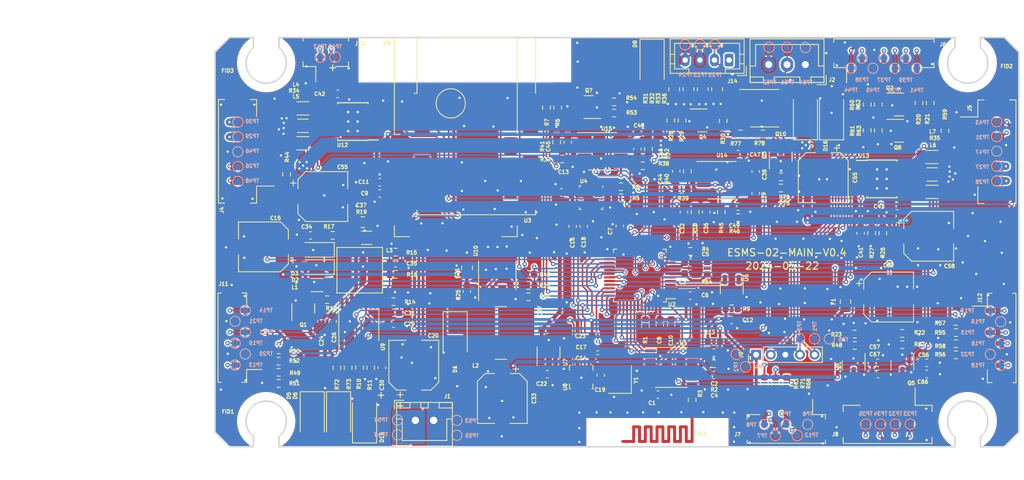
<source format=kicad_pcb>
(kicad_pcb (version 20240108) (generator "pcbnew") (generator_version "8.0")
  (title_block (title "ESMS-02 Main(B12)") (date "2024-05-22") (rev "V0.4") (company "Ovobot") (comment 1 "ESMS-02 main(B12)主板，110x56x1.6mm ，FR4，2层，绿油白字，无铅喷锡"))
  (layers (0 "F.Cu" signal) (31 "B.Cu" signal) (34 "B.Paste" user) (35 "F.Paste" user) (36 "B.SilkS" user "B.Silkscreen") (37 "F.SilkS" user "F.Silkscreen") (38 "B.Mask" user) (39 "F.Mask" user) (44 "Edge.Cuts" user))
  (net 0 "")
  (net 1 "Net-(AE1-A)")
  (net 2 "GND")
  (net 3 "+3V3")
  (net 4 "Net-(U1-LDO_OUT)")
  (net 5 "Net-(U2-NRST)")
  (net 6 "Net-(U1-LDO_IN)")
  (net 7 "+5V")
  (net 8 "+3.3VP")
  (net 9 "Net-(U2-VDDA)")
  (net 10 "Net-(U9-VG)")
  (net 11 "Net-(U9-COM3)")
  (net 12 "+24V")
  (net 13 "VDD")
  (net 14 "Net-(U9-COM1)")
  (net 15 "Net-(U9-TEST)")
  (net 16 "Net-(U12-VREF)")
  (net 17 "Net-(C31-Pad1)")
  (net 18 "Net-(C34-Pad1)")
  (net 19 "+BATT")
  (net 20 "Net-(U14A--)")
  (net 21 "+3.3VA")
  (net 22 "ADC_BATT")
  (net 23 "Net-(U15A--)")
  (net 24 "Net-(U15B--)")
  (net 25 "ADC_FAN_MOTOR")
  (net 26 "Net-(U14B-+)")
  (net 27 "ADC_LEFT_MOTOR")
  (net 28 "Net-(J8-Pin_1)")
  (net 29 "ADC_RIGHT_MOTOR")
  (net 30 "Net-(D1-K)")
  (net 31 "Net-(D2-K)")
  (net 32 "Net-(D2-A)")
  (net 33 "Net-(D7-A)")
  (net 34 "Net-(D8-A)")
  (net 35 "/power/TEMP")
  (net 36 "SPEED_LEFT")
  (net 37 "Net-(J4-Pin_4)")
  (net 38 "SPEED_RIGHT")
  (net 39 "EDGE_DET_LT")
  (net 40 "EDGE_DET_LB")
  (net 41 "EDGE_DET_RB")
  (net 42 "EDGE_DET_RT")
  (net 43 "SCL1")
  (net 44 "SDA1")
  (net 45 "SWDIO")
  (net 46 "SWCLK")
  (net 47 "CHG_ON_LED")
  (net 48 "CHG_DONE_LED")
  (net 49 "START")
  (net 50 "Net-(J4-Pin_5)")
  (net 51 "Net-(J5-Pin_4)")
  (net 52 "Net-(J5-Pin_5)")
  (net 53 "Net-(J6-Pin_6)")
  (net 54 "Net-(J6-Pin_7)")
  (net 55 "Net-(J7-Pin_4)")
  (net 56 "Net-(J7-Pin_5)")
  (net 57 "Net-(J8-Pin_2)")
  (net 58 "SPRAY_FRONT")
  (net 59 "SPRAY_BACK")
  (net 60 "Net-(J8-Pin_4)")
  (net 61 "Net-(J11-Pin_3)")
  (net 62 "Net-(J11-Pin_6)")
  (net 63 "Net-(J12-Pin_3)")
  (net 64 "/main/BLE_MCU_RXD")
  (net 65 "Net-(J12-Pin_6)")
  (net 66 "/main/BLE_MCU_TXD")
  (net 67 "Net-(J13-Pin_2)")
  (net 69 "Net-(J14-Pin_2)")
  (net 70 "Net-(Q1-D)")
  (net 71 "PWM_FAN")
  (net 72 "Net-(U9-CSP)")
  (net 73 "Net-(U12-OUT1)")
  (net 74 "BELL")
  (net 75 "LED_RED")
  (net 76 "LED_BLUE")
  (net 77 "VOICE_DATA")
  (net 78 "Net-(U12-OUT2)")
  (net 79 "/main/MOSI")
  (net 80 "/main/MISO")
  (net 81 "/main/RF_REST")
  (net 82 "Net-(U13-OUT1)")
  (net 83 "Net-(U13-OUT2)")
  (net 84 "Net-(Q1-G)")
  (net 85 "Net-(Q2-B)")
  (net 86 "/main/SCS")
  (net 87 "/main/SCK")
  (net 88 "/main/TSD_DATA")
  (net 89 "PWM_LEFT1")
  (net 90 "PWM_LEFT2")
  (net 91 "PWM_RIGHT1")
  (net 92 "PWM_RIGHT2")
  (net 93 "UART2_RX")
  (net 94 "Net-(Q3-B)")
  (net 95 "Net-(Q3-C)")
  (net 96 "Net-(Q4-B)")
  (net 97 "Net-(Q5-G)")
  (net 98 "Net-(Q6-G)")
  (net 99 "Net-(Q7-B)")
  (net 100 "Net-(Q8-B)")
  (net 101 "Net-(Q10-G)")
  (net 102 "Net-(U2-BOOT0)")
  (net 103 "Net-(U1-ANTB)")
  (net 104 "Net-(U3-TL_B1)")
  (net 105 "Net-(U3-TL_B7)")
  (net 106 "Net-(U6-PA3)")
  (net 107 "Net-(U9-EOC)")
  (net 108 "Net-(U9-DRV)")
  (net 109 "Net-(U9-COM2)")
  (net 110 "Net-(U12-ISEN)")
  (net 111 "Net-(U13-ISEN)")
  (net 112 "/driver/VREF55")
  (net 113 "WATER_DET")
  (net 115 "Net-(U1-XTALO)")
  (net 116 "Net-(U1-XTALI)")
  (net 121 "BATT_ON")
  (net 136 "/peripheral/RED")
  (net 138 "/peripheral/BLUE")
  (net 146 "/main/SWS")
  (net 172 "Net-(U8-REGOUT)")
  (footprint "Package_SO:Texas_HTSOP-8-1EP_3.9x4.9mm_P1.27mm_EP2.95x4.9mm_Mask2.4x3.1mm_ThermalVias" (layer "F.Cu") (at 189.7634 87.503)
    (property "Reference" "U13")
    (property "Value" "DRV8870DDA")
  )
  (footprint "Capacitor_SMD:C_0603_1608Metric" (layer "F.Cu") (at 165.7247 92.049 -90)
    (property "Reference" "C36")
    (property "Value" "1uF")
  )
  (footprint "Diode_SMD:D_SMA" (layer "F.Cu") (at 111.8108 120.1354 -90)
    (property "Reference" "D5")
    (property "Value" "SS34")
  )
  (footprint "Capacitor_SMD:C_0603_1608Metric" (layer "F.Cu") (at 170.0938 84.1248 180)
    (property "Reference" "C47")
    (property "Value" "0.1uF")
  )
  (footprint "Resistor_SMD:R_0603_1608Metric" (layer "F.Cu") (at 145.3896 77.7372 -90)
    (property "Reference" "R6")
    (property "Value" "0R")
  )
  (footprint "Capacitor_SMD:C_0603_1608Metric" (layer "F.Cu") (at 172.4899 86.474 90)
    (property "Reference" "C38")
    (property "Value" "0.1uF")
  )
  (footprint "Package_LGA:LGA-16_3x3mm_P0.5mm_LayoutBorder3x5y" (layer "F.Cu") (at 148.611 114.62 -90)
    (property "Reference" "U8")
    (property "Value" "MPU-6887P")
  )
  (footprint "Capacitor_SMD:CP_Elec_6.3x7.7" (layer "F.Cu") (at 196.1718 95.3516)
    (property "Reference" "C58")
    (property "Value" "100uF/50V")
  )
  (footprint "Resistor_SMD:R_0603_1608Metric" (layer "F.Cu") (at 141.3896 103.632)
    (property "Reference" "R24")
    (property "Value" "1M/1%")
  )
  (footprint "Ovo_Connector_JST:JST_ZH_B7B-ZR-SM4-TF_1x07-1MP_P1.50mm_Vertical" (layer "F.Cu") (at 190.047 71.7154)
    (property "Reference" "J6")
    (property "Value" "ZH1.5MM/7ASMT")
  )
  (footprint "Ovo_Connector_JST:JST_ZH_B6B-ZR-SM4-TF_1x06-1MP_P1.50mm_Vertical" (layer "F.Cu") (at 204.7542 109.2708 -90)
    (property "Reference" "J12")
    (property "Value" "ZH1.5MM/6ASMT")
  )
  (footprint "Package_TO_SOT_SMD:SOT-23" (layer "F.Cu") (at 192.1002 80.9092)
    (property "Reference" "Q8")
    (property "Value" "SS8050")
  )
  (footprint "Resistor_SMD:R_0603_1608Metric" (layer "F.Cu") (at 196.3697 77.1154 90)
    (property "Reference" "R21")
    (property "Value" "330R")
  )
  (footprint "Resistor_SMD:R_0603_1608Metric" (layer "F.Cu") (at 189.2808 80.8584 -90)
    (property "Reference" "R63")
    (property "Value" "10K/1%")
  )
  (footprint "Resistor_SMD:R_0603_1608Metric" (layer "F.Cu") (at 118.2878 113.347 -90)
    (property "Reference" "R10")
    (property "Value" "NC/10K")
  )
  (footprint "Resistor_SMD:R_0603_1608Metric" (layer "F.Cu") (at 198.4 80.925 90)
    (property "Reference" "R59")
    (property "Value" "10K/1%")
  )
  (footprint "Connector_JST:JST_XH_B2B-XH-A_1x02_P2.50mm_Vertical" (layer "F.Cu") (at 125.9224 120.5484)
    (property "Reference" "J1")
    (property "Value" "XH2.54MM/2A")
  )
  (footprint "Resistor_SMD:R_0603_1608Metric" (layer "F.Cu") (at 143.8656 77.7382 -90)
    (property "Reference" "R7")
    (property "Value" "0R")
  )
  (footprint "Connector_JST:JST_PH_B5B-PH-SM4-TB_1x05-1MP_P2.00mm_Vertical" (layer "F.Cu") (at 203.7508 83.7814 -90)
    (property "Reference" "J5")
    (property "Value" "PH2.0MM/5ASMT")
  )
  (footprint "Capacitor_SMD:C_0603_1608Metric" (layer "F.Cu") (at 172.4899 89.4966 -90)
    (property "Reference" "C39")
    (property "Value" "10nF")
  )
  (footprint "Resistor_SMD:R_0603_1608Metric" (layer "F.Cu") (at 157.0472 85.6996 180)
    (property "Reference" "R38")
    (property "Value" "15K/1%")
  )
  (footprint "Resistor_SMD:R_0805_2012Metric" (layer "F.Cu") (at 165.2524 75.2329 -90)
    (property "Reference" "R33")
    (property "Value" "0.1R")
  )
  (footprint "Resistor_SMD:R_0603_1608Metric" (layer "F.Cu") (at 122.9156 104.2924)
    (property "Reference" "R14")
    (property "Value" "120R")
  )
  (footprint "Fuse:Fuse_0805_2012Metric" (layer "F.Cu") (at 184.785 104.2901 90)
    (property "Reference" "F1")
    (property "Value" "MF-PSMF050X")
  )
  (footprint "Capacitor_SMD:C_0603_1608Metric" (layer "F.Cu") (at 115.3032 75.8698)
    (property "Reference" "C42")
    (property "Value" "0.1uF")
  )
  (footprint "Fiducial:Fiducial_1mm_Mask2mm" (layer "F.Cu") (at 206.8322 74.0918)
    (property "Reference" "FID2")
    (property "Value" "NC/Fiducial")
  )
  (footprint "Resistor_SMD:R_0603_1608Metric" (layer "F.Cu") (at 186.05 110.2871 180)
    (property "Reference" "R48")
    (property "Value" "10K/1%")
  )
  (footprint "Resistor_SMD:R_0603_1608Metric" (layer "F.Cu") (at 163.1388 86.4494 90)
    (property "Reference" "R40")
    (property "Value" "51K/1%")
  )
  (footprint "Inductor_SMD:L_1206_3216Metric" (layer "F.Cu") (at 196.626 84.5058)
    (property "Reference" "L7")
    (property "Value" "120R@100MHz/3A")
  )
  (footprint "Resistor_SMD:R_0603_1608Metric" (layer "F.Cu") (at 146.0236 84.7598)
    (property "Reference" "R37")
    (property "Value" "15K/1%")
  )
  (footprint "Resistor_SMD:R_0603_1608Metric" (layer "F.Cu") (at 107.2134 113.9698 180)
    (property "Reference" "R49")
    (property "Value" "120R")
  )
  (footprint "Package_TO_SOT_SMD:SOT-23" (layer "F.Cu") (at 165.2039 79.4888)
    (property "Reference" "Q4")
    (property "Value" "SS8050")
  )
  (footprint "Capacitor_SMD:C_0603_1608Metric" (layer "F.Cu") (at 169.1904 106.807)
    (property "Reference" "C12")
    (property "Value" "0.1uF")
  )
  (footprint "Capacitor_SMD:C_0603_1608Metric" (layer "F.Cu") (at 148.9616 93.9962 90)
    (property "Reference" "C18")
    (property "Value" "2.2uF")
  )
  (footprint "Resistor_SMD:R_0603_1608Metric" (layer "F.Cu") (at 113.8472 104.0348)
    (property "Reference" "R12")
    (property "Value" "51R")
  )
  (footprint "Resistor_SMD:R_0603_1608Metric" (layer "F.Cu") (at 108.3 86.875 -90)
    (property "Reference" "R44")
    (property "Value" "10K/1%")
  )
  (footprint "Oscillator:Oscillator_SMD_Abracon_ASE-4Pin_3.2x2.5mm" (layer "F.Cu") (at 153.9023 114.9465 90)
    (property "Reference" "Y1")
    (property "Value" "12MHz/22pF(10ppm)")
  )
  (footprint "Capacitor_SMD:C_0603_1608Metric" (layer "F.Cu") (at 121.3358 113.3478 -90)
    (property "Reference" "C30")
    (property "Value" "470pF")
  )
  (footprint "Resistor_SMD:R_0603_1608Metric" (layer "F.Cu") (at 175.2092 115.5192 -90)
    (property "Reference" "R68")
    (property "Value" "330R")
  )
  (footprint "Diode_SMD:D_SMA" (layer "F.Cu") (at 182.88 78.645 90)
    (property "Reference" "D16")
    (property "Value" "SMAJ24CA")
  )
  (footprint "Capacitor_SMD:C_0603_1608Metric" (layer "F.Cu") (at 162.6767 92.049 90)
    (property "Reference" "C32")
    (property "Value" "1uF")
  )
  (footprint "Package_TO_SOT_SMD:SOT-23" (layer "F.Cu") (at 192.5676 113.0072 -90)
    (property "Reference" "Q5")
    (property "Value" "CJ2310")
  )
  (footprint "Ovo_RF_Module:Tuya_BT3L" (layer "F.Cu") (at 134.2644 83.7946)
    (property "Reference" "U3")
    (property "Value" "NC/BT3L")
  )
  (footprint "Package_TO_SOT_SMD:SOT-23" (layer "F.Cu") (at 149.6314 77.6732 180)
    (property "Reference" "Q7")
    (property "Value" "SS8050")
  )
  (footprint "Package_TO_SOT_SMD:SOT-23-5" (layer "F.Cu") (at 144.14669 111.2835 90)
    (property "Reference" "U7")
    (property "Value" "RT9013-33")
  )
  (footprint "Package_SO:SOIC-8_3.9x4.9mm_P1.27mm" (layer "F.Cu") (at 173.7218 77.8256)
    (property "Reference" "Q10")
    (property "Value" "NCE40P13S")
  )
  (footprint "Resistor_SMD:R_0603_1608Metric" (layer "F.Cu") (at 116.7202 113.3486 -90)
    (property "Reference" "R73")
    (property "Value" "10K/1%")
  )
  (footprint "Ovo_Inductor_SMD:L_GZJ_CD75" (layer "F.Cu") (at 137.628 108.585)
    (property "Reference" "L2")
    (property "Value" "68uH")
  )
  (footprint "Resistor_SMD:R_0603_1608Metric" (layer "F.Cu") (at 192.5554 110.1855 180)
    (property "Reference" "R47")
    (property "Value" "10K/1%")
  )
  (footprint "Package_TO_SOT_SMD:SOT-23" (layer "F.Cu") (at 175.9204 84.455 90)
    (property "Reference" "Q3")
    (property "Value" "SS8050")
  )
  (footprint "Capacitor_SMD:C_0603_1608Metric" (layer "F.Cu") (at 111.59 95.234 180)
    (property "Reference" "C34")
    (property "Value" "220pF")
  )
  (footprint "Capacitor_SMD:C_0603_1608Metric" (layer "F.Cu") (at 151.3 114.386 -90)
    (property "Reference" "C19")
    (property "Value" "0.47uF")
  )
  (footprint "Resistor_SMD:R_0603_1608Metric" (layer "F.Cu") (at 199.8858 110.0582)
    (property "Reference" "R58")
    (property "Value" "10K/1%")
  )
  (footprint "Capacitor_SMD:C_0603_1608Metric" (layer "F.Cu") (at 159.1101 117.0207)
    (property "Reference" "C1")
    (property "Value" "1uF")
  )
  (footprint "Resistor_SMD:R_0603_1608Metric" (layer "F.Cu") (at 145.2484 82.486 90)
    (property "Reference" "R41")
    (property "Value" "51K/1%")
  )
  (footprint "Connector_PinHeader_2.00mm:PinHeader_1x05_P2.00mm_Vertical" (layer "F.Cu") (at 172.5554 111.5568 90)
    (property "Reference" "J9")
    (property "Value" "Conn_01x05")
  )
  (footprint "Resistor_SMD:R_0603_1608Metric" (layer "F.Cu") (at 107.2134 110.8964 180)
    (property "Reference" "R50")
    (property "Value" "120R")
  )
  (footprint "Resistor_SMD:R_0805_2012Metric" (layer "F.Cu") (at 161.3408 75.2329 -90)
    (property "Reference" "R31")
    (property "Value" "0.1R")
  )
  (footprint "Ovo_Connector_JST:JST_ZH_B6B-ZR-SM4-TF_1x06-1MP_P1.50mm_Vertical" (layer "F.Cu") (at 102.2716 109.232 90)
    (property "Reference" "J11")
    (property "Value" "ZH1.5MM/6ASMT")
  )
  (footprint "Capacitor_SMD:C_0603_1608Metric" (layer "F.Cu") (at 189.2024 112.677)
    (property "Reference" "C57")
    (property "Value" "1uF")
  )
  (footprint "Resistor_SMD:R_0603_1608Metric" (layer "F.Cu") (at 175.9458 87.2236 180)
    (property "Reference" "R76")
    (property "Value" "10K/1%")
  )
  (footprint "Capacitor_SMD:CP_Elec_6.3x7.7" (layer "F.Cu") (at 125.7046 112.997 90)
    (property "Reference" "C20")
    (property "Value" "100uF/50V")
  )
  (footprint "Fiducial:Fiducial_1mm_Mask2mm" (layer "F.Cu") (at 100.3554 74.3204)
    (property "Reference" "FID3")
    (property "Value" "NC/Fiducial")
  )
  (footprint "Diode_SMD:D_SMA" (layer "F.Cu") (at 131.3688 109.1924 -90)
    (property "Reference" "D1")
    (property "Value" "SS34")
  )
  (footprint "Capacitor_SMD:CP_Elec_6.3x7.7" (layer "F.Cu") (at 105.1306 96.7994 180)
    (property "Reference" "C15")
    (property "Value" "100uF/50V")
  )
  (footprint "Diode_SMD:D_SMA" (layer "F.Cu") (at 115.4176 120.1354 -90)
    (property "Reference" "D6")
    (property "Value" "SS34")
  )
  (footprint "Resistor_SMD:R_0603_1608Metric" (layer "F.Cu") (at 173.6852 115.507 -90)
    (property "Reference" "R43")
    (property "Value" "330R")
  )
  (footprint "Ovo_Package_LGA:TDK_LGA-24_3x3mm_P0.4mm_LayoutBorder6x6y" (layer "F.Cu") (at 149.9646 90.0462 -90)
    (property "Reference" "U4")
    (property "Value" "MPU-6509")
  )
  (footprint "Resistor_SMD:R_0603_1608Metric" (layer "F.Cu") (at 162.4076 79.4888 90)
    (property "Reference" "R29")
    (property "Value" "10K/1%")
  )
  (footprint "Resistor_SMD:R_1206_3216Metric" (layer "F.Cu") (at 110.5301 80.2386 180)
    (property "Reference" "R34")
    (property "Value" "0.033R/1%(1W)")
  )
  (footprint "Capacitor_SMD:C_0603_1608Metric" (layer "F.Cu") (at 153.8986 93.9438 -90)
    (property "Reference" "C7")
    (property "Value" "0.1uF")
  )
  (footprint "Resistor_SMD:R_0603_1608Metric" (layer "F.Cu") (at 176.7332 115.5324 90)
    (property "Reference" "R71")
    (property "Value" "10K/1%")
  )
  (footprint "Package_TO_SOT_SMD:SOT-23" (layer "F.Cu") (at 185.8976 113.0557 -90)
    (property "Reference" "Q6")
    (property "Value" "CJ2310")
  )
  (footprint "Capacitor_SMD:C_0603_1608Metric" (layer "F.Cu") (at 150.874 110.521 180)
    (property "Reference" "C17")
    (property "Value" "0.1uF")
  )
  (footprint "Capacitor_SMD:C_0603_1608Metric" (layer "F.Cu") (at 159.376111 107.521301 90)
    (property "Reference" "C8")
    (property "Value" "0.1uF")
  )
  (footprint "Resistor_SMD:R_0603_1608Metric" (layer "F.Cu") (at 107.2134 115.4938 180)
    (property "Reference" "R51")
    (property "Value" "10K/1%")
  )
  (footprint "Package_TO_SOT_SMD:SOT-23" (layer "F.Cu") (at 192.1025 77.3176)
    (property "Reference" "Q2")
    (property "Value" "SS8050")
  )
  (footprint "Resistor_SMD:R_0603_1608Metric" (layer "F.Cu") (at 192.5495 108.6518)
    (property "Reference" "R22")
    (property "Value" "1K")
  )
  (footprint "Capacitor_SMD:C_0603_1608Metric" (layer "F.Cu") (at 123.2204 99.053 180)
    (property "Reference" "C35")
    (property "Value" "NC/1.5pF")
  )
  (footprint "Capacitor_SMD:C_0603_1608Metric" (layer "F.Cu") (at 160.925511 107.521301 90)
    (property "Reference" "C10")
    (property "Value" "4.7uF")
  )
  (footprint "Ovo_Inductor_SMD:L_GZJ_WNR6045" (layer "F.Cu") (at 118.305 99.9998)
    (property "Reference" "L3")
    (property "Value" "100uH")
  )
  (footprint "Capacitor_SMD:C_0603_1608Metric" (layer "F.Cu") (at 195.908 112.6747)
    (property "Reference" "C56")
    (property "Value" "1uF")
  )
  (footprint "Capacitor_SMD:C_0603_1608Metric" (layer "F.Cu") (at 150.874 112.064 180)
    (property "Reference" "C14")
    (property "Value" "10nF")
  )
  (footprint "Resistor_SMD:R_0603_1608Metric" (layer "F.Cu") (at 189.8904 94.932 90)
    (property "Reference" "R26")
    (property "Value" "4.7K/1%")
  )
  (footprint "Resistor_SMD:R_0603_1608Metric" (layer "F.Cu") (at 199.8858 111.5822)
    (property "Reference" "R56")
    (property "Value" "120R")
  )
  (footprint "Resistor_SMD:R_0603_1608Metric" (layer "F.Cu") (at 119.8118 113.347 -90)
    (property "Reference" "R11")
    (property "Value" "0R")
  )
  (footprint "Capacitor_SMD:C_0603_1608Metric" (layer "F.Cu") (at 145.9006 89.3604)
    (property "Reference" "C13")
    (property "Value" "10nF")
  )
  (footprint "Capacitor_SMD:C_0603_1608Metric" (layer "F.Cu") (at 121.0434 87.9602 180)
    (property "Reference" "C11")
    (property "Value" "0.1uF")
  )
  (footprint "Connector_JST:JST_XH_B3B-XH-A_1x03_P2.50mm_Vertical" (layer "F.Cu") (at 179.284 71.8566 180)
    (property "Reference" "J2")
    (property "Value" "XH2.54MM/3A")
  )
  (footprint "Resistor_SMD:R_0603_1608Metric" (layer "F.Cu") (at 154.0672 90.097)
    (property "Reference" "R5")
    (property "Value" "4.7K/1%")
  )
  (footprint "Resistor_SMD:R_0603_1608Metric" (layer "F.Cu") (at 162.37 88.9254)
    (property "Reference" "R39")
    (property "Value" "15K/1%")
  )
  (footprint "Capacitor_SMD:C_0603_1608Metric" (layer "F.Cu") (at 157.0718 81.1276)
    (property "Reference" "C48")
    (property "Value" "0.1uF")
  )
  (footprint "Diode_SMD:D_SMA" (layer "F.Cu") (at 118.9736 120.1222 90)
    (property "Reference" "D15")
    (property "Value" "SMAJ24CA")
  )
  (footprint "Capacitor_SMD:C_0603_1608Metric" (layer "F.Cu") (at 166.7803 111.2803 180)
    (property "Reference" "C2")
    (property "Value" "1uF")
  )
  (footprint "Diode_SMD:D_SMA" (layer "F.Cu") (at 179.2986 78.6384 90)
    (property "Reference" "D7")
    (property "Value" "SS34")
  )
  (footprint "Resistor_SMD:R_0805_2012Metric" (layer "F.Cu") (at 167.2082 75.2329 -90)
    (property "Reference" "R36")
    (property "Value" "0.1R")
  )
  (footprint "Resistor_SMD:R_0603_1608Metric" (layer "F.Cu") (at 187.7568 80.8716 90)
    (property "Reference" "R61")
    (property "Value" "1K")
  )
  (footprint "Resistor_SMD:R_0603_1608Metric" (layer "F.Cu") (at 160.8836 79.4888 90)
    (property "Reference" "R28")
    (property "Value" "1K")
  )
  (footprint "Capacitor_SMD:C_0603_1608Metric" (layer "F.Cu") (at 186.8424 94.9322 -90)
    (property "Reference" "C41")
    (property "Value" "0.1uF")
  )
  (footprint "Capacitor_SMD:C_0603_1608Metric" (layer "F.Cu") (at 163.529311 103.469701 180)
    (property "Reference" "C6")
    (property "Value" "0.1uF")
  )
  (footprint "Resistor_SMD:R_0603_1608Metric" (layer "F.Cu") (at 188.3664 94.933 -90)
    (property "Reference" "R27")
    (property "Value" "3.3K/1%")
  )
  (footprint "Capacitor_SMD:C_0603_1608Metric" (layer "F.Cu") (at 150.874 108.978 180)
    (property "Reference" "C23")
    (property "Value" "2.2uF")
  )
  (footprint "Capacitor_SMD:C_0603_1608Metric" (layer "F.Cu") (at 170.0883 91.2876)
    (property "Reference" "C49")
    (property "Value" "0.1uF")
  )
  (footprint "Resistor_SMD:R_0603_1608Metric" (layer "F.Cu") (at 199.8858 107.0102)
    (property "Reference" "R57")
    (property "Value" "10K/1%")
  )
  (footprint "Resistor_SMD:R_0603_1608Metric" (layer "F.Cu") (at 170.4218 81.3562 180)
    (property "Reference" "R77")
    (property "Value" "10K/1%")
  )
  (footprint "Resistor_SMD:R_0603_1608Metric" (layer "F.Cu") (at 166.7811 112.8043 180)
    (property "Reference" "R2")
    (property "Value" "0R")
  )
  (footprint "Package_TO_SOT_SMD:SOT-23-6" (layer "F.Cu") (at 169.217 102.4327 -90)
    (property "Reference" "U6")
    (property "Value" "PMS150C-U06(0xD407B2)")
  )
  (footprint "Package_SO:SOIC-8_3.9x4.9mm_P1.27mm" (layer "F.Cu") (at 167.8798 87.6808)
    (property "Reference" "U14")
    (property "Value" "MCP6002-I/SN")
  )
  (footprint "Capacitor_SMD:CP_Elec_6.3x7.7" (layer "F.Cu") (at 181.737 87.3252 -90)
    (property "Reference" "C65")
    (property "Value" "100uF/50V")
  )
  (footprint "Capacitor_SMD:C_0603_1608Metric" (layer "F.Cu") (at 132.9652 102.9034 -90)
    (property "Reference" "C25")
    (property "Value" "1uF")
  )
  (footprint "Connector_JST:JST_PH_B4B-PH-SM4-TB_1x04-1MP_P2.00mm_Vertical" (layer "F.Cu") (at 190.548 119.3466 180)
    (property "Reference" "J8")
    (property "Value" "PH2.0MM/4ASMT")
  )
  (footprint "Capacitor_SMD:C_0603_1608Metric" (layer "F.Cu") (at 122.9156 105.8124 180)
    (property "Reference" "C31")
    (property "Value" "220nF")
  )
  (footprint "Connector_JST:JST_PH_B4B-PH-K_1x04_P2.00mm_Vertical" (layer "F.Cu") (at 168.8526 71.247 180)
    (property "Reference" "J14")
    (property "Value" "PH2.0MM/4A")
  )
  (footprint "Connector_JST:JST_PH_B5B-PH-SM4-TB_1x05-1MP_P2.00mm_Vertical" (layer "F.Cu") (at 103.3352 83.7306 90)
    (property "Reference" "J4")
    (property "Value" "PH2.0MM/5ASMT")
  )
  (footprint "Package_SO:SOIC-8_3.9x4.9mm_P1.27mm" (layer "F.Cu") (at 151.5476 83.7184)
    (property "Reference" "U15")
    (property "Value" "MCP6002-I/SN")
  )
  (footprint "Resistor_SMD:R_0603_1608Metric" (layer "F.Cu") (at 163.554911 97.424501)
    (property "Reference" "R4")
    (property "Value" "0R")
  )
  (footprint "Resistor_SMD:R_0603_1608Metric" (layer "F.Cu") (at 189.2831 77.3176 -90)
    (property "Reference" "R62")
    (property "Value" "10K/1%")
  )
  (footprint "Capacitor_SMD:C_0603_1608Metric" (layer "F.Cu") (at 161.6148 86.4492 90)
    (property "Reference" "C44")
    (property "Value" "0.1uF")
  )
  (footprint "Ovo_RF_Antenna:Ovo_PA2401_2.4GHz_Right" (layer "F.Cu") (at 163.7946 120.2182 180)
    (property "Reference" "AE1")
    (property "Value" "NC/Antenna")
  )
  (footprint "Inductor_SMD:L_1206_3216Metric" (layer "F.Cu") (at 110.5406 77.851 180)
    (property "Reference" "L4")
    (property "Value" "120R@100MHz/3A")
  )
  (footprint "Resistor_SMD:R_0603_1608Metric" (layer "F.Cu") (at 187.7591 77.3176 90)
    (property "Reference" "R60")
    (property "Value" "1K")
  )
  (footprint "Capacitor_SMD:CP_Elec_6.3x7.7" (layer "F.Cu") (at 113.2586 89.916)
    (property "Reference" "C55")
    (property "Value" "100uF/50V")
  )
  (footprint "Resistor_SMD:R_1206_3216Metric" (layer "F.Cu") (at 119.2625 95.5698 180)
    (property "Reference" "R19")
    (property "Value" "0.5R/1%")
  )
  (footprint "Resistor_SMD:R_0603_1608Metric" (layer "F.Cu") (at 153.1226 78.496 180)
    (property "Reference" "R53")
    (property "Value" "1K")
  )
  (footprint "Resistor_SMD:R_0603_1608Metric" (layer "F.Cu") (at 157.8214 83.4258 90)
    (property "Reference" "R42")
    (property "Value" "51K/1%")
  )
  (footprint "Capacitor_SMD:CP_Elec_6.3x7.7" (layer "F.Cu") (at 137.8204 117.5512 -90)
    (property "Reference" "C33")
    (property "Value" "470uF/10V")
  )
  (footprint "Resistor_SMD:R_0603_1608Metric" (layer "F.Cu") (at 169.2026 105.283)
    (property "Reference" "R9")
    (property "Value" "10K/1%")
  )
  (footprint "Capacitor_SMD:C_0603_1608Metric" (layer "F.Cu") (at 146.7724 82.4862 90)
    (property "Reference" "C45")
    (property "Value" "0.1uF")
  )
  (footprint "Capacitor_SMD:C_0603_1608Metric" (layer "F.Cu") (at 114.597 107.0196 -90)
    (property "Reference" "C26")
    (property "Value" "0.1uF")
  )
  (footprint "Resistor_SMD:R_0603_1608Metric" (layer "F.Cu") (at 154.0672 88.573)
    (property "Reference" "R8")
    (property "Value" "4.7K/1%")
  )
  (footprint "Capacitor_SMD:C_0603_1608Metric" (layer "F.Cu") (at 122.9056 107.3324)
    (property "Reference" "C29")
    (property "Value" "0.1uF")
  )
  (footprint "Resistor_SMD:R_0603_1608Metric" (layer "F.Cu") (at 164.2007 92.0498 90)
    (property "Reference" "R18")
    (property "Value" "0R")
  )
  (footprint "Fiducial:Fiducial_1mm_Mask2mm" (layer "F.Cu") (at 100.4316 117.9322)
    (property "Reference" "FID1")
    (property "Value" "NC/Fiducial")
  )
  (footprint "Resistor_SMD:R_0603_1608Metric" (layer "F.Cu") (at 153.1244 76.962)
    (property "Reference" "R54")
    (property "Value" "10K/1%")
  )
  (footprint "Ovo_Connector_JST:JST_ZH_B5B-ZR-SM4-TF_1x05-1MP_P1.50mm_Vertical" (layer "F.Cu") (at 176.6824 120.3188 180)
    (property "Reference" "J7")
    (property "Value" "ZH1.5MM/5ASMT")
  )
  (footprint "Capacitor_SMD:C_0603_1608Metric" (layer "F.Cu") (at 163.554711 98.948501 180)
    (property "Reference" "C5")
    (property "Value" "0.1uF")
  )
  (footprint "Resistor_SMD:R_0603_1608Metric" (layer "F.Cu") (at 167.7821 92.0488 -90)
    (property "Reference" "R45")
    (property "Value" "10K/1%")
  )
  (footprint "Resistor_SMD:R_0603_1608Metric" (layer "F.Cu") (at 175.9458 88.7476)
    (property "Reference" "R75")
    (property "Value" "1K")
  )
  (footprint "Diode_SMD:D_SOD-123" (layer "F.Cu") (at 112.465 99.574 180)
    (property "Reference" "D2")
    (property "Value" "SS14")
  )
  (footprint "Capacitor_SMD:C_0603_1608Metric" (layer "F.Cu") (at 113.073 107.0102 -90)
    (property "Reference" "C24")
    (property "Value" "0.1uF")
  )
  (footprint "Resistor_SMD:R_0603_1608Metric" (layer "F.Cu") (at 173.4698 81.3562 180)
    (property "Reference" "R78")
    (property "Value" "10K/1%")
  )
  (footprint "Resistor_SMD:R_0805_2012Metric" (layer "F.Cu") (at 163.2966 75.2329 -90)
    (property "Reference" "R32")
    (property "Value" "0.1R")
  )
  (footprint "Capacitor_SMD:C_0603_1608Metric" (layer "F.Cu") (at 143.9764 114.2238)
    (property "Reference" "C22")
    (property "Value" "1uF")
  )
  (footprint "Capacitor_SMD:C_0603_1608Metric" (layer "F.Cu") (at 143.98129 108.1538)
    (property "Reference" "C27")
    (property "Value" "1uF")
  )
  (footprint "Inductor_SMD:L_1206_3216Metric" (layer "F.Cu") (at 112.4636 102.0282 180)
    (property "Reference" "L1")
    (property "Value" "120R@100MHz/3A")
  )
  (footprint "Capacitor_SMD:C_0603_1608Metric" (layer "F.Cu") (at 147.4376 93.9962 90)
    (property "Reference" "C16")
    (property "Value" "0.1uF")
  )
  (footprint "Resistor_SMD:R_0603_1608Metric" (layer "F.Cu") (at 115.1962 113.3496 -90)
    (property "Reference" "R72")
    (property "Value" "10K/1%")
  )
  (footprint "Resistor_SMD:R_1206_3216Metric" (layer "F.Cu") (at 196.6369 86.8934)
    (property "Reference" "R35")
    (property "Value" "0.033R/1%(1W)")
  )
  (footprint "Package_SO:Texas_HTSOP-8-1EP_3.9x4.9mm_P1.27mm_EP2.95x4.9mm_Mask2.4x3.1mm_ThermalVias" (layer "F.Cu") (at 117.373 79.6544 180)
    (property "Reference" "U12")
    (property "Value" "DRV8870DDA")
  )
  (footprint "Resistor_SMD:R_0603_1608Metric" (layer "F.Cu") (at 168.0464 79.565 90)
    (property "Reference" "R30")
    (property "Value" "NC/10K/1%")
  )
  (footprint "Capacitor_SMD:C_0603_1608Metric" (layer "F.Cu") (at 191.8586 91.2114 180)
    (property "Reference" "C43")
    (property "Value" "0.1uF")
  )
  (footprint "Resistor_SMD:R_0603_1608Metric" (layer "F.Cu") (at 163.7946 117.7412 -90)
    (property "Reference" "R3")
    (property "Value" "0R")
  )
  (footprint "Resistor_SMD:R_0603_1608Metric" (layer "F.Cu") (at 170.0891 92.8116)
    (property "Reference" "R46")
    (property "Value" "2K/1%")
  )
  (footprint "Capacitor_SMD:C_0603_1608Metric" (layer "F.Cu") (at 121.0428 89.4842 180)
    (property "Reference" "C9")
    (property "Value" "1uF")
  )
  (footprint "Diode_SMD:D_SMA" (layer "F.Cu") (at 158.3182 71.9008 -90)
    (property "Reference" "D8")
    (property "Value" "1N4004")
  )
  (footprint "Resistor_SMD:R_0603_1608Metric" (layer "F.Cu") (at 166.7801 109.7563)
    (property "Reference" "R13")
    (property "Value" "0R")
  )
  (footprint "Resistor_SMD:R_0603_1608Metric" (layer "F.Cu") (at 107.2134 112.4458 180)
    (property "Reference" "R52")
    (property "Value" "10K/1%")
  )
  (footprint "Resistor_SMD:R_0603_1608Metric" (layer "F.Cu") (at 114.62 95.234 180)
    (property "Reference" "R17")
    (property "Value" "5.1R")
  )
  (footprint "Capacitor_SMD:CP_Elec_6.3x7.7" (layer "F.Cu") (at 190.688 103.66)
    (property "Reference" "C52")
    (property "Value" "470uF/10V")
  )
  (footprint "Capacitor_SMD:C_0603_1608Metric" (layer "F.Cu") (at 195.908 114.201)
    (property "Reference" "C66")
    (property "Value" "0.1uF")
  )
  (footprint "Resistor_SMD:R_0603_1608Metric" (layer "F.Cu") (at 194.8457 77.1154 90)
    (property "Reference" "R20")
    (property "Value" "330R")
  )
  (footprint "Resistor_SMD:R_0603_1608Metric" (layer "F.Cu") (at 157.406911 107.549001 90)
    (property "Reference" "R1")
    (property "Value" "10K/1%")
  )
  (footprint "Resistor_SMD:R_0603_1608Metric" (layer "F.Cu") (at 186.0398 108.74)
    (property "Reference" "R23")
    (property "Value" "1K")
  )
  (footprint "Capacitor_SMD:C_0603_1608Metric" (layer "F.Cu") (at 141.3894 100.5586 180)
    (property "Reference" "C40")
    (property "Value" "0.1uF")
  )
  (footprint "Ovo_RF_Module:Ovo_XBTM03" (layer "F.Cu") (at 131.452 87.546)
    (property "Reference" "U5")
    (property "Value" "XBTM03")
  )
  (footprint "Capacitor_SMD:C_0603_1608Metric" (layer "F.Cu") (at 156.2974 83.4266 90)
    (property "Reference" "C46")
    (property "Value" "0.1uF")
  )
  (footprint "Inductor_SMD:L_1206_3216Metric" (layer "F.Cu") (at 110.5406 82.6262 180)
    (property "Reference" "L5")
    (property "Value" "120R@100MHz/3A")
  )
  (footprint "Resistor_SMD:R_0603_1608Metric" (layer "F.Cu") (at 123.2204 97.523 180)
    (property "Reference" "R15")
    (property "Value" "NC/1.3M/1%")
  )
  (footprint "Package_QFP:LQFP-48_7x7mm_P0.5mm" (layer "F.Cu") (at 156.6449 100.7296 180)
    (property "Reference" "U2")
    (property "Value" "MM32F0144C6P")
  )
  (footprint "Diode_SMD:D_SOD-123" (layer "F.Cu") (at 112.465 97.214 180)
    (property "Reference" "D3")
    (property "Value" "SS14")
  )
  (footprint "Package_TO_SOT_SMD:SOT-23" (layer "F.Cu") (at 110.5838 105.2286 90)
    (property "Reference" "Q1")
    (property "Value" "HSS6107")
  )
  (footprint "Resistor_SMD:R_0603_1608Metric" (layer "F.Cu") (at 199.8858 108.5342)
    (property "Reference" "R55")
    (property "Value" "120R")
  )
  (footprint "Inductor_SMD:L_1206_3216Metric" (layer "F.Cu") (at 196.626 89.281)
    (property "Reference" "L6")
    (property "Value" "120R@100MHz/3A")
  )
  (footprint "Package_SO:SOIC-8_3.9x4.9mm_P1.27mm" (layer "F.Cu") (at 137.1308 100.6972 90)
    (property "Reference" "U10")
    (property "Value" "XL1509-5.0E1")
  )
  (footprint "Capacitor_SMD:C_0603_1608Metric" (layer "F.Cu") (at 163.553711 100.457 180)
    (property "Reference" "C3")
    (property "Value" "0.1uF")
  )
  (footprint "Resistor_SMD:R_0603_1608Metric" (layer "F.Cu") (at 141.3896 102.0826 180)
    (property "Reference" "R25")
    (property "Value" "100K/1%")
  )
  (footprint "Capacitor_SMD:C_0805_2012Metric" (layer "F.Cu") (at 118.7298 93.4212)
    (property "Reference" "C37")
    (property "Value" "10uF/35V")
  )
  (footprint "Resistor_SMD:R_0603_1608Metric" (layer "F.Cu") (at 123.2204 100.573)
    (property "Reference" "R16")
    (property "Value" "0R")
  )
  (footprint "Capacitor_SMD:C_0603_1608Metric" (layer "F.Cu") (at 189.2024 114.201)
    (property "Reference" "C67")
    (property "Value" "0.1uF")
  )
  (footprint "Resistor_SMD:R_0603_1608Metric" (layer "F.Cu") (at 165.865 99.722 -90)
    (property "Reference" "R64")
    (property "Value" "10K/1%")
  )
  (footprint "Package_SO:TSSOP-16_4.4x5mm_P0.65mm" (layer "F.Cu") (at 118.181 107.4123 90)
    (property "Reference" "U9")
    (property "Value" "CN3704")
  )
  (footprint "Capacitor_SMD:C_0805_2012Metric" (layer "F.Cu") (at 132.9906 99.6544 90)
    (property "Reference" "C21")
    (property "Value" "10uF/35V")
  )
  (footprint "Ovo_Connector_JST:JST_ZH_B2B-ZR-SM4-TF_1x02-1MP_P1.50mm_Vertical" (layer "F.Cu") (at 113.6516 71.563)
    (property "Reference" "J13")
    (property "Value" "ZH1.5MM/2ASMT")
  )
  (footprint "Package_SO:TSSOP-16_4.4x5mm_P0.65mm" (layer "F.Cu") (at 160.9421 113.2996)
    (property "Reference" "U1")
    (property "Value" "LT8920")
  )
  (footprint "Capacitor_SMD:C_0603_1608Metric" (layer "F.Cu") (at 166.7803 114.3283)
    (property "Reference" "C4")
    (property "Value" "0.1uF")
  )
  (footprint "TestPoint:TestPoint_Pad_D1.0mm" (layer "B.Cu") (at 206.0194 113.0046 180)
    (property "Reference" "TP18")
    (property "Value" "EDGE_DET_RB_IR")
  )
  (footprint "TestPoint:TestPoint_Pad_D1.0mm" (layer "B.Cu") (at 173.6852 121.1072 90)
    (property "Reference" "TP8")
    (property "Value" "LED_BLUE")
  )
  (footprint "TestPoint:TestPoint_Pad_D1.0mm" (layer "B.Cu") (at 101.6254 83.7946 180)
    (property "Reference" "TP46")
    (property "Value" "GND")
  )
  (footprint "TestPoint:TestPoint_Pad_D1.0mm" (layer "B.Cu") (at 102.6414 108.4834 180)
    (property "Reference" "TP11")
    (property "Value" "EDGE_DET_LT")
  )
  (footprint "TestPoint:TestPoint_Pad_D1.0mm" (layer "B.Cu") (at 102.6414 105.5116 180)
    (property "Reference" "TP14")
    (property "Value" "EDGE_DET_LT_IR")
  )
  (footprint "TestPoint:TestPoint_Pad_D1.0mm" (layer "B.Cu") (at 114.935 70.8406 180)
    (property "Reference" "TP40")
    (property "Value" "BELL_N")
  )
  (footprint "TestPoint:TestPoint_Pad_D1.0mm" (layer "B.Cu") (at 179.2986 69.5198 180)
    (property "Reference" "TP54")
    (property "Value" "GND")
  )
  (footprint "TestPoint:TestPoint_Pad_D1.0mm" (layer "B.Cu") (at 101.6254 87.8586 180)
    (property "Reference" "TP48")
    (property "Value" "+3V3")
  )
  (footprint "TestPoint:TestPoint_Pad_D1.0mm" (layer "B.Cu") (at 178.181 122.6058 90)
    (property "Reference" "TP12")
    (property "Value" "START")
  )
  (footprint "TestPoint:TestPoint_Pad_D1.0mm" (layer "B.Cu") (at 102.6414 111.4552 180)
    (property "Reference" "TP20")
    (property "Value" "GND")
  )
  (footprint "TestPoint:TestPoint_Pad_D1.0mm" (layer "B.Cu") (at 101.6254 79.7306 180)
    (property "Reference" "TP30")
    (property "Value" "MOTOR_LEFT_P")
  )
  (footprint "TestPoint:TestPoint_Pad_D1.0mm" (layer "B.Cu") (at 179.6034 121.1072 180)
    (property "Reference" "TP6")
    (property "Value" "GND")
  )
  (footprint "TestPoint:TestPoint_Pad_D1.0mm" (layer "B.Cu") (at 191.6176 121.0818 180)
    (property "Reference" "TP32")
    (property "Value" "SPRAY_FRONT_N")
  )
  (footprint "TestPoint:TestPoint_Pad_D1.0mm" (layer "B.Cu") (at 194.5386 72.3646 180)
    (property "Reference" "TP41")
    (property "Value" "LED_BLUE")
  )
  (footprint "TestPoint:TestPoint_Pad_D1.0mm" (layer "B.Cu") (at 174.3202 69.4944 180)
    (property "Reference" "TP52")
    (property "Value" "+BATT")
  )
  (footprint "TestPoint:TestPoint_Pad_D1.0mm" (layer "B.Cu") (at 169.8498 111.506 180)
    (property "Reference" "TP2")
    (property "Value" "SWD")
  )
  (footprint "TestPoint:TestPoint_Pad_D1.0mm" (layer "B.Cu") (at 176.784 69.4944 180)
    (property "Reference" "TP51")
    (property "Value" "TEMP")
  )
  (footprint "TestPoint:TestPoint_Pad_D1.0mm" (layer "B.Cu") (at 206.0194 107.0356 180)
    (property "Reference" "TP19")
    (property "Value" "GND")
  )
  (footprint "TestPoint:TestPoint_Pad_D1.0mm" (layer "B.Cu") (at 101.2444 106.9848 180)
    (property "Reference" "TP21")
    (property "Value" "GND")
  )
  (footprint "TestPoint:TestPoint_Pad_D1.0mm" (layer "B.Cu") (at 178.5112 109.3978 180)
    (property "Reference" "TP3")
    (property "Value" "SWC")
  )
  (footprint "TestPoint:TestPoint_Pad_D1.0mm" (layer "B.Cu") (at 101.2444 109.982 180)
    (property "Reference" "TP10")
    (property "Value" "EDGE_DET_LB_IR")
  )
  (footprint "TestPoint:TestPoint_Pad_D1.0mm" (layer "B.Cu") (at 112.903 70.8406 180)
    (property "Reference" "TP42")
    (property "Value" "+5V")
  )
  (footprint "TestPoint:TestPoint_Pad_D1.0mm" (layer "B.Cu") (at 188.5442 72.3646 180)
    (property "Reference" "TP45")
    (property "Value" "GND")
  )
  (footprint "TestPoint:TestPoint_Pad_D1.0mm" (layer "B.Cu") (at 166.9034 69.1388 180)
    (property "Reference" "TP25")
    (property "Value" "FAN_PWM")
  )
  (footprint "TestPoint:TestPoint_Pad_D1.0mm" (layer "B.Cu") (at 206.0194 110.0074 180)
    (property "Reference" "TP16")
    (property "Value" "EDGE_DET_RB")
  )
  (footprint "TestPoint:TestPoint_Pad_D1.0mm" (layer "B.Cu") (at 205.486 83.7184 180)
    (property "Reference" "TP47")
    (property "Value" "GND")
  )
  (footprint "TestPoint:TestPoint_Pad_D1.0mm" (layer "B.Cu") (at 185.547 72.3392 180)
    (property "Reference" "TP44")
    (property "Value" "+3V3")
  )
  (footprint "TestPoint:TestPoint_Pad_D1.0mm" (layer "B.Cu") (at 205.486 81.6864 180)
    (property "Reference" "TP31")
    (property "Value" "SPEED_RIGHT")
  )
  (footprint "TestPoint:TestPoint_Pad_D1.0mm" (layer "B.Cu") (at 205.486 79.6544 180)
    (property "Reference" "TP43")
    (property "Value" "+3V3")
  )
  (footprint "TestPoint:TestPoint_Pad_D1.0mm" (layer "B.Cu") (at 190.0428 70.9676 180)
    (property "Reference" "TP37")
    (property "Value" "SWCLK")
  )
  (footprint "TestPoint:TestPoint_Pad_D1.0mm" (layer "B.Cu") (at 175.1838 122.6058 90)
    (property "Reference" "TP7")
    (property "Value" "LED_RED")
  )
  (footprint "TestPoint:TestPoint_Pad_D1.0mm" (layer "B.Cu") (at 189.5856 121.0818 180)
    (property "Reference" "TP34")
    (property "Value" "SPRAY_BACK_P")
  )
  (footprint "TestPoint:TestPoint_Pad_D1.0mm" (layer "B.Cu") (at 164.8714 69.1388 180)
    (property "Reference" "TP23")
    (property "Value" "FAN_N")
  )
  (footprint "TestPoint:TestPoint_Pad_D1.0mm" (layer "B.Cu") (at 182.5752 109.3978 180)
    (property "Reference" "TP5")
    (property "Value" "GND")
  )
  (footprint "TestPoint:TestPoint_Pad_D1.0mm" (layer "B.Cu") (at 180.5432 109.3978 180)
    (property "Reference" "TP1")
    (property "Value" "RX")
  )
  (footprint "TestPoint:TestPoint_Pad_D1.0mm" (layer "B.Cu") (at 193.6496 121.0818 180)
    (property "Reference" "TP33")
    (property "Value" "SPRAY_FRONT_P")
  )
  (footprint "TestPoint:TestPoint_Pad_D1.0mm" (layer "B.Cu") (at 162.8394 69.1388 180)
    (property "Reference" "TP24")
    (property "Value" "FAN_P")
  )
  (footprint "TestPoint:TestPoint_Pad_D1.0mm" (layer "B.Cu") (at 101.2444 112.9792 180)
    (property "Reference" "TP13")
    (property "Value" "EDGE_DET_LB")
  )
  (footprint "TestPoint:TestPoint_Pad_D1.0mm" (layer "B.Cu") (at 131.5974 120.5484 180)
    (property "Reference" "TP53")
    (property "Value" "GND")
  )
  (footprint "TestPoint:TestPoint_Pad_D1.0mm" (layer "B.Cu") (at 123.4694 120.4976 180)
    (property "Reference" "TP50")
    (property "Value" "+24V")
  )
  (footprint "TestPoint:TestPoint_Pad_D1.0mm" (layer "B.Cu") (at 101.6254 81.7626 180)
    (property "Reference" "TP29")
    (property "Value" "MOTOR_LEFT_N")
  )
  (footprint "TestPoint:TestPoint_Pad_D1.0mm" (layer "B.Cu") (at 204.597 105.537 180)
    (property "Reference" "TP17")
    (property "Value" "EDGE_DET_RT")
  )
  (footprint "TestPoint:TestPoint_Pad_D1.0mm" (layer "B.Cu") (at 187.0456 70.9422 180)
    (property "Reference" "TP38")
    (property "Value" "SWDIO")
  )
  (footprint "TestPoint:TestPoint_Pad_D1.0mm" (layer "B.Cu") (at 204.597 108.5088 180)
    (property "Reference" "TP15")
    (property "Value" "EDGE_DET_RT_IR")
  )
  (footprint "TestPoint:TestPoint_Pad_D1.0mm" (layer "B.Cu") (at 187.5536 121.0818 180)
    (property "Reference" "TP35")
    (property "Value" "SPRAY_BACK_N")
  )
  (footprint "TestPoint:TestPoint_Pad_D1.0mm" (layer "B.Cu") (at 123.4694 122.5296 180)
    (property "Reference" "TP49")
    (property "Value" "+24V")
  )
  (footprint "TestPoint:TestPoint_Pad_D1.0mm" (layer "B.Cu") (at 205.486 85.7504 180)
    (property "Reference" "TP27")
    (property "Value" "MOTOR_RIGHT_N")
  )
  (footprint "TestPoint:TestPoint_Pad_D1.0mm" (layer "B.Cu") (at 193.04 70.9676 180)
    (property "Reference" "TP39")
    (property "Value" "LED_RD")
  )
  (footprint "TestPoint:TestPoint_Pad_D1.0mm" (layer "B.Cu") (at 171.1198 113.2332 180)
    (property "Reference" "TP4")
    (property "Value" "3V3")
  )
  (footprint "TestPoint:TestPoint_Pad_D1.0mm" (layer "B.Cu") (at 204.597 111.506 180)
    (property "Reference" "TP22")
    (property "Value" "GND")
  )
  (footprint "TestPoint:TestPoint_Pad_D1.0mm" (layer "B.Cu") (at 191.5414 72.3646 180)
    (property "Reference" "TP36")
    (property "Value" "UART2_RX")
  )
  (footprint "TestPoint:TestPoint_Pad_D1.0mm" (layer "B.Cu") (at 101.6254 85.8266 180)
    (property "Reference" "TP26")
    (property "Value" "SPEED_LEFT")
  )
  (footprint "TestPoint:TestPoint_Pad_D1.0mm" (layer "B.Cu") (at 176.657 121.1072 180)
    (property "Reference" "TP9")
    (property "Value" "+3V3")
  )
  (footprint "TestPoint:TestPoint_Pad_D1.0mm" (layer "B.Cu") (at 131.604 122.5804 180)
    (property "Reference" "TP55")
    (property "Value" "GND")
  )
  (footprint "TestPoint:TestPoint_Pad_D1.0mm" (layer "B.Cu") (at 205.486 87.7824 180)
    (property "Reference" "TP28")
    (property "Value" "MOTOR_RIGHT_P")
  )
  (gr_line (start 203.2578 122.776521) (end 203.2578 124.1552) (stroke (width 0.2)) (layer "Edge.Cuts"))
  (gr_line (start 208.5078 122.1552) (end 206.5078 124.1552) (stroke (width 0.2)) (layer "Edge.Cuts"))
  (gr_line (start 146.259313 124.1552) (end 107.2578 124.1552) (stroke (width 0.2)) (layer "Edge.Cuts"))
  (gr_line (start 107.2578 122.776521) (end 107.2578 124.1552) (stroke (width 0.2)) (layer "Edge.Cuts"))
  (gr_arc (start 103.7578 122.776521) (mid 105.5078 117.905199) (end 107.2578 122.776521) (stroke (width 0.2)) (layer "Edge.Cuts"))
  (gr_line (start 100.5078 124.1552) (end 98.5078 122.1552) (stroke (width 0.2)) (layer "Edge.Cuts"))
  (gr_line (start 203.2578 68.1552) (end 206.5078 68.1552) (stroke (width 0.2)) (layer "Edge.Cuts"))
  (gr_line (start 118.540869 68.1552) (end 199.7578 68.1552) (stroke (width 0.2)) (layer "Edge.Cuts"))
  (gr_line (start 199.7578 122.776521) (end 199.7578 124.1552) (stroke (width 0.2)) (layer "Edge.Cuts"))
  (gr_arc (start 107.2578 69.53388) (mid 105.5078 74.4052) (end 103.7578 69.53388) (stroke (width 0.2)) (layer "Edge.Cuts"))
  (gr_line (start 107.2578 68.1552) (end 112.540869 68.1552) (stroke (width 0.2)) (layer "Edge.Cuts"))
  (gr_line (start 103.7578 124.1552) (end 100.5078 124.1552) (stroke (width 0.2)) (layer "Edge.Cuts"))
  (gr_line (start 103.7578 122.776521) (end 103.7578 124.1552) (stroke (width 0.2)) (layer "Edge.Cuts"))
  (gr_line (start 208.5078 70.1552) (end 208.5078 122.1552) (stroke (width 0.2)) (layer "Edge.Cuts"))
  (gr_line (start 100.5078 68.1552) (end 103.7578 68.1552) (stroke (width 0.2)) (layer "Edge.Cuts"))
  (gr_line (start 98.5078 122.1552) (end 98.5078 70.1552) (stroke (width 0.2)) (layer "Edge.Cuts"))
  (gr_line (start 103.7578 69.53388) (end 103.7578 68.1552) (stroke (width 0.2)) (layer "Edge.Cuts"))
  (gr_line (start 199.7578 69.53388) (end 199.7578 68.1552) (stroke (width 0.2)) (layer "Edge.Cuts"))
  (gr_line (start 206.5078 124.1552) (end 203.2578 124.1552) (stroke (width 0.2)) (layer "Edge.Cuts"))
  (gr_line (start 98.5078 70.1552) (end 100.5078 68.1552) (stroke (width 0.2)) (layer "Edge.Cuts"))
  (gr_line (start 112.540869 68.1552) (end 118.540869 68.1552) (stroke (width 0.2)) (layer "Edge.Cuts"))
  (gr_line (start 199.7578 124.1552) (end 160.449213 124.1552) (stroke (width 0.2)) (layer "Edge.Cuts"))
  (gr_line (start 203.2578 69.53388) (end 203.2578 68.1552) (stroke (width 0.2)) (layer "Edge.Cuts"))
  (gr_line (start 206.5078 68.1552) (end 208.5078 70.1552) (stroke (width 0.2)) (layer "Edge.Cuts"))
  (gr_arc (start 199.7578 122.776521) (mid 201.5078 117.905199) (end 203.2578 122.776521) (stroke (width 0.2)) (layer "Edge.Cuts"))
  (gr_arc (start 203.2578 69.53388) (mid 201.5078 74.4052) (end 199.7578 69.53388) (stroke (width 0.2)) (layer "Edge.Cuts"))
  (gr_line (start 160.449213 124.1552) (end 146.259313 124.1552) (stroke (width 0.2)) (layer "Edge.Cuts"))
  (gr_line (start 107.2578 69.53388) (end 107.2578 68.1552) (stroke (width 0.2)) (layer "Edge.Cuts"))
  (gr_text "+" (at 121.2264 117.023 0) (layer "F.SilkS") (effects (font (size 1 1))))
  (gr_text "+" (at 114.6048 72.2376 0) (layer "F.SilkS") (effects (font (size 1 1))))
  (gr_text "+" (at 123.8504 118.491 0) (layer "F.SilkS") (effects (font (size 1 1))))
  (gr_text "ESMS-02-MAIN-${REVISION}" (at 176.7586 97.5868 0) (layer "F.SilkS") (effects (font (size 1 1))))
  (gr_text "${ISSUE_DATE}" (at 176.1236 99.4156 0) (layer "F.SilkS") (effects (font (size 1 1))))
  (segment (start 163.7946 120.2182) (end 163.7946 118.5662) (width 0.381) (layer "F.Cu") (net 1))
  (via (at 160.4772 77.2414) (size 0.6096) (drill 0.3048) (layers "F.Cu" "B.Cu") (net 2))
  (via (at 153.1112 80.4926) (size 0.6096) (drill 0.3048) (layers "F.Cu" "B.Cu") (net 2))
  (via (at 169.9514 107.9246) (size 0.6096) (drill 0.3048) (layers "F.Cu" "B.Cu") (net 2))
  (via (at 186.5884 96.7232) (size 0.6096) (drill 0.3048) (layers "F.Cu" "B.Cu") (net 2))
  (via (at 173.3296 80.3402) (size 0.6096) (drill 0.3048) (layers "F.Cu" "B.Cu") (net 2))
  (via (at 107.25 80.725) (size 0.6096) (drill 0.3048) (layers "F.Cu" "B.Cu") (net 2))
  (via (at 135.5852 99.9236) (size 0.6096) (drill 0.3048) (layers "F.Cu" "B.Cu") (net 2))
  (via (at 156.2354 92.3036) (size 0.6096) (drill 0.3048) (layers "F.Cu" "B.Cu") (net 2))
  (via (at 168.6306 85.1916) (size 0.6096) (drill 0.3048) (layers "F.Cu" "B.Cu") (net 2))
  (via (at 182.9054 74.803) (size 0.6096) (drill 0.3048) (layers "F.Cu" "B.Cu") (net 2))
  (via (at 187.833 74.5744) (size 0.6096) (drill 0.3048) (layers "F.Cu" "B.Cu") (net 2))
  (via (at 129.794 111.252) (size 0.6096) (drill 0.3048) (layers "F.Cu" "B.Cu") (net 2))
  (via (at 153.8732 75.7936) (size 0.6096) (drill 0.3048) (layers "F.Cu" "B.Cu") (net 2))
  (via (at 103.886 77.343) (size 0.6096) (drill 0.3048) (layers "F.Cu" "B.Cu") (net 2))
  (via (at 144.907 97.536) (size 0.6096) (drill 0.3048) (layers "F.Cu" "B.Cu") (net 2))
  (via (at 187.325 114.3) (size 0.6096) (drill 0.3048) (layers "F.Cu" "B.Cu") (net 2))
  (via (at 156.8958 116.459) (size 0.6096) (drill 0.3048) (layers "F.Cu" "B.Cu") (net 2))
  (via (at 157.099 119.4562) (size 0.6096) (drill 0.3048) (layers "F.Cu" "B.Cu") (net 2))
  (via (at 106.6546 76.5302) (size 0.6096) (drill 0.3048) (layers "F.Cu" "B.Cu") (net 2))
  (via (at 184.2516 95.9866) (size 0.6096) (drill 0.3048) (layers "F.Cu" "B.Cu") (net 2))
  (via (at 197.739 99.314) (size 0.6096) (drill 0.3048) (layers "F.Cu" "B.Cu") (net 2))
  (via (at 175.2092 95.6818) (size 0.6096) (drill 0.3048) (layers "F.Cu" "B.Cu") (net 2))
  (via (at 145.2372 80.3656) (size 0.6096) (drill 0.3048) (layers "F.Cu" "B.Cu") (net 2))
  (via (at 148.3614 121.6152) (size 0.6096) (drill 0.3048) (layers "F.Cu" "B.Cu") (net 2))
  (via (at 154.94 119.4816) (size 0.6096) (drill 0.3048) (layers "F.Cu" "B.Cu") (net 2))
  (via (at 178.308 91.7956) (size 0.6096) (drill 0.3048) (layers "F.Cu" "B.Cu") (net 2))
  (via (at 190.7032 110.1598) (size 0.6096) (drill 0.3048) (layers "F.Cu" "B.Cu") (net 2))
  (via (at 108.9914 110.5408) (size 0.6096) (drill 0.3048) (layers "F.Cu" "B.Cu") (net 2))
  (via (at 117.2972 117.5766) (size 0.6096) (drill 0.3048) (layers "F.Cu" "B.Cu") (net 2))
  (via (at 199.9742 78.3844) (size 0.6096) (drill 0.3048) (layers "F.Cu" "B.Cu") (net 2))
  (via (at 163.618 98.105) (size 0.6096) (drill 0.3048) (layers "F.Cu" "B.Cu") (net 2))
  (via (at 109.6264 101.727) (size 0.6096) (drill 0.3048) (layers "F.Cu" "B.Cu") (net 2))
  (via (at 197.3326 107.1118) (size 0.6096) (drill 0.3048) (layers "F.Cu" "B.Cu") (net 2))
  (via (at 124.9172 104.6226) (size 0.6096) (drill 0.3048) (layers "F.Cu" "B.Cu") (net 2))
  (via (at 151.384 95.504) (size 0.6096) (drill 0.3048) (layers "F.Cu" "B.Cu") (net 2))
  (via (at 122.6566 96.3676) (size 0.6096) (drill 0.3048) (layers "F.Cu" "B.Cu") (net 2))
  (via (at 120.3452 90.6272) (size 0.6096) (drill 0.3048) (layers "F.Cu" "B.Cu") (net 2))
  (via (at 119.0244 114.9096) (size 0.6096) (drill 0.3048) (layers "F.Cu" "B.Cu") (net 2))
  (via (at 164.3888 104.648) (size 0.6096) (drill 0.3048) (layers "F.Cu" "B.Cu") (net 2))
  (via (at 132.4864 91.694) (size 0.6096) (drill 0.3048) (layers "F.Cu" "B.Cu") (net 2))
  (via (at 202.6666 100.5078) (size 0.6096) (drill 0.3048) (layers "F.Cu" "B.Cu") (net 2))
  (via (at 137.16 96.8248) (size 0.6096) (drill 0.3048) (layers "F.Cu" "B.Cu") (net 2))
  (via (at 109.6772 115.0874) (size 0.6096) (drill 0.3048) (layers "F.Cu" "B.Cu") (net 2))
  (via (at 165.227 96.2914) (size 0.6096) (drill 0.3048) (layers "F.Cu" "B.Cu") (net 2))
  (via (at 170.1038 93.5228) (size 0.6096) (drill 0.3048) (layers "F.Cu" "B.Cu") (net 2))
  (via (at 198.875 87.875) (size 0.6096) (drill 0.3048) (layers "F.Cu" "B.Cu") (net 2))
  (via (at 151.3332 84.709) (size 0.6096) (drill 0.3048) (layers "F.Cu" "B.Cu") (net 2))
  (via (at 204.2922 103.4288) (size 0.6096) (drill 0.3048) (layers "F.Cu" "B.Cu") (net 2))
  (via (at 117.8052 87.9602) (size 0.6096) (drill 0.3048) (layers "F.Cu" "B.Cu") (net 2))
  (via (at 113.5634 116.1288) (size 0.6096) (drill 0.3048) (layers "F.Cu" "B.Cu") (net 2))
  (via (at 199.8 86.75) (size 0.6096) (drill 0.3048) (layers "F.Cu" "B.Cu") (net 2))
  (via (at 191.1858 77.4446) (size 0.6096) (drill 0.3048) (layers "F.Cu" "B.Cu") (net 2))
  (via (at 102.5906 103.5304) (size 0.6096) (drill 0.3048) (layers "F.Cu" "B.Cu") (net 2))
  (via (at 181.6608 123.698) (size 0.6096) (drill 0.3048) (layers "F.Cu" "B.Cu") (net 2))
  (via (at 118.745 99.4918) (size 0.6096) (drill 0.3048) (layers "F.Cu" "B.Cu") (net 2))
  (via (at 124.9934 99.6696) (size 0.6096) (drill 0.3048) (layers "F.Cu" "B.Cu") (net 2))
  (via (at 168.783 113.4872) (size 0.6096) (drill 0.3048) (layers "F.Cu" "B.Cu") (net 2))
  (via (at 194.7164 99.314) (size 0.6096) (drill 0.3048) (layers "F.Cu" "B.Cu") (net 2))
  (via (at 179.0192 95.6818) (size 0.6096) (drill 0.3048) (layers "F.Cu" "B.Cu") (net 2))
  (via (at 127.9652 103.1494) (size 0.6096) (drill 0.3048) (layers "F.Cu" "B.Cu") (net 2))
  (via (at 146.6342 97.7138) (size 0.6096) (drill 0.3048) (layers "F.Cu" "B.Cu") (net 2))
  (via (at 118.9736 94.5642) (size 0.6096) (drill 0.3048) (layers "F.Cu" "B.Cu") (net 2))
  (via (at 108.299211 79.201122) (size 0.6096) (drill 0.3048) (layers "F.Cu" "B.Cu") (net 2))
  (via (at 198.9328 93.5482) (size 0.6096) (drill 0.3048) (layers "F.Cu" "B.Cu") (net 2))
  (via (at 127.8382 104.5464) (size 0.6096) (drill 0.3048) (layers "F.Cu" "B.Cu") (net 2))
  (via (at 132.2832 85.2424) (size 0.6096) (drill 0.3048) (layers "F.Cu" "B.Cu") (net 2))
  (via (at 142.5448 95.6056) (size 0.6096) (drill 0.3048) (layers "F.Cu" "B.Cu") (net 2))
  (via (at 103.632 90.2208) (size 0.6096) (drill 0.3048) (layers "F.Cu" "B.Cu") (net 2))
  (via (at 137.795 117.8814) (size 0.6096) (drill 0.3048) (layers "F.Cu" "B.Cu") (net 2))
  (via (at 146.7358 77.5716) (size 0.6096) (drill 0.3048) (layers "F.Cu" "B.Cu") (net 2))
  (via (at 150.7744 77.724) (size 0.6096) (drill 0.3048) (layers "F.Cu" "B.Cu") (net 2))
  (via (at 120.5738 114.8842) (size 0.6096) (drill 0.3048) (layers "F.Cu" "B.Cu") (net 2))
  (via (at 181.3306 76.4794) (size 0.6096) (drill 0.3048) (layers "F.Cu" "B.Cu") (net 2))
  (via (at 159.2326 119.4562) (size 0.6096) (drill 0.3048) (layers "F.Cu" "B.Cu") (net 2))
  (via (at 182.9054 106.7308) (size 0.6096) (drill 0.3048) (layers "F.Cu" "B.Cu") (net 2))
  (via (at 137.7442 122.7328) (size 0.6096) (drill 0.3048) (layers "F.Cu" "B.Cu") (net 2))
  (via (at 124.1044 76.9112) (size 0.6096) (drill 0.3048) (layers "F.Cu" "B.Cu") (net 2))
  (via (at 122.174 85.1154) (size 0.6096) (drill 0.3048) (layers "F.Cu" "B.Cu") (net 2))
  (via (at 142.4686 92.075) (size 0.6096) (drill 0.3048) (layers "F.Cu" "B.Cu") (net 2))
  (via (at 131.6482 115.8748) (size 0.6096) (drill 0.3048) (layers "F.Cu" "B.Cu") (net 2))
  (via (at 135.5598 115.9764) (size 0.6096) (drill 0.3048) (layers "F.Cu" "B.Cu") (net 2))
  (via (at 182.88 104.5718) (size 0.6096) (drill 0.3048) (layers "F.Cu" "B.Cu") (net 2))
  (via (at 131.7498 103.8098) (size 0.6096) (drill 0.3048) (layers "F.Cu" "B.Cu") (net 2))
  (via (at 99.5172 90.17) (size 0.6096) (drill 0.3048) (layers "F.Cu" "B.Cu") (net 2))
  (via (at 126.7206 93.599) (size 0.6096) (drill 0.3048) (layers "F.Cu" "B.Cu") (net 2))
  (via (at 185.3692 86.1822) (size 0.6096) (drill 0.3048) (layers "F.Cu" "B.Cu") (net 2))
  (via (at 147.1168 95.9104) (size 0.6096) (drill 0.3048) (layers "F.Cu" "B.Cu") (net 2))
  (via (at 111.0234 72.1106) (size 0.6096) (drill 0.3048) (layers "F.Cu" "B.Cu") (net 2))
  (via (at 159.4358 111.7346) (size 0.6096) (drill 0.3048) (layers "F.Cu" "B.Cu") (net 2))
  (via (at 138.5316 76.4286) (size 0.6096) (drill 0.3048) (layers "F.Cu" "B.Cu") (net 2))
  (via (at 171.2468 103.6574) (size 0.6096) (drill 0.3048) (layers "F.Cu" "B.Cu") (net 2))
  (via (at 199.6694 83.2104) (size 0.6096) (drill 0.3048) (layers "F.Cu" "B.Cu") (net 2))
  (via (at 199.05 86.5) (size 0.6096) (drill 0.3048) (layers "F.Cu" "B.Cu") (net 2))
  (via (at 175.9712 86.36) (size 0.6096) (drill 0.3048) (layers "F.Cu" "B.Cu") (net 2))
  (via (at 132.969 97.5868) (size 0.6096) (drill 0.3048) (layers "F.Cu" "B.Cu") (net 2))
  (via (at 168.6814 110.9726) (size 0.6096) (drill 0.3048) (layers "F.Cu" "B.Cu") (net 2))
  (via (at 100.7872 102.0064) (size 0.6096) (drill 0.3048) (layers "F.Cu" "B.Cu") (net 2))
  (via (at 163.6014 77.2922) (size 0.6096) (drill 0.3048) (layers "F.Cu" "B.Cu") (net 2))
  (via (at 157.0228 80.1116) (size 0.6096) (drill 0.3048) (layers "F.Cu" "B.Cu") (net 2))
  (via (at 116.8654 76.6318) (size 0.6096) (drill 0.3048) (layers "F.Cu" "B.Cu") (net 2))
  (via (at 181.1782 87.5538) (size 0.6096) (drill 0.3048) (layers "F.Cu" "B.Cu") (net 2))
  (via (at 179.2224 104.4956) (size 0.6096) (drill 0.3048) (layers "F.Cu" "B.Cu") (net 2))
  (via (at 150.7744 75.7174) (size 0.6096) (drill 0.3048) (layers "F.Cu" "B.Cu") (net 2))
  (via (at 112.3696 99.314) (size 0.6096) (drill 0.3048) (layers "F.Cu" "B.Cu") (net 2))
  (via (at 180.6702 91.9988) (size 0.6096) (drill 0.3048) (layers "F.Cu" "B.Cu") (net 2))
  (via (at 173.3296 76.7842) (size 0.6096) (drill 0.3048) (layers "F.Cu" "B.Cu") (net 2))
  (via (at 206.1718 97.6122) (size 0.6096) (drill 0.3048) (layers "F.Cu" "B.Cu") (net 2))
  (via (at 148.9964 86.5378) (size 0.6096) (drill 0.3048) (layers "F.Cu" "B.Cu") (net 2))
  (via (at 202.184 92.1766) (size 0.6096) (drill 0.3048) (layers "F.Cu" "B.Cu") (net 2))
  (via (at 140.5636 95.1738) (size 0.6096) (drill 0.3048) (layers "F.Cu" "B.Cu") (net 2))
  (via (at 139.3444 120.142) (size 0.6096) (drill 0.3048) (layers "F.Cu" "B.Cu") (net 2))
  (via (at 148.082 75.0062) (size 0.6096) (drill 0.3048) (layers "F.Cu" "B.Cu") (net 2))
  (via (at 171.7548 91.9988) (size 0.6096) (drill 0.3048) (layers "F.Cu" "B.Cu") (net 2))
  (via (at 169.5196 123.4694) (size 0.6096) (drill 0.3048) (layers "F.Cu" "B.Cu") (net 2))
  (via (at 154.4066 97.8408) (size 0.6096) (drill 0.3048) (layers "F.Cu" "B.Cu") (net 2))
  (via (at 189.865 98.2218) (size 0.6096) (drill 0.3048) (layers "F.Cu" "B.Cu") (net 2))
  (via (at 131.953 76.4032) (size 0.6096) (drill 0.3048) (layers "F.Cu" "B.Cu") (net 2))
  (via (at 139.0904 94.0308) (size 0.6096) (drill 0.3048) (layers "F.Cu" "B.Cu") (net 2))
  (via (at 140.3604 87.8078) (size 0.6096) (drill 0.3048) (layers "F.Cu" "B.Cu") (net 2))
  (via (at 171.5516 85.0138) (size 0.6096) (drill 0.3048) (layers "F.Cu" "B.Cu") (net 2))
  (via (at 188.595 79.0956) (size 0.6096) (drill 0.3048) (layers "F.Cu" "B.Cu") (net 2))
  (via (at 163.4236 79.6036) (size 0.6096) (drill 0.3048) (layers "F.Cu" "B.Cu") (net 2))
  (via (at 197.4596 109.2708) (size 0.6096) (drill 0.3048) (layers "F.Cu" "B.Cu") (net 2))
  (via (at 169.5704 119.4816) (size 0.6096) (drill 0.3048) (layers "F.Cu" "B.Cu") (net 2))
  (via (at 192.5574 111.5568) (size 0.6096) (drill 0.3048) (layers "F.Cu" "B.Cu") (net 2))
  (via (at 109.5502 112.4204) (size 0.6096) (drill 0.3048) (layers "F.Cu" "B.Cu") (net 2))
  (via (at 109.982 93.1164) (size 0.6096) (drill 0.3048) (layers "F.Cu" "B.Cu") (net 2))
  (via (at 178.1556 93.3704) (size 0.6096) (drill 0.3048) (layers "F.Cu" "B.Cu") (net 2))
  (via (at 117.8814 91.2114) (size 0.6096) (drill 0.3048) (layers "F.Cu" "B.Cu") (net 2))
  (via (at 109.7026 95.123) (size 0.6096) (drill 0.3048) (layers "F.Cu" "B.Cu") (net 2))
  (via (at 136.9314 99.8474) (size 0.6096) (drill 0.3048) (layers "F.Cu" "B.Cu") (net 2))
  (via (at 152.6286 119.4562) (size 0.6096) (drill 0.3048) (layers "F.Cu" "B.Cu") (net 2))
  (via (at 186.3344 98.2472) (size 0.6096) (drill 0.3048) (layers "F.Cu" "B.Cu") (net 2))
  (via (at 190.9826 80.9244) (size 0.6096) (drill 0.3048) (layers "F.Cu" "B.Cu") (net 2))
  (via (at 146.2278 113.4872) (size 0.6096) (drill 0.3048) (layers "F.Cu" "B.Cu") (net 2))
  (via (at 132.588 80.264) (size 0.6096) (drill 0.3048) (layers "F.Cu" "B.Cu") (net 2))
  (via (at 107.8992 80.5434) (size 0.6096) (drill 0.3048) (layers "F.Cu" "B.Cu") (net 2))
  (via (at 205.994 93.3704) (size 0.6096) (drill 0.3048) (layers "F.Cu" "B.Cu") (net 2))
  (via (at 146.2532 109.3216) (size 0.6096) (drill 0.3048) (layers "F.Cu" "B.Cu") (net 2))
  (via (at 193.2432 79.6036) (size 0.6096) (drill 0.3048) (layers "F.Cu" "B.Cu") (net 2))
  (via (at 136.779 91.6178) (size 0.6096) (drill 0.3048) (layers "F.Cu" "B.Cu") (net 2))
  (via (at 135.8646 113.8428) (size 0.6096) (drill 0.3048) (layers "F.Cu" "B.Cu") (net 2))
  (via (at 187.5282 107.2642) (size 0.6096) (drill 0.3048) (layers "F.Cu" "B.Cu") (net 2))
  (via (at 184.4802 109.5756) (size 0.6096) (drill 0.3048) (layers "F.Cu" "B.Cu") (net 2))
  (via (at 186.5122 77.5462) (size 0.6096) (drill 0.3048) (layers "F.Cu" "B.Cu") (net 2))
  (via (at 171.069 107.0102) (size 0.6096) (drill 0.3048) (layers "F.Cu" "B.Cu") (net 2))
  (via (at 107.8738 81.3308) (size 0.6096) (drill 0.3048) (layers "F.Cu" "B.Cu") (net 2))
  (via (at 118.7704 97.5614) (size 0.6096) (drill 0.3048) (layers "F.Cu" "B.Cu") (net 2))
  (via (at 158.6484 87.5538) (size 0.6096) (drill 0.3048) (layers "F.Cu" "B.Cu") (net 2))
  (via (at 195.834 118.9482) (size 0.6096) (drill 0.3048) (layers "F.Cu" "B.Cu") (net 2))
  (via (at 121.031 86.8934) (size 0.6096) (drill 0.3048) (layers "F.Cu" "B.Cu") (net 2))
  (via (at 185.9026 107.2134) (size 0.6096) (drill 0.3048) (layers "F.Cu" "B.Cu") (net 2))
  (via (at 145.1102 88.2142) (size 0.6096) (drill 0.3048) (layers "F.Cu" "B.Cu") (net 2))
  (via (at 197.6882 112.649) (size 0.6096) (drill 0.3048) (layers "F.Cu" "B.Cu") (net 2))
  (via (at 144.7038 115.7224) (size 0.6096) (drill 0.3048) (layers "F.Cu" "B.Cu") (net 2))
  (via (at 144.1704 109.5502) (size 0.6096) (drill 0.3048) (layers "F.Cu" "B.Cu") (net 2))
  (via (at 124.7648 107.6452) (size 0.6096) (drill 0.3048) (layers "F.Cu" "B.Cu") (net 2))
  (via (at 201.549 95.3262) (size 0.6096) (drill 0.3048) (layers "F.Cu" "B.Cu") (net 2))
  (via (at 194.5894 102.2604) (size 0.6096) (drill 0.3048) (layers "F.Cu" "B.Cu") (net 2))
  (via (at 104.9528 115.4176) (size 0.6096) (drill 0.3048) (layers "F.Cu" "B.Cu") (net 2))
  (via (at 194.6402 107.1118) (size 0.6096) (drill 0.3048) (layers "F.Cu" "B.Cu") (net 2))
  (via (at 179.2224 102.489) (size 0.6096) (drill 0.3048) (layers "F.Cu" "B.Cu") (net 2))
  (via (at 100.2538 111.4298) (size 0.6096) (drill 0.3048) (layers "F.Cu" "B.Cu") (net 2))
  (via (at 113.5126 108.839) (size 0.6096) (drill 0.3048) (layers "F.Cu" "B.Cu") (net 2))
  (via (at 135.8646 96.8248) (size 0.6096) (drill 0.3048) (layers "F.Cu" "B.Cu") (net 2))
  (via (at 202.4634 89.662) (size 0.6096) (drill 0.3048) (layers "F.Cu" "B.Cu") (net 2))
  (via (at 184.2262 98.3234) (size 0.6096) (drill 0.3048) (layers "F.Cu" "B.Cu") (net 2))
  (via (at 168.7068 116.332) (size 0.6096) (drill 0.3048) (layers "F.Cu" "B.Cu") (net 2))
  (via (at 165.5318 116.3066) (size 0.6096) (drill 0.3048) (layers "F.Cu" "B.Cu") (net 2))
  (via (at 148.1328 71.4502) (size 0.6096) (drill 0.3048) (layers "F.Cu" "B.Cu") (net 2))
  (via (at 199.025 87.175) (size 0.6096) (drill 0.3048) (layers "F.Cu" "B.Cu") (net 2))
  (via (at 150.7236 119.4562) (size 0.6096) (drill 0.3048) (layers "F.Cu" "B.Cu") (net 2))
  (via (at 160.8074 96.774) (size 0.6096) (drill 0.3048) (layers "F.Cu" "B.Cu") (net 2))
  (via (at 152.5778 91.4146) (size 0.6096) (drill 0.3048) (layers "F.Cu" "B.Cu") (net 2))
  (via (at 182.5498 108.2548) (size 0.6096) (drill 0.3048) (layers "F.Cu" "B.Cu") (net 2))
  (via (at 195.8848 123.2408) (size 0.6096) (drill 0.3048) (layers "F.Cu" "B.Cu") (net 2))
  (via (at 148.3614 119.4816) (size 0.6096) (drill 0.3048) (layers "F.Cu" "B.Cu") (net 2))
  (via (at 124.0282 111.9378) (size 0.6096) (drill 0.3048) (layers "F.Cu" "B.Cu") (net 2))
  (via (at 123.1392 102.997) (size 0.6096) (drill 0.3048) (layers "F.Cu" "B.Cu") (net 2))
  (via (at 178.435 89.2556) (size 0.6096) (drill 0.3048) (layers "F.Cu" "B.Cu") (net 2))
  (via (at 154.9908 80.3656) (size 0.6096) (drill 0.3048) (layers "F.Cu" "B.Cu") (net 2))
  (via (at 159.1564 103.505) (size 0.6096) (drill 0.3048) (layers "F.Cu" "B.Cu") (net 2))
  (via (at 124.1806 110.1344) (size 0.6096) (drill 0.3048) (layers "F.Cu" "B.Cu") (net 2))
  (via (at 181.5846 119.9896) (size 0.6096) (drill 0.3048) (layers "F.Cu" "B.Cu") (net 2))
  (via (at 116.0526 88.3412) (size 0.6096) (drill 0.3048) (layers "F.Cu" "B.Cu") (net 2))
  (via (at 182.3466 115.7732) (size 0.6096) (drill 0.3048) (layers "F.Cu" "B.Cu") (net 2))
  (via (at 174.2948 108.585) (size 0.6096) (drill 0.3048) (layers "F.Cu" "B.Cu") (net 2))
  (via (at 134.112 103.7336) (size 0.6096) (drill 0.3048) (layers "F.Cu" "B.Cu") (net 2))
  (via (at 189.2808 109.601) (size 0.6096) (drill 0.3048) (layers "F.Cu" "B.Cu") (net 2))
  (via (at 189.4586 101.1936) (size 0.6096) (drill 0.3048) (layers "F.Cu" "B.Cu") (net 2))
  (via (at 200.5838 103.8352) (size 0.6096) (drill 0.3048) (layers "F.Cu" "B.Cu") (net 2))
  (via (at 139.6492 103.9368) (size 0.6096) (drill 0.3048) (layers "F.Cu" "B.Cu") (net 2))
  (via (at 166.751 112.0648) (size 0.6096) (drill 0.3048) (layers "F.Cu" "B.Cu") (net 2))
  (via (at 120.7516 93.9292) (size 0.6096) (drill 0.3048) (layers "F.Cu" "B.Cu") (net 2))
  (via (at 153.114 117.336) (size 0.6096) (drill 0.3048) (layers "F.Cu" "B.Cu") (net 2))
  (via (at 177.2412 73.9648) (size 0.6096) (drill 0.3048) (layers "F.Cu" "B.Cu") (net 2))
  (via (at 189.9158 111.633) (size 0.6096) (drill 0.3048) (layers "F.Cu" "B.Cu") (net 2))
  (via (at 156.6164 86.7664) (size 0.6096) (drill 0.3048) (layers "F.Cu" "B.Cu") (net 2))
  (via (at 162.687 77.2922) (size 0.6096) (drill 0.3048) (layers "F.Cu" "B.Cu") (net 2))
  (via (at 175.8696 102.5144) (size 0.6096) (drill 0.3048) (layers "F.Cu" "B.Cu") (net 2))
  (via (at 136.6012 80.3402) (size 0.6096) (drill 0.3048) (layers "F.Cu" "B.Cu") (net 2))
  (via (at 166.6494 104.5972) (size 0.6096) (drill 0.3048) (layers "F.Cu" "B.Cu") (net 2))
  (via (at 187.2234 83.1596) (size 0.6096) (drill 0.3048) (layers "F.Cu" "B.Cu") (net 2))
  (via (at 154.9146 77.0128) (size 0.6096) (drill 0.3048) (layers "F.Cu" "B.Cu") (net 2))
  (via (at 109.6518 99.4664) (size 0.6096) (drill 0.3048) (layers "F.Cu" "B.Cu") (net 2))
  (via (at 163.2966 96.3422) (size 0.6096) (drill 0.3048) (layers "F.Cu" "B.Cu") (net 2))
  (via (at 162.3314 119.4308) (size 0.6096) (drill 0.3048) (layers "F.Cu" "B.Cu") (net 2))
  (via (at 182.245 87.5538) (size 0.6096) (drill 0.3048) (layers "F.Cu" "B.Cu") (net 2))
  (via (at 186.2074 91.9226) (size 0.6096) (drill 0.3048) (layers "F.Cu" "B.Cu") (net 2))
  (via (at 182.88 78.4606) (size 0.6096) (drill 0.3048) (layers "F.Cu" "B.Cu") (net 2))
  (via (at 171.3738 116.2812) (size 0.6096) (drill 0.3048) (layers "F.Cu" "B.Cu") (net 2))
  (via (at 111.9378 97.2312) (size 0.6096) (drill 0.3048) (layers "F.Cu" "B.Cu") (net 2))
  (via (at 199 85.825) (size 0.6096) (drill 0.3048) (layers "F.Cu" "B.Cu") (net 2))
  (via (at 199.475 87.575) (size 0.6096) (drill 0.3048) (layers "F.Cu" "B.Cu") (net 2))
  (via (at 137.1854 89.0778) (size 0.6096) (drill 0.3048) (layers "F.Cu" "B.Cu") (net 2))
  (via (at 118.9482 85.344) (size 0.6096) (drill 0.3048) (layers "F.Cu" "B.Cu") (net 2))
  (via (at 206.4512 101.8794) (size 0.6096) (drill 0.3048) (layers "F.Cu" "B.Cu") (net 2))
  (via (at 183.5658 121.4882) (size 0.6096) (drill 0.3048) (layers "F.Cu" "B.Cu") (net 2))
  (via (at 116.0018 91.3892) (size 0.6096) (drill 0.3048) (layers "F.Cu" "B.Cu") (net 2))
  (via (at 131.572 99.3648) (size 0.6096) (drill 0.3048) (layers "F.Cu" "B.Cu") (net 2))
  (via (at 180.7718 98.1964) (size 0.6096) (drill 0.3048) (layers "F.Cu" "B.Cu") (net 2))
  (via (at 188.722 69.85) (size 0.6096) (drill 0.3048) (layers "F.Cu" "B.Cu") (net 2))
  (via (at 116.7892 72.3646) (size 0.6096) (drill 0.3048) (layers "F.Cu" "B.Cu") (net 2))
  (via (at 187.833 91.9226) (size 0.6096) (drill 0.3048) (layers "F.Cu" "B.Cu") (net 2))
  (via (at 183.896 82.9056) (size 0.6096) (drill 0.3048) (layers "F.Cu" "B.Cu") (net 2))
  (via (at 128.0668 110.5408) (size 0.6096) (drill 0.3048) (layers "F.Cu" "B.Cu") (net 2))
  (via (at 182.1434 70.2818) (size 0.6096) (drill 0.3048) (layers "F.Cu" "B.Cu") (net 2))
  (via (at 148.082 68.8848) (size 0.6096) (drill 0.3048) (layers "F.Cu" "B.Cu") (net 2))
  (via (at 148.3614 123.4948) (size 0.6096) (drill 0.3048) (layers "F.Cu" "B.Cu") (net 2))
  (via (at 186.944 101.2698) (size 0.6096) (drill 0.3048) (layers "F.Cu" "B.Cu") (net 2))
  (via (at 107.5182 84.3026) (size 0.6096) (drill 0.3048) (layers "F.Cu" "B.Cu") (net 2))
  (via (at 100.2284 83.7692) (size 0.6096) (drill 0.3048) (layers "F.Cu" "B.Cu") (net 2))
  (via (at 182.8292 112.141) (size 0.6096) (drill 0.3048) (layers "F.Cu" "B.Cu") (net 2))
  (via (at 138.4046 99.7966) (size 0.6096) (drill 0.3048) (layers "F.Cu" "B.Cu") (net 2))
  (via (at 184.0992 102.3112) (size 0.6096) (drill 0.3048) (layers "F.Cu" "B.Cu") (net 2))
  (via (at 175.387 93.3704) (size 0.6096) (drill 0.3048) (layers "F.Cu" "B.Cu") (net 2))
  (via (at 102.7176 115.062) (size 0.6096) (drill 0.3048) (layers "F.Cu" "B.Cu") (net 2))
  (via (at 107.8992 79.8322) (size 0.6096) (drill 0.3048) (layers "F.Cu" "B.Cu") (net 2))
  (via (at 169.545 121.4628) (size 0.6096) (drill 0.3048) (layers "F.Cu" "B.Cu") (net 2))
  (via (at 200.8378 98.933) (size 0.6096) (drill 0.3048) (layers "F.Cu" "B.Cu") (net 2))
  (via (at 136.0424 120.2182) (size 0.6096) (drill 0.3048) (layers "F.Cu" "B.Cu") (net 2))
  (via (at 129.6416 93.5736) (size 0.6096) (drill 0.3048) (layers "F.Cu" "B.Cu") (net 2))
  (via (at 171.6532 123.571) (size 0.6096) (drill 0.3048) (layers "F.Cu" "B.Cu") (net 2))
  (via (at 203.581 114.8588) (size 0.6096) (drill 0.3048) (layers "F.Cu" "B.Cu") (net 2))
  (via (at 145.2372 93.7514) (size 0.6096) (drill 0.3048) (layers "F.Cu" "B.Cu") (net 2))
  (via (at 165.3286 119.4308) (size 0.6096) (drill 0.3048) (layers "F.Cu" "B.Cu") (net 2))
  (via (at 193.2178 102.2604) (size 0.6096) (drill 0.3048) (layers "F.Cu" "B.Cu") (net 2))
  (via (at 194.7164 97.028) (size 0.6096) (drill 0.3048) (layers "F.Cu" "B.Cu") (net 2))
  (via (at 184.785 114.554) (size 0.6096) (drill 0.3048) (layers "F.Cu" "B.Cu") (net 2))
  (via (at 130.2004 97.3074) (size 0.6096) (drill 0.3048) (layers "F.Cu" "B.Cu") (net 2))
  (via (at 182.6514 95.7072) (size 0.6096) (drill 0.3048) (layers "F.Cu" "B.Cu") (net 2))
  (via (at 167.6908 77.2414) (size 0.6096) (drill 0.3048) (layers "F.Cu" "B.Cu") (net 2))
  (via (at 149.098 97.5614) (size 0.6096) (drill 0.3048) (layers "F.Cu" "B.Cu") (net 2))
  (via (at 167.9956 119.4816) (size 0.6096) (drill 0.3048) (layers "F.Cu" "B.Cu") (net 2))
  (via (at 206.75 82.875) (size 0.6096) (drill 0.3048) (layers "F.Cu" "B.Cu") (net 2))
  (via (at 184.7088 68.834) (size 0.6096) (drill 0.3048) (layers "F.Cu" "B.Cu") (net 2))
  (via (at 179.7812 116.8908) (size 0.6096) (drill 0.3048) (layers "F.Cu" "B.Cu") (net 2))
  (via (at 132.2832 89.154) (size 0.6096) (drill 0.3048) (layers "F.Cu" "B.Cu") (net 2))
  (via (at 116.2812 108.458) (size 0.6096) (drill 0.3048) (layers "F.Cu" "B.Cu") (net 2))
  (via (at 188.2394 96.6978) (size 0.6096) (drill 0.3048) (layers "F.Cu" "B.Cu") (net 2))
  (via (at 110.9218 74.422) (size 0.6096) (drill 0.3048) (layers "F.Cu" "B.Cu") (net 2))
  (via (at 189.1284 106.9086) (size 0.6096) (drill 0.3048) (layers "F.Cu" "B.Cu") (net 2))
  (via (at 135.4836 87.7824) (size 0.6096) (drill 0.3048) (layers "F.Cu" "B.Cu") (net 2))
  (via (at 186.2074 99.695) (size 0.6096) (drill 0.3048) (layers "F.Cu" "B.Cu") (net 2))
  (via (at 190.9826 114.2746) (size 0.6096) (drill 0.3048) (layers "F.Cu" "B.Cu") (net 2))
  (via (at 175.9966 98.2726) (size 0.6096) (drill 0.3048) (layers "F.Cu" "B.Cu") (net 2))
  (via (at 99.314 116.332) (size 0.6096) (drill 0.3048) (layers "F.Cu" "B.Cu") (net 2))
  (via (at 197.7136 114.2238) (size 0.6096) (drill 0.3048) (layers "F.Cu" "B.Cu") (net 2))
  (via (at 184.4294 75.9206) (size 0.6096) (drill 0.3048) (layers "F.Cu" "B.Cu") (net 2))
  (via (at 193.802 113.9698) (size 0.6096) (drill 0.3048) (layers "F.Cu" "B.Cu") (net 2))
  (via (at 191.9224 102.2604) (size 0.6096) (drill 0.3048) (layers "F.Cu" "B.Cu") (net 2))
  (via (at 173.1518 104.394) (size 0.6096) (drill 0.3048) (layers "F.Cu" "B.Cu") (net 2))
  (via (at 138.43 96.7486) (size 0.6096) (drill 0.3048) (layers "F.Cu" "B.Cu") (net 2))
  (via (at 158.5468 92.0496) (size 0.6096) (drill 0.3048) (layers "F.Cu" "B.Cu") (net 2))
  (via (at 147.447 85.852) (size 0.6096) (drill 0.3048) (layers "F.Cu" "B.Cu") (net 2))
  (via (at 107.65 79.225) (size 0.6096) (drill 0.3048) (layers "F.Cu" "B.Cu") (net 2))
  (via (at 100.0252 96.8756) (size 0.6096) (drill 0.3048) (layers "F.Cu" "B.Cu") (net 2))
  (via (at 171.5262 119.9642) (size 0.6096) (drill 0.3048) (layers "F.Cu" "B.Cu") (net 2))
  (via (at 100.0506 106.9594) (size 0.6096) (drill 0.3048) (layers "F.Cu" "B.Cu") (net 2))
  (via (at 197.485 97.1296) (size 0.6096) (drill 0.3048) (layers "F.Cu" "B.Cu") (net 2))
  (via (at 165.6588 77.2668) (size 0.6096) (drill 0.3048) (layers "F.Cu" "B.Cu") (net 2))
  (via (at 155.7528 89.3826) (size 0.6096) (drill 0.3048) (layers "F.Cu" "B.Cu") (net 2))
  (via (at 192.0748 75.1332) (size 0.6096) (drill 0.3048) (layers "F.Cu" "B.Cu") (net 2))
  (via (at 165.862 80.4418) (size 0.6096) (drill 0.3048) (layers "F.Cu" "B.Cu") (net 2))
  (via (at 161.5694 77.2668) (size 0.6096) (drill 0.3048) (layers "F.Cu" "B.Cu") (net 2))
  (via (at 176.5046 106.6292) (size 0.6096) (drill 0.3048) (layers "F.Cu" "B.Cu") (net 2))
  (via (at 190.3984 92.075) (size 0.6096) (drill 0.3048) (layers "F.Cu" "B.Cu") (net 2))
  (via (at 183.5912 71.9836) (size 0.6096) (drill 0.3048) (layers "F.Cu" "B.Cu") (net 2))
  (via (at 141.0208 92.075) (size 0.6096) (drill 0.3048) (layers "F.Cu" "B.Cu") (net 2))
  (via (at 128.651 114.7826) (size 0.6096) (drill 0.3048) (layers "F.Cu" "B.Cu") (net 2))
  (via (at 141.5796 97.5868) (size 0.6096) (drill 0.3048) (layers "F.Cu" "B.Cu") (net 2))
  (via (at 148.634 114.714) (size 0.6096) (drill 0.3048) (layers "F.Cu" "B.Cu") (net 2))
  (via (at 112.0902 101.6) (size 0.6096) (drill 0.3048) (layers "F.Cu" "B.Cu") (net 2))
  (via (at 194.818 108.7882) (size 0.6096) (drill 0.3048) (layers "F.Cu" "B.Cu") (net 2))
  (via (at 166.751 93.4212) (size 0.6096) (drill 0.3048) (layers "F.Cu" "B.Cu") (net 2))
  (via (at 160.9598 117.0432) (size 0.6096) (drill 0.3048) (layers "F.Cu" "B.Cu") (net 2))
  (via (at 206.8576 111.506) (size 0.6096) (drill 0.3048) (layers "F.Cu" "B.Cu") (net 2))
  (via (at 166.5224 103.0224) (size 0.6096) (drill 0.3048) (layers "F.Cu" "B.Cu") (net 2))
  (via (at 152.1968 97.1042) (size 0.6096) (drill 0.3048) (layers "F.Cu" "B.Cu") (net 2))
  (via (at 196.6468 71.7804) (size 0.6096) (drill 0.3048) (layers "F.Cu" "B.Cu") (net 2))
  (via (at 166.8272 92.1512) (size 0.6096) (drill 0.3048) (layers "F.Cu" "B.Cu") (net 2))
  (via (at 145.161 91.0082) (size 0.6096) (drill 0.3048) (layers "F.Cu" "B.Cu") (net 2))
  (via (at 151.3332 80.3656) (size 0.6096) (drill 0.3048) (layers "F.Cu" "B.Cu") (net 2))
  (via (at 102.5144 98.298) (size 0.6096) (drill 0.3048) (layers "F.Cu" "B.Cu") (net 2))
  (via (at 116.9416 106.9848) (size 0.6096) (drill 0.3048) (layers "F.Cu" "B.Cu") (net 2))
  (via (at 131.3688 113.284) (size 0.6096) (drill 0.3048) (layers "F.Cu" "B.Cu") (net 2))
  (via (at 176.4284 108.458) (size 0.6096) (drill 0.3048) (layers "F.Cu" "B.Cu") (net 2))
  (via (at 197.4088 104.521) (size 0.6096) (drill 0.3048) (layers "F.Cu" "B.Cu") (net 2))
  (via (at 191.0588 82.7278) (size 0.6096) (drill 0.3048) (layers "F.Cu" "B.Cu") (net 2))
  (via (at 160.02 93.0402) (size 0.6096) (drill 0.3048) (layers "F.Cu" "B.Cu") (net 2))
  (via (at 127.6096 97.2312) (size 0.6096) (drill 0.3048) (layers "F.Cu" "B.Cu") (net 2))
  (via (at 184.531 107.3404) (size 0.6096) (drill 0.3048) (layers "F.Cu" "B.Cu") (net 2))
  (via (at 113.4618 89.7636) (size 0.6096) (drill 0.3048) (layers "F.Cu" "B.Cu") (net 2))
  (via (at 207.3148 107.1372) (size 0.6096) (drill 0.3048) (layers "F.Cu" "B.Cu") (net 2))
  (via (at 185.8772 112.0648) (size 0.6096) (drill 0.3048) (layers "F.Cu" "B.Cu") (net 2))
  (via (at 121.5136 76.7842) (size 0.6096) (drill 0.3048) (layers "F.Cu" "B.Cu") (net 2))
  (via (at 189.2046 82.7532) (size 0.6096) (drill 0.3048) (layers "F.Cu" "B.Cu") (net 2))
  (via (at 166.7256 77.2414) (size 0.6096) (drill 0.3048) (layers "F.Cu" "B.Cu") (net 2))
  (via (at 182.2958 102.5652) (size 0.6096) (drill 0.3048) (layers "F.Cu" "B.Cu") (net 2))
  (via (at 203.8604 96.012) (size 0.6096) (drill 0.3048) (layers "F.Cu" "B.Cu") (net 2))
  (via (at 175.6918 104.6226) (size 0.6096) (drill 0.3048) (layers "F.Cu" "B.Cu") (net 2))
  (via (at 175.9204 85.0646) (size 0.6096) (drill 0.3048) (layers "F.Cu" "B.Cu") (net 2))
  (via (at 146.6342 104.394) (size 0.6096) (drill 0.3048) (layers "F.Cu" "B.Cu") (net 2))
  (via (at 199.9234 97.028) (size 0.6096) (drill 0.3048) (layers "F.Cu" "B.Cu") (net 2))
  (via (at 109.5502 104.14) (size 0.6096) (drill 0.3048) (layers "F.Cu" "B.Cu") (net 2))
  (via (at 99.3394 77.343) (size 0.6096) (drill 0.3048) (layers "F.Cu" "B.Cu") (net 2))
  (via (at 124.9172 103.0478) (size 0.6096) (drill 0.3048) (layers "F.Cu" "B.Cu") (net 2))
  (via (at 120.8278 118.4402) (size 0.6096) (drill 0.3048) (layers "F.Cu" "B.Cu") (net 2))
  (via (at 189.6618 99.695) (size 0.6096) (drill 0.3048) (layers "F.Cu" "B.Cu") (net 2))
  (via (at 150.2156 93.2942) (size 0.6096) (drill 0.3048) (layers "F.Cu" "B.Cu") (net 2))
  (via (at 167.1066 86.233) (size 0.6096) (drill 0.3048) (layers "F.Cu" "B.Cu") (net 2))
  (via (at 178.435 87.0712) (size 0.6096) (drill 0.3048) (layers "F.Cu" "B.Cu") (net 2))
  (via (at 125.4506 112.6744) (size 0.6096) (drill 0.3048) (layers "F.Cu" "B.Cu") (net 2))
  (via (at 156.241 113.772) (size 0.6096) (drill 0.3048) (layers "F.Cu" "B.Cu") (net 2))
  (via (at 164.7698 77.2668) (size 0.6096) (drill 0.3048) (layers "F.Cu" "B.Cu") (net 2))
  (via (at 102.4636 95.377) (size 0.6096) (drill 0.3048) (layers "F.Cu" "B.Cu") (net 2))
  (via (at 152.908 93.7006) (size 0.6096) (drill 0.3048) (layers "F.Cu" "B.Cu") (net 2))
  (via (at 179.1208 106.7308) (size 0.6096) (drill 0.3048) (layers "F.Cu" "B.Cu") (net 2))
  (segment (start 114.32798 113.30638) (end 115.1962 114.1746) (width 0.381) (layer "F.Cu") (net 3))
  (segment (start 164.379911 97.424501) (end 164.919901 97.424501) (width 0.381) (layer "F.Cu") (net 3))
  (segment (start 147.4376 90.1224) (end 146.6756 89.3604) (width 0.508) (layer "F.Cu") (net 3))
  (segment (start 168.2371 106.6287) (end 168.4154 106.807) (width 0.381) (layer "F.Cu") (net 3))
  (segment (start 100.585 87.7306) (end 100.584 87.7316) (width 0.381) (layer "F.Cu") (net 3))
  (segment (start 143.19669 110.146) (end 143.19669 108.1634) (width 0.508) (layer "F.Cu") (net 3))
  (segment (start 144.6276 106.73249) (end 145.6944 105.66569) (width 0.508) (layer "F.Cu") (net 3))
  (segment (start 143.19669 108.1634) (end 143.20629 108.1538) (width 0.508) (layer "F.Cu") (net 3))
  (segment (start 172.5676 120.444351) (end 172.5676 111.569) (width 0.381) (layer "F.Cu") (net 3))
  (segment (start 164.2007 92.8748) (end 164.2007 97.24529) (width 0.381) (layer "F.Cu") (net 3))
  (segment (start 148.9616 93.2212) (end 148.9616 91.4492) (width 0.254) (layer "F.Cu") (net 3))
  (segment (start 150.099 112.064) (end 150.099 106.962088) (width 0.381) (layer "F.Cu") (net 3))
  (segment (start 199.0608 110.0582) (end 199.0608 111.5822) (width 0.381) (layer "F.Cu") (net 3))
  (segment (start 108.0384 109.320138) (end 105.82862 107.110358) (width 0.381) (layer "F.Cu") (net 3))
  (segment (start 176.6824 116.4082) (end 176.7332 116.3574) (width 0.381) (layer "F.Cu") (net 3))
  (segment (start 168.4154 106.807) (end 168.4154 108.7762) (width 0.381) (layer "F.Cu") (net 3))
  (segment (start 114.32798 111.90982) (end 114.32798 113.30638) (width 0.381) (layer "F.Cu") (net 3))
  (segment (start 154.8922 88.573) (end 154.8922 90.097) (width 0.381) (layer "F.Cu") (net 3))
  (segment (start 160.817299 103.469701) (end 160.8074 103.4796) (width 0.381) (layer "F.Cu") (net 3))
  (segment (start 153.595531 87.552069) (end 148.483931 87.552069) (width 0.381) (layer "F.Cu") (net 3))
  (segment (start 171.196 111.5568) (end 172.5554 111.5568) (width 0.381) (layer "F.Cu") (net 3))
  (segment (start 172.5676 111.569) (end 172.5554 111.5568) (width 0.381) (layer "F.Cu") (net 3))
  (segment (start 167.4368 106.6287) (end 167.1325 106.6287) (width 0.381) (layer "F.Cu") (net 3))
  (segment (start 153.8986 96.5634) (end 153.8949 96.5671) (width 0.254) (layer "F.Cu") (net 3))
  (segment (start 108.0384 113.9698) (end 108.0384 115.4938) (width 0.381) (layer "F.Cu") (net 3))
  (segment (start 172.8724 120.749151) (end 172.5676 120.444351) (width 0.381) (layer "F.Cu") (net 3))
  (segment (start 172.8724 121.793) (end 172.8724 120.749151) (width 0.381) (layer "F.Cu") (net 3))
  (segment (start 186.3598 69.0626) (end 185.547 69.8754) (width 0.381) (layer "F.Cu") (net 3))
  (segment (start 148.9616 91.4492) (end 148.9646 91.4462) (width 0.254) (layer "F.Cu") (net 3))
  (segment (start 149.611 113.395) (end 149.611 113.895) (width 0.2032) (layer "F.Cu") (net 3))
  (segment (start 108.0384 110.8964) (end 108.0384 109.320138) (width 0.381) (layer "F.Cu") (net 3))
  (segment (start 195.453 69.7738) (end 194.7418 69.0626) (width 0.381) (layer "F.Cu") (net 3))
  (segment (start 173.0756 121.9962) (end 172.8724 121.793) (width 0.381) (layer "F.Cu") (net 3))
  (segment (start 168.3776 105.283) (end 169.217 104.4436) (width 0.381) (layer "F.Cu") (net 3))
  (segment (start 164.1499 92.824) (end 164.2007 92.8748) (width 0.381) (layer "F.Cu") (net 3))
  (segment (start 190.8556 94.7918) (end 189.8904 95.757) (width 0.381) (layer "F.Cu") (net 3))
  (segment (start 104.8766 102.3112) (end 104.8766 88.772) (width 0.381) (layer "F.Cu") (net 3))
  (segment (start 168.4154 108.7762) (end 171.196 111.5568) (width 0.381) (layer "F.Cu") (net 3))
  (segment (start 148.5646 89.4462) (end 150.1014 89.4462) (width 0.254) (layer "F.Cu") (net 3))
  (segment (start 109.2708 111.3536) (end 108.4956 111.3536) (width 0.381) (layer "F.Cu") (net 3))
  (segment (start 206.85 79.775) (end 207.7 80.625) (width 0.381) (layer "F.Cu") (net 3))
  (segment (start 108.4956 111.3536) (end 108.0384 110.8964) (width 0.381) (layer "F.Cu") (net 3))
  (segment (start 145.6944 105.66569) (end 145.6944 94.9644) (width 0.508) (layer "F.Cu") (net 3))
  (segment (start 147.4376 93.2212) (end 147.4376 90.1224) (width 0.508) (layer "F.Cu") (net 3))
  (segment (start 144.6276 106.73249) (end 143.20629 108.1538) (width 0.508) (layer "F.Cu") (net 3))
  (segment (start 161.859688 106.746301) (end 160.925511 106.746301) (width 0.381) (layer "F.Cu") (net 3))
  (segment (start 153.8986 94.7188) (end 153.8986 96.5634) (width 0.254) (layer "F.Cu") (net 3))
  (segment (start 154.8892 93.724877) (end 154.684878 93.929199) (width 0.381) (layer "F.Cu") (net 3))
  (segment (start 189.6364 92.539061) (end 190.8556 93.758261) (width 0.381) (layer "F.Cu") (net 3))
  (segment (start 154.616462 88.573) (end 153.595531 87.552069) (width 0.381) (layer "F.Cu") (net 3))
  (segment (start 150.5014 89.8462) (end 151.3646 89.8462) (width 0.254) (layer "F.Cu") (net 3))
  (segment (start 207.7 80.625) (end 207.7 90.7754) (width 0.381) (layer "F.Cu") (net 3))
  (segment (start 104.8766 88.772) (end 103.8352 87.7306) (width 0.381) (layer "F.Cu") (net 3))
  (segment (start 148.483931 87.552069) (end 146.6756 89.3604) (width 0.381) (layer "F.Cu") (net 3))
  (segment (start 198.4 78.9808) (end 198.4 80.1) (width 0.381) (layer "F.Cu") (net 3))
  (segment (start 145.6944 94.9644) (end 147.4376 93.2212) (width 0.508) (layer "F.Cu") (net 3))
  (segment (start 167.1325 106.6287) (end 165.9551 107.8061) (width 0.381) (layer "F.Cu") (net 3))
  (segment (start 198.8058 78.575) (end 198.8058 75.3618) (width 0.381) (layer "F.Cu") (net 3))
  (segment (start 199.0608 108.5342) (end 199.0608 110.0582) (width 0.381) (layer "F.Cu") (net 3))
  (segment (start 199.0608 107.0102) (end 199.0608 108.5342) (width 0.381) (layer "F.Cu") (net 3))
  (segment (start 114.8842 111.3536) (end 114.32798 111.90982) (width 0.381) (layer "F.Cu") (net 3))
  (segment (start 108.0384 110.8964) (end 108.0384 112.4458) (width 0.381) (layer "F.Cu") (net 3))
  (segment (start 103.8352 87.7306) (end 100.585 87.7306) (width 0.381) (layer "F.Cu") (net 3))
  (segment (start 207.518 94.1324) (end 199.0608 102.5896) (width 0.381) (layer "F.Cu") (net 3))
  (segment (start 169.217 104.4436) (end 169.217 103.5702) (width 0.381) (layer "F.Cu") (net 3))
  (segment (start 105.82862 107.110358) (end 105.82862 103.26322) (width 0.381) (layer "F.Cu") (net 3))
  (segment (start 176.0501 119.6188) (end 176.6824 119.6188) (width 0.2032) (layer "F.Cu") (net 3))
  (segment (start 147.4376 93.2212) (end 148.9616 93.2212) (width 0.508) (layer "F.Cu") (net 3))
  (segment (start 161.869897 106.736092) (end 161.859688 106.746301) (width 0.381) (layer "F.Cu") (net 3))
  (segment (start 168.4154 105.3208) (end 168.3776 105.283) (width 0.381) (layer "F.Cu") (net 3))
  (segment (start 147.611 113.395) (end 147.611 107.355876) (width 0.2032) (layer "F.Cu") (net 3))
  (segment (start 115.1962 114.1746) (end 116.7192 114.1746) (width 0.381) (layer "F.Cu") (net 3))
  (segment (start 207.518 90.9574) (end 207.518 94.1324) (width 0.381) (layer "F.Cu") (net 3))
  (segment (start 195.453 72.009) (end 195.453 69.7738) (width 0.381) (layer "F.Cu") (net 3))
  (segment (start 206.85 79.775) (end 206.8436 79.7814) (width 0.381) (layer "F.Cu") (net 3))
  (segment (start 146.7614 89.4462) (end 148.5646 89.4462) (width 0.254) (layer "F.Cu") (net 3))
  (segment (start 103.8352 87.7306) (end 108.2694 87.7306) (width 0.381) (layer "F.Cu") (net 3))
  (segment (start 154.8922 90.097) (end 154.8922 90.9544) (width 0.381) (layer "F.Cu") (net 3))
  (segment (start 150.099 106.962088) (end 149.973788 106.836876) (width 0.381) (layer "F.Cu") (net 3))
  (segment (start 198.7186 79.7814) (end 198.4 80.1) (width 0.381) (layer "F.Cu") (net 3))
  (segment (start 189.6364 90.9574) (end 189.6364 92.539061) (width 0.381) (layer "F.Cu") (net 3))
  (segment (start 168.4154 106.807) (end 168.4154 105.3208) (width 0.381) (layer "F.Cu") (net 3))
  (segment (start 198.8058 78.575) (end 198.4 78.9808) (width 0.381) (layer "F.Cu") (net 3))
  (segment (start 162.9664 106.7308) (end 162.9664 103.68179) (width 0.381) (layer "F.Cu") (net 3))
  (segment (start 116.7192 114.1746) (end 116.7202 114.1736) (width 0.381) (layer "F.Cu") (net 3))
  (segment (start 154.684878 93.932522) (end 153.8986 94.7188) (width 0.381) (layer "F.Cu") (net 3))
  (segment (start 198.8058 75.3618) (end 195.453 72.009) (width 0.381) (layer "F.Cu") (net 3))
  (segment (start 199.0608 102.5896) (end 199.0608 107.0102) (width 0.381) (layer "F.Cu") (net 3))
  (segment (start 154.8892 90.9574) (end 154.8892 93.724877) (width 0.381) (layer "F.Cu") (net 3))
  (segment (start 190.8556 93.758261) (end 190.8556 94.7918) (width 0.381) (layer "F.Cu") (net 3))
  (segment (start 162.9664 103.68179) (end 162.754311 103.469701) (width 0.381) (layer "F.Cu") (net 3))
  (segment (start 162.754311 103.469701) (end 160.817299 103.469701) (width 0.381) (layer "F.Cu") (net 3))
  (segment (start 159.376111 106.746301) (end 160.925511 106.746301) (width 0.381) (layer "F.Cu") (net 3))
  (segment (start 164.919901 97.424501) (end 165.865 98.3696) (width 0.381) (layer "F.Cu") (net 3))
  (segment (start 108.0384 112.4458) (end 108.0384 113.9698) (width 0.381) (layer "F.Cu") (net 3))
  (segment (start 165.9551 107.8061) (end 165.9551 109.7563) (width 0.381) (layer "F.Cu") (net 3))
  (segment (start 161.700766 91.848066) (end 162.6767 92.824) (width 0.381) (layer "F.Cu") (net 3))
  (segment (start 146.6756 89.3604) (end 146.7614 89.4462) (width 0.254) (layer "F.Cu") (net 3))
  (segment (start 167.4368 106.6287) (end 168.2371 106.6287) (width 0.381) (layer "F.Cu") (net 3))
  (segment (start 162.6767 92.824) (end 164.1499 92.824) (width 0.381) (layer "F.Cu") (net 3))
  (segment (start 176.6824 119.6188) (end 176.6824 116.4082) (width 0.381) (layer "F.Cu") (net 3))
  (segment (start 176.6824 120.872384) (end 175.558584 121.9962) (width 0.381) (layer "F.Cu") (net 3))
  (segment (start 165.865 98.3696) (end 165.865 98.897) (width 0.381) (layer "F.Cu") (net 3))
  (segment (start 108.2694 87.7306) (end 108.3 87.7) (width 0.381) (layer "F.Cu") (net 3))
  (segment (start 164.2007 97.24529) (end 164.379911 97.424501) (width 0.381) (layer "F.Cu") (net 3))
  (segment (start 206.8436 79.7814) (end 203.2508 79.7814) (width 0.381) (layer "F.Cu") (net 3))
  (segment (start 154.684878 93.929199) (end 154.684878 93.932522) (width 0.381) (layer "F.Cu") (net 3))
  (segment (start 194.7418 69.0626) (end 186.3598 69.0626) (width 0.381) (layer "F.Cu") (net 3))
  (segment (start 105.82862 103.26322) (end 104.8766 102.3112) (width 0.381) (layer "F.Cu") (net 3))
  (segment (start 175.558584 121.9962) (end 173.0756 121.9962) (width 0.381) (layer "F.Cu") (net 3))
  (segment (start 150.099 112.064) (end 149.6797 112.4833) (width 0.381) (layer "F.Cu") (net 3))
  (segment (start 185.547 69.8754) (end 185.547 72.4154) (width 0.381) (layer "F.Cu") (net 3))
  (segment (start 154.8922 90.9544) (end 154.8892 90.9574) (width 0.381) (layer "F.Cu") (net 3))
  (segment (start 159.376111 106.746301) (end 159.376111 104.910889) (width 0.381) (layer "F.Cu") (net 3))
  (segment (start 176.0399 119.6086) (end 176.0501 119.6188) (width 0.2032) (layer "F.Cu") (net 3))
  (segment (start 154.8922 88.573) (end 154.616462 88.573) (width 0.381) (layer "F.Cu") (net 3))
  (segment (start 149.6797 112.4833) (end 149.6797 113.395) (width 0.381) (layer "F.Cu") (net 3))
  (segment (start 150.1014 89.4462) (end 150.5014 89.8462) (width 0.254) (layer "F.Cu") (net 3))
  (segment (start 147.611 107.355876) (end 147.092 106.836876) (width 0.2032) (layer "F.Cu") (net 3))
  (segment (start 203.2508 79.7814) (end 198.7186 79.7814) (width 0.381) (layer "F.Cu") (net 3))
  (segment (start 161.700766 90.95114) (end 161.700766 91.848066) (width 0.381) (layer "F.Cu") (net 3))
  (segment (start 207.7 90.7754) (end 207.518 90.9574) (width 0.381) (layer "F.Cu") (net 3))
  (segment (start 176.6824 119.6188) (end 176.6824 120.872384) (width 0.381) (layer "F.Cu") (net 3))
  (segment (start 149.611 113.895) (end 149.836 114.12) (width 0.2032) (layer "F.Cu") (net 3))
  (via (at 161.869897 106.736092) (size 0.6096) (drill 0.3048) (layers "F.Cu" "B.Cu") (net 3))
  (via (at 167.4368 106.6287) (size 0.6096) (drill 0.3048) (layers "F.Cu" "B.Cu") (net 3))
  (via (at 147.092 106.836876) (size 0.6096) (drill 0.3048) (layers "F.Cu" "B.Cu") (net 3))
  (via (at 185.547 69.9262) (size 0.6096) (drill 0.3048) (layers "F.Cu" "B.Cu") (net 3))
  (via (at 144.6276 106.73249) (size 0.6096) (drill 0.3048) (layers "F.Cu" "B.Cu") (net 3))
  (via (at 154.8892 90.9574) (size 0.6096) (drill 0.3048) (layers "F.Cu" "B.Cu") (net 3))
  (via (at 100.584 87.7316) (size 0.6096) (drill 0.3048) (layers "F.Cu" "B.Cu") (net 3))
  (via (at 207.518 90.9574) (size 0.6096) (drill 0.3048) (layers "F.Cu" "B.Cu") (net 3))
  (via (at 176.0399 119.6086) (size 0.6096) (drill 0.3048) (layers "F.Cu" "B.Cu") (net 3))
  (via (at 114.8842 111.3536) (size 0.6096) (drill 0.3048) (layers "F.Cu" "B.Cu") (net 3))
  (via (at 189.6364 90.9574) (size 0.6096) (drill 0.3048) (layers "F.Cu" "B.Cu") (net 3))
  (via (at 149.973788 106.836876) (size 0.6096) (drill 0.3048) (layers "F.Cu" "B.Cu") (net 3))
  (via (at 206.85 79.775) (size 0.6096) (drill 0.3048) (layers "F.Cu" "B.Cu") (net 3))
  (via (at 161.700766 90.95114) (size 0.6096) (drill 0.3048) (layers "F.Cu" "B.Cu") (net 3))
  (via (at 109.2708 111.3536) (size 0.6096) (drill 0.3048) (layers "F.Cu" "B.Cu") (net 3))
  (via (at 162.9664 106.7308) (size 0.6096) (drill 0.3048) (layers "F.Cu" "B.Cu") (net 3))
  (segment (start 147.092 106.836876) (end 161.769113 106.836876) (width 0.381) (layer "B.Cu") (net 3))
  (segment (start 161.707026 90.9574) (end 163.3474 90.9574) (width 0.381) (layer "B.Cu") (net 3))
  (segment (start 176.0399 119.6086) (end 176.657 120.2257) (width 0.2032) (layer "B.Cu") (net 3))
  (segment (start 154.8892 90.9574) (end 161.694506 90.9574) (width 0.381) (layer "B.Cu") (net 3))
  (segment (start 167.3347 106.7308) (end 167.4368 106.6287) (width 0.381) (layer "B.Cu") (net 3))
  (segment (start 101.4984 87.7316) (end 101.6254 87.8586) (width 0.381) (layer "B.Cu") (net 3))
  (segment (start 171.1198 113.1824) (end 171.1198 113.2332) (width 0.381) (layer "B.Cu") (net 3))
  (segment (start 161.700766 90.95114) (end 161.707026 90.9574) (width 0.381) (layer "B.Cu") (net 3))
  (segment (start 114.8842 111.3536) (end 109.2708 111.3536) (width 0.381) (layer "B.Cu") (net 3))
  (segment (start 119.50531 106.73249) (end 114.8842 111.3536) (width 0.381) (layer "B.Cu") (net 3))
  (segment (start 205.6066 79.775) (end 205.486 79.6544) (width 0.381) (layer "B.Cu") (net 3))
  (segment (start 144.731986 106.836876) (end 147.092 106.836876) (width 0.381) (layer "B.Cu") (net 3))
  (segment (start 207.518 90.9574) (end 189.6364 90.9574) (width 0.381) (layer "B.Cu") (net 3))
  (segment (start 144.6276 106.73249) (end 119.50531 106.73249) (width 0.381) (layer "B.Cu") (net 3))
  (segment (start 172.5554 111.5568) (end 172.5554 111.7468) (width 0.381) (layer "B.Cu") (net 3))
  (segment (start 185.547 72.3392) (end 185.547 69.9262) (width 0.2032) (layer "B.Cu") (net 3))
  (segment (start 144.6276 106.73249) (end 144.731986 106.836876) (width 0.381) (layer "B.Cu") (net 3))
  (segment (start 206.85 79.775) (end 205.6066 79.775) (width 0.381) (layer "B.Cu") (net 3))
  (segment (start 163.3474 90.9574) (end 189.6364 90.9574) (width 0.381) (layer "B.Cu") (net 3))
  (segment (start 161.875189 106.7308) (end 162.9664 106.7308) (width 0.381) (layer "B.Cu") (net 3))
  (segment (start 176.657 120.2257) (end 176.657 121.1072) (width 0.2032) (layer "B.Cu") (net 3))
  (segment (start 162.9664 106.7308) (end 167.3347 106.7308) (width 0.381) (layer "B.Cu") (net 3))
  (segment (start 161.869897 106.736092) (end 161.875189 106.7308) (width 0.381) (layer "B.Cu") (net 3))
  (segment (start 161.694506 90.9574) (end 161.700766 90.95114) (width 0.381) (layer "B.Cu") (net 3))
  (segment (start 161.769113 106.836876) (end 161.869897 106.736092) (width 0.381) (layer "B.Cu") (net 3))
  (segment (start 100.584 87.7316) (end 101.4984 87.7316) (width 0.381) (layer "B.Cu") (net 3))
  (segment (start 172.5554 111.7468) (end 171.1198 113.1824) (width 0.381) (layer "B.Cu") (net 3))
  (segment (start 159.512 115.245) (end 159.512 113.946) (width 0.381) (layer "F.Cu") (net 4))
  (segment (start 158.3351 117.0207) (end 158.3351 115.8301) (width 0.381) (layer "F.Cu") (net 4))
  (segment (start 158.3351 115.8301) (end 158.0796 115.5746) (width 0.381) (layer "F.Cu") (net 4))
  (segment (start 159.1906 113.6246) (end 158.0796 113.6246) (width 0.381) (layer "F.Cu") (net 4))
  (segment (start 158.0796 115.5746) (end 159.1824 115.5746) (width 0.381) (layer "F.Cu") (net 4))
  (segment (start 159.1824 115.5746) (end 159.512 115.245) (width 0.381) (layer "F.Cu") (net 4))
  (segment (start 159.512 113.946) (end 159.1906 113.6246) (width 0.381) (layer "F.Cu") (net 4))
  (segment (start 160.8074 100.4796) (end 162.756111 100.4796) (width 0.381) (layer "F.Cu") (net 5))
  (segment (start 165.009 101.403) (end 165.865 100.547) (width 0.381) (layer "F.Cu") (net 5))
  (segment (start 163.691 101.403) (end 165.009 101.403) (width 0.381) (layer "F.Cu") (net 5))
  (segment (start 162.778711 100.457) (end 162.778711 100.490711) (width 0.381) (layer "F.Cu") (net 5))
  (segment (start 162.778711 100.490711) (end 163.691 101.403) (width 0.381) (layer "F.Cu") (net 5))
  (segment (start 162.756111 100.4796) (end 162.778711 100.457) (width 0.381) (layer "F.Cu") (net 5))
  (segment (start 165.9561 112.8043) (end 165.9561 114.2791) (width 0.381) (layer "F.Cu") (net 6))
  (segment (start 165.3016 113.6246) (end 163.8046 113.6246) (width 0.381) (layer "F.Cu") (net 6))
  (segment (start 166.0053 114.3283) (end 165.3016 113.6246) (width 0.381) (layer "F.Cu") (net 6))
  (segment (start 165.9561 114.2791) (end 166.0053 114.3283) (width 0.381) (layer "F.Cu") (net 6))
  (segment (start 128.3462 75.8698) (end 117.6782 75.8698) (width 0.381) (layer "F.Cu") (net 7))
  (segment (start 145.09669 111.850469) (end 145.09669 112.421) (width 0.508) (layer "F.Cu") (net 7))
  (segment (start 137.8204 114.8512) (end 130.65 114.8512) (width 0.381) (layer "F.Cu") (net 7))
  (segment (start 112.9016 69.7978) (end 112.8776 69.7738) (width 0.381) (layer "F.Cu") (net 7))
  (segment (start 143.19669 112.421) (end 143.19669 111.850469) (width 0.508) (layer "F.Cu") (net 7))
  (segment (start 125.2728 93.3704) (end 126.0348 92.6084) (width 0.381) (layer "F.Cu") (net 7))
  (segment (start 112.9016 72.263) (end 112.9016 69.7978) (width 0.381) (layer "F.Cu") (net 7))
  (segment (start 125.2728 96.3422) (end 125.2728 93.3704) (width 0.381) (layer "F.Cu") (net 7))
  (segment (start 113.6904 74.7268) (end 112.9016 73.938) (width 0.381) (layer "F.Cu") (net 7))
  (segment (start 130.65 114.8512) (end 126.9746 111.1758) (width 0.381) (layer "F.Cu") (net 7))
  (segment (start 183.7182 114.6048) (end 183.7182 106.2944) (width 0.508) (layer "F.Cu") (net 7))
  (segment (start 143.19669 111.850469) (end 143.745379 111.30178) (width 0.508) (layer "F.Cu") (net 7))
  (segment (start 116.5352 74.7268) (end 113.6904 74.7268) (width 0.381) (layer "F.Cu") (net 7))
  (segment (start 131.177311 91.960691) (end 131.177311 78.700911) (width 0.381) (layer "F.Cu") (net 7))
  (segment (start 126.9746 98.044) (end 125.2728 96.3422) (width 0.381) (layer "F.Cu") (net 7))
  (segment (start 131.699 92.48238) (end 131.177311 91.960691) (width 0.381) (layer "F.Cu") (net 7))
  (segment (start 143.745379 111.30178) (end 144.548001 111.30178) (width 0.508) (layer "F.Cu") (net 7))
  (segment (start 183.7182 106.2944) (end 184.785 105.2276) (width 0.508) (layer "F.Cu") (net 7))
  (segment (start 112.9016 73.938) (end 112.9016 72.263) (width 0.381) (layer "F.Cu") (net 7))
  (segment (start 126.9746 111.1758) (end 126.9746 98.044) (width 0.381) (layer "F.Cu") (net 7))
  (segment (start 131.177311 78.700911) (end 128.3462 75.8698) (width 0.381) (layer "F.Cu") (net 7))
  (segment (start 117.6782 75.8698) (end 116.5352 74.7268) (width 0.381) (layer "F.Cu") (net 7))
  (segment (start 183.6928 114.6302) (end 183.7182 114.6048) (width 0.508) (layer "F.Cu") (net 7))
  (segment (start 144.548001 111.30178) (end 145.09669 111.850469) (width 0.508) (layer "F.Cu") (net 7))
  (via (at 131.699 92.48238) (size 0.6096) (drill 0.3048) (layers "F.Cu" "B.Cu") (net 7))
  (via (at 139.311 113.069) (size 0.6096) (drill 0.3048) (layers "F.Cu" "B.Cu") (net 7))
  (via (at 112.8776 69.7738) (size 0.6096) (drill 0.3048) (layers "F.Cu" "B.Cu") (net 7))
  (via (at 183.6928 114.6302) (size 0.6096) (drill 0.3048) (layers "F.Cu" "B.Cu") (net 7))
  (via (at 126.0348 92.6084) (size 0.6096) (drill 0.3048) (layers "F.Cu" "B.Cu") (net 7))
  (segment (start 139.853 112.527) (end 165.07 112.527) (width 0.508) (layer "B.Cu") (net 7))
  (segment (start 165.07 112.527) (end 167.1732 114.6302) (width 0.508) (layer "B.Cu") (net 7))
  (segment (start 112.8776 70.8152) (end 112.903 70.8406) (width 0.381) (layer "B.Cu") (net 7))
  (segment (start 139.311 113.069) (end 139.853 112.527) (width 0.508) (layer "B.Cu") (net 7))
  (segment (start 167.1732 114.6302) (end 183.6928 114.6302) (width 0.508) (layer "B.Cu") (net 7))
  (segment (start 112.8776 69.7738) (end 112.8776 70.8152) (width 0.381) (layer "B.Cu") (net 7))
  (segment (start 131.67458 92.5068) (end 126.1364 92.5068) (width 0.381) (layer "B.Cu") (net 7))
  (segment (start 131.699 92.48238) (end 131.67458 92.5068) (width 0.381) (layer "B.Cu") (net 7))
  (segment (start 126.1364 92.5068) (end 126.0348 92.6084) (width 0.381) (layer "B.Cu") (net 7))
  (segment (start 167.5553 109.8061) (end 167.6051 109.7563) (width 0.381) (layer "F.Cu") (net 8))
  (segment (start 121.8178 93.152618) (end 124.6378 95.972618) (width 0.381) (layer "F.Cu") (net 8))
  (segment (start 121.8184 87.9602) (end 122.9826 86.796) (width 0.381) (layer "F.Cu") (net 8))
  (segment (start 121.8178 89.4842) (end 121.8178 93.152618) (width 0.381) (layer "F.Cu") (net 8))
  (segment (start 167.6146 107.962099) (end 167.6146 109.7468) (width 0.381) (layer "F.Cu") (net 8))
  (segment (start 167.6061 111.3311) (end 167.5553 111.2803) (width 0.381) (layer "F.Cu") (net 8))
  (segment (start 167.5553 111.2803) (end 167.5553 109.8061) (width 0.381) (layer "F.Cu") (net 8))
  (segment (start 167.6146 109.7468) (end 167.6051 109.7563) (width 0.381) (layer "F.Cu") (net 8))
  (segment (start 126.2894 90.7946) (end 126.8394 90.7946) (width 0.381) (layer "F.Cu") (net 8))
  (segment (start 125.8062 97.8154) (end 125.8062 107.962099) (width 0.381) (layer "F.Cu") (net 8))
  (segment (start 123.952 86.796) (end 123.952 85.296) (width 0.381) (layer "F.Cu") (net 8))
  (segment (start 125.2728 89.778) (end 126.2894 90.7946) (width 0.381) (layer "F.Cu") (net 8))
  (segment (start 121.8178 87.9608) (end 121.8184 87.9602) (width 0.381) (layer "F.Cu") (net 8))
  (segment (start 121.8178 89.4842) (end 121.8178 87.9608) (width 0.381) (layer "F.Cu") (net 8))
  (segment (start 124.7944 86.796) (end 125.2728 87.2744) (width 0.381) (layer "F.Cu") (net 8))
  (segment (start 167.6061 112.8043) (end 167.6061 111.3311) (width 0.381) (layer "F.Cu") (net 8))
  (segment (start 123.952 86.796) (end 124.7944 86.796) (width 0.381) (layer "F.Cu") (net 8))
  (segment (start 122.9826 86.796) (end 123.952 86.796) (width 0.381) (layer "F.Cu") (net 8))
  (segment (start 124.6378 96.647) (end 125.8062 97.8154) (width 0.381) (layer "F.Cu") (net 8))
  (segment (start 125.2728 87.2744) (end 125.2728 89.778) (width 0.381) (layer "F.Cu") (net 8))
  (segment (start 124.6378 95.972618) (end 124.6378 96.647) (width 0.381) (layer "F.Cu") (net 8))
  (via (at 125.8062 107.962099) (size 0.6096) (drill 0.3048) (layers "F.Cu" "B.Cu") (net 8))
  (via (at 167.6146 107.962099) (size 0.6096) (drill 0.3048) (layers "F.Cu" "B.Cu") (net 8))
  (segment (start 125.8062 107.962099) (end 167.6146 107.962099) (width 0.381) (layer "B.Cu") (net 8))
  (segment (start 160.8074 99.4796) (end 162.248612 99.4796) (width 0.381) (layer "F.Cu") (net 9))
  (segment (start 162.729911 98.898701) (end 162.779711 98.948501) (width 0.381) (layer "F.Cu") (net 9))
  (segment (start 162.248612 99.4796) (end 162.779711 98.948501) (width 0.381) (layer "F.Cu") (net 9))
  (segment (start 162.729911 97.424501) (end 162.729911 98.898701) (width 0.381) (layer "F.Cu") (net 9))
  (segment (start 114.597 107.7946) (end 114.597 108.9658) (width 0.381) (layer "F.Cu") (net 10))
  (segment (start 114.597 108.9658) (end 115.906 110.2748) (width 0.381) (layer "F.Cu") (net 10))
  (segment (start 120.5912 107.3324) (end 119.156 105.8972) (width 0.2032) (layer "F.Cu") (net 11))
  (segment (start 119.156 105.8972) (end 119.156 104.5498) (width 0.2032) (layer "F.Cu") (net 11))
  (segment (start 122.1306 107.3324) (end 120.5912 107.3324) (width 0.2032) (layer "F.Cu") (net 11))
  (segment (start 113.5634 110.617) (end 113.5634 114.7064) (width 0.508) (layer "F.Cu") (net 12))
  (segment (start 114.5876 106.2352) (end 114.597 106.2446) (width 0.508) (layer "F.Cu") (net 12))
  (segment (start 111.5338 106.1661) (end 111.5338 108.5874) (width 0.508) (layer "F.Cu") (net 12))
  (segment (start 116.56272 104.55652) (end 116.556 104.5498) (width 0.381) (layer "F.Cu") (net 12))
  (segment (start 114.554 115.697) (end 125.7046 115.697) (width 0.508) (layer "F.Cu") (net 12))
  (segment (start 111.5338 106.1661) (end 113.0039 106.1661) (width 0.508) (layer "F.Cu") (net 12))
  (segment (start 113.0039 106.1661) (end 113.073 106.2352) (width 0.508) (layer "F.Cu") (net 12))
  (segment (start 114.597 106.2446) (end 116.1832 106.2446) (width 0.508) (layer "F.Cu") (net 12))
  (segment (start 111.5338 108.5874) (end 113.5634 110.617) (width 0.508) (layer "F.Cu") (net 12))
  (segment (start 116.56272 105.86508) (end 116.56272 104.55652) (width 0.381) (layer "F.Cu") (net 12))
  (segment (start 116.1832 106.2446) (end 116.56272 105.86508) (width 0.508) (layer "F.Cu") (net 12))
  (segment (start 113.073 106.2352) (end 114.5876 106.2352) (width 0.508) (layer "F.Cu") (net 12))
  (segment (start 113.5634 114.7064) (end 114.554 115.697) (width 0.508) (layer "F.Cu") (net 12))
  (segment (start 131.7956 100.6044) (end 131.7498 100.5586) (width 0.508) (layer "F.Cu") (net 13))
  (segment (start 159.512 82.296) (end 159.512 82.9056) (width 1.27) (layer "F.Cu") (net 13))
  (segment (start 107.8306 107.1194) (end 107.8306 96.7994) (width 2.032) (layer "F.Cu") (net 13))
  (segment (start 110.34082 85.46402) (end 110.34082 77.16198) (width 1.016) (layer "F.Cu") (net 13))
  (segment (start 107.8306 96.7994) (end 107.8306 92.644) (width 2.032) (layer "F.Cu") (net 13))
  (segment (start 111.7854 118.11) (end 111.7854 111.0742) (width 2.032) (layer "F.Cu") (net 13))
  (segment (start 132.9906 100.6044) (end 131.7956 100.6044) (width 0.508) (layer "F.Cu") (net 13))
  (segment (start 169.9514 71.943047) (end 169.9514 70.2818) (width 0.254) (layer "F.Cu") (net 13))
  (segment (start 138.9634 100.7872) (end 137.227374 100.7872) (width 0.254) (layer "F.Cu") (net 13))
  (segment (start 156.2862 71.9328) (end 156.2862 77.47) (width 1.27) (layer "F.Cu") (net 13))
  (segment (start 164.529 69.5706) (end 162.8526 71.247) (width 0.254) (layer "F.Cu") (net 13))
  (segment (start 132.9652 102.1284) (end 132.9652 100.6298) (width 0.508) (layer "F.Cu") (net 13))
  (segment (start 140.5646 103.306737) (end 140.5646 103.632) (width 0.254) (layer "F.Cu") (net 13))
  (segment (start 137.227374 100.7872) (end 135.2258 102.788774) (width 0.254) (layer "F.Cu") (net 13))
  (segment (start 134.182 102.1284) (end 135.2258 103.1722) (width 0.508) (layer "F.Cu") (net 13))
  (segment (start 139.7 101.5238) (end 139.7 102.442137) (width 0.254) (layer "F.Cu") (net 13))
  (segment (start 114.5028 75.8952) (end 114.5282 75.8698) (width 1.016) (layer "F.Cu") (net 13))
  (segment (start 162.8526 71.247) (end 159.6644 71.247) (width 1.27) (layer "F.Cu") (net 13))
  (segment (start 135.2258 102.788774) (end 135.2258 103.1722) (width 0.254) (layer "F.Cu") (net 13))
  (segment (start 159.512 82.9056) (end 159.512 83.3374) (width 1.27) (layer "F.Cu") (net 13))
  (segment (start 107.8306 92.644) (end 110.5586 89.916) (width 2.032) (layer "F.Cu") (net 13))
  (segment (start 158.3182 69.9008) (end 156.2862 71.9328) (width 1.27) (layer "F.Cu") (net 13))
  (segment (start 110.5586 85.6818) (end 110.34082 85.46402) (width 1.016) (layer "F.Cu") (net 13))
  (segment (start 110.5586 89.916) (end 110.5586 85.6818) (width 2.032) (layer "F.Cu") (net 13))
  (segment (start 179.6034 86.7588) (end 179.6034 93.1926) (width 1.016) (layer "F.Cu") (net 13))
  (segment (start 110.34082 77.16198) (end 111.6076 75.8952) (width 1.016) (layer "F.Cu") (net 13))
  (segment (start 159.13452 81.91852) (end 159.512 82.296) (width 1.27) (layer "F.Cu") (net 13))
  (segment (start 111.7854 111.0742) (end 107.8306 107.1194) (width 2.032) (layer "F.Cu") (net 13))
  (segment (start 111.6076 75.8952) (end 114.5028 75.8952) (width 1.016) (layer "F.Cu") (net 13))
  (segment (start 111.8108 118.1354) (end 115.4176 118.1354) (width 2.032) (layer "F.Cu") (net 13))
  (segment (start 159.13452 80.31832) (end 159.13452 81.91852) (width 1.27) (layer "F.Cu") (net 13))
  (segment (start 156.2862 77.47) (end 159.13452 80.31832) (width 1.27) (layer "F.Cu") (net 13))
  (segment (start 169.2402 69.5706) (end 164.529 69.5706) (width 0.254) (layer "F.Cu") (net 13))
  (segment (start 132.9652 102.1284) (end 134.182 102.1284) (width 0.508) (layer "F.Cu") (net 13))
  (segment (start 169.037 72.857447) (end 169.9514 71.943047) (width 0.254) (layer "F.Cu") (net 13))
  (segment (start 139.7 102.442137) (end 140.5646 103.306737) (width 0.254) (layer "F.Cu") (net 13))
  (segment (start 138.9634 100.7872) (end 139.7 101.5238) (width 0.254) (layer "F.Cu") (net 13))
  (segment (start 181.737 84.6252) (end 179.6034 86.7588) (width 1.016) (layer "F.Cu") (net 13))
  (segment (start 159.6644 71.247) (end 158.3182 69.9008) (width 1.27) (layer "F.Cu") (net 13))
  (segment (start 132.9652 100.6298) (end 132.9906 100.6044) (width 0.508) (layer "F.Cu") (net 13))
  (segment (start 111.8108 118.1354) (end 111.7854 118.11) (width 2.032) (layer "F.Cu") (net 13))
  (segment (start 168.0464 80.39) (end 169.037 79.3994) (width 0.254) (layer "F.Cu") (net 13))
  (segment (start 169.9514 70.2818) (end 169.2402 69.5706) (width 0.254) (layer "F.Cu") (net 13))
  (segment (start 169.037 79.3994) (end 169.037 72.857447) (width 0.254) (layer "F.Cu") (net 13))
  (via (at 111.0996 86.0552) (size 0.6096) (drill 0.3048) (layers "F.Cu" "B.Cu") (net 13))
  (via (at 178.8668 83.312) (size 0.6096) (drill 0.3048) (layers "F.Cu" "B.Cu") (net 13))
  (via (at 193.1416 93.1926) (size 0.6096) (drill 0.3048) (layers "F.Cu" "B.Cu") (net 13))
  (via (at 110.0582 86.0806) (size 0.6096) (drill 0.3048) (layers "F.Cu" "B.Cu") (net 13))
  (via (at 179.3494 82.8802) (size 0.6096) (drill 0.3048) (layers "F.Cu" "B.Cu") (net 13))
  (via (at 178.8668 82.4992) (size 0.6096) (drill 0.3048) (layers "F.Cu" "B.Cu") (net 13))
  (via (at 131.7498 100.5586) (size 0.6096) (drill 0.3048) (layers "F.Cu" "B.Cu") (net 13))
  (via (at 179.8066 82.4738) (size 0.6096) (drill 0.3048) (layers "F.Cu" "B.Cu") (net 13))
  (via (at 111.0361 85.2043) (size 0.6096) (drill 0.3048) (layers "F.Cu" "B.Cu") (net 13))
  (via (at 110.5586 85.6818) (size 0.6096) (drill 0.3048) (layers "F.Cu" "B.Cu") (net 13))
  (via (at 179.8066 83.3374) (size 0.6096) (drill 0.3048) (layers "F.Cu" "B.Cu") (net 13))
  (via (at 179.6034 93.4466) (size 0.6096) (drill 0.3048) (layers "F.Cu" "B.Cu") (net 13))
  (via (at 179.6034 92.8624) (size 0.6096) (drill 0.3048) (layers "F.Cu" "B.Cu") (net 13))
  (via (at 110.0836 85.217) (size 0.6096) (drill 0.3048) (layers "F.Cu" "B.Cu") (net 13))
  (via (at 159.512 82.9056) (size 0.6096) (drill 0.3048) (layers "F.Cu" "B.Cu") (net 13))
  (via (at 107.823 100.584) (size 0.6096) (drill 0.3048) (layers "F.Cu" "B.Cu") (net 13))
  (via (at 159.512 83.5406) (size 0.6096) (drill 0.3048) (layers "F.Cu" "B.Cu") (net 13))
  (via (at 159.512 82.296) (size 0.6096) (drill 0.3048) (layers "F.Cu" "B.Cu") (net 13))
  (via (at 192.405 93.1926) (size 0.6096) (drill 0.3048) (layers "F.Cu" "B.Cu") (net 13))
  (segment (start 131.7498 100.5586) (end 107.8484 100.5586) (width 0.508) (layer "B.Cu") (net 13))
  (segment (start 179.4256 83.0326) (end 179.146843 83.031957) (width 2.032) (layer "B.Cu") (net 13))
  (segment (start 107.8484 100.5586) (end 107.823 100.584) (width 0.508) (layer "B.Cu") (net 13))
  (segment (start 192.405 93.1926) (end 193.1416 93.1926) (width 1.016) (layer "B.Cu") (net 13))
  (segment (start 162.8526 69.152) (end 162.8394 69.1388) (width 0.508) (layer "B.Cu") (net 13))
  (segment (start 113.3602 82.8802) (end 111.0361 85.2043) (width 2.032) (layer "B.Cu") (net 13))
  (segment (start 162.8526 71.247) (end 162.8526 69.152) (width 0.508) (layer "B.Cu") (net 13))
  (segment (start 179.6034 93.1926) (end 192.405 93.1926) (width 1.016) (layer "B.Cu") (net 13))
  (segment (start 111.0361 85.2043) (end 110.5586 85.6818) (width 2.032) (layer "B.Cu") (net 13))
  (segment (start 179.146843 83.031957) (end 113.3602 82.8802) (width 2.032) (layer "B.Cu") (net 13))
  (segment (start 120.456 111.693) (end 120.456 110.2748) (width 0.2032) (layer "F.Cu") (net 14))
  (segment (start 121.3358 112.5728) (end 120.456 111.693) (width 0.2032) (layer "F.Cu") (net 14))
  (segment (start 122.3954 97.523) (end 122.3954 99.003) (width 0.2032) (layer "F.Cu") (net 15))
  (segment (start 122.3954 100.573) (end 122.3954 102.1152) (width 0.2032) (layer "F.Cu") (net 15))
  (segment (start 121.0056 103.505) (end 120.191506 103.505) (width 0.2032) (layer "F.Cu") (net 15))
  (segment (start 122.4454 100.523) (end 122.3954 100.573) (width 0.2032) (layer "F.Cu") (net 15))
  (segment (start 122.4454 99.053) (end 122.4454 100.523) (width 0.2032) (layer "F.Cu") (net 15))
  (segment (start 119.806 103.890506) (end 119.806 104.5498) (width 0.2032) (layer "F.Cu") (net 15))
  (segment (start 122.3954 99.003) (end 122.4454 99.053) (width 0.2032) (layer "F.Cu") (net 15))
  (segment (start 120.191506 103.505) (end 119.806 103.890506) (width 0.2032) (layer "F.Cu") (net 15))
  (segment (start 122.3954 102.1152) (end 121.0056 103.505) (width 0.2032) (layer "F.Cu") (net 15))
  (segment (start 186.8884 89.408) (end 186.8884 90.1906) (width 0.2032) (layer "F.Cu") (net 16))
  (segment (start 189.8904 94.107) (end 188.3674 94.107) (width 0.2032) (layer "F.Cu") (net 16))
  (segment (start 186.8884 94.1112) (end 186.8884 90.1906) (width 0.2032) (layer "F.Cu") (net 16))
  (segment (start 130.4793 90.1954) (end 130.4793 80.275878) (width 0.2032) (layer "F.Cu") (net 16))
  (segment (start 186.8424 94.1572) (end 186.8884 94.1112) (width 0.2032) (layer "F.Cu") (net 16))
  (segment (start 130.4793 80.275878) (end 127.952822 77.7494) (width 0.2032) (layer "F.Cu") (net 16))
  (segment (start 186.8916 94.108) (end 186.8424 94.1572) (width 0.2032) (layer "F.Cu") (net 16))
  (segment (start 188.3664 94.108) (end 186.8916 94.108) (width 0.2032) (layer "F.Cu") (net 16))
  (segment (start 127.952822 77.7494) (end 120.248 77.7494) (width 0.2032) (layer "F.Cu") (net 16))
  (segment (start 188.3674 94.107) (end 188.3664 94.108) (width 0.2032) (layer "F.Cu") (net 16))
  (via (at 186.8884 90.1906) (size 0.6096) (drill 0.3048) (layers "F.Cu" "B.Cu") (net 16))
  (via (at 130.4793 90.1954) (size 0.6096) (drill 0.3048) (layers "F.Cu" "B.Cu") (net 16))
  (segment (start 186.8884 90.1906) (end 136.1392 90.1906) (width 0.2032) (layer "B.Cu") (net 16))
  (segment (start 136.1344 90.1954) (end 130.9624 90.1954) (width 0.2032) (layer "B.Cu") (net 16))
  (segment (start 130.9624 90.1954) (end 130.4793 90.1954) (width 0.2032) (layer "B.Cu") (net 16))
  (segment (start 136.1392 90.1906) (end 136.1344 90.1954) (width 0.2032) (layer "B.Cu") (net 16))
  (segment (start 123.7406 105.7624) (end 123.6906 105.8124) (width 0.2032) (layer "F.Cu") (net 17))
  (segment (start 123.7406 104.2924) (end 123.7406 105.7624) (width 0.2032) (layer "F.Cu") (net 17))
  (segment (start 112.365 95.234) (end 113.795 95.234) (width 0.508) (layer "F.Cu") (net 18))
  (segment (start 118.9228 92.2782) (end 120.2436 92.2782) (width 0.2032) (layer "F.Cu") (net 19))
  (segment (start 118.9228 92.2782) (end 118.9228 87.4522) (width 0.508) (layer "F.Cu") (net 19))
  (segment (start 169.799 81.154) (end 169.799 79.345369) (width 0.508) (layer "F.Cu") (net 19))
  (segment (start 124.0454 97.523) (end 124.0454 99.003) (width 0.2032) (layer "F.Cu") (net 19))
  (segment (start 117.21272 103.141121) (end 117.21272 103.759) (width 0.508) (layer "F.Cu") (net 19))
  (segment (start 122.148669 81.838731) (end 122.148669 81.376968) (width 0.508) (layer "F.Cu") (net 19))
  (segment (start 120.65 83.3374) (end 122.148669 81.838731) (width 0.508) (layer "F.Cu") (net 19))
  (segment (start 170.683769 78.4606) (end 171.2468 78.4606) (width 0.508) (layer "F.Cu") (net 19))
  (segment (start 124.0454 99.003) (end 123.9954 99.053) (width 0.2032) (layer "F.Cu") (net 19))
  (segment (start 117.21272 104.54308) (end 117.206 104.5498) (width 0.254) (layer "F.Cu") (net 19))
  (segment (start 124.0536 97.5148) (end 124.0454 97.523) (width 0.2032) (layer "F.Cu") (net 19))
  (segment (start 117.21272 103.759) (end 117.21272 104.54308) (width 0.254) (layer "F.Cu") (net 19))
  (segment (start 117.204347 103.132748) (end 117.21272 103.141121) (width 0.508) (layer "F.Cu") (net 19))
  (segment (start 117.8 95.5698) (end 117.8 93.4414) (width 0.508) (layer "F.Cu") (net 19))
  (segment (start 124.0536 96.0882) (end 124.0536 97.5148) (width 0.2032) (layer "F.Cu") (net 19))
  (segment (start 120.65 85.725) (end 120.65 83.3374) (width 0.508) (layer "F.Cu") (net 19))
  (segment (start 169.799 79.345369) (end 170.683769 78.4606) (width 0.508) (layer "F.Cu") (net 19))
  (segment (start 117.8 102.537095) (end 117.204347 103.132748) (width 0.508) (layer "F.Cu") (net 19))
  (segment (start 117.8 95.5698) (end 117.8 102.537095) (width 0.508) (layer "F.Cu") (net 19))
  (segment (start 118.9228 87.4522) (end 120.65 85.725) (width 0.508) (layer "F.Cu") (net 19))
  (segment (start 168.7068 81.3816) (end 169.5714 81.3816) (width 0.508) (layer "F.Cu") (net 19))
  (segment (start 169.5714 81.3816) (end 169.5968 81.3562) (width 0.508) (layer "F.Cu") (net 19))
  (segment (start 169.5968 81.3562) (end 169.799 81.154) (width 0.508) (layer "F.Cu") (net 19))
  (segment (start 117.8 93.4414) (end 117.7798 93.4212) (width 0.508) (layer "F.Cu") (net 19))
  (segment (start 120.2436 92.2782) (end 124.0536 96.0882) (width 0.2032) (layer "F.Cu") (net 19))
  (segment (start 117.7798 93.4212) (end 118.9228 92.2782) (width 0.508) (layer "F.Cu") (net 19))
  (via (at 122.148669 81.376968) (size 0.6096) (drill 0.3048) (layers "F.Cu" "B.Cu") (net 19))
  (via (at 168.7068 81.3816) (size 0.6096) (drill 0.3048) (layers "F.Cu" "B.Cu") (net 19))
  (segment (start 174.284 69.5306) (end 174.3202 69.4944) (width 0.508) (layer "B.Cu") (net 19))
  (segment (start 174.284 71.8566) (end 174.284 69.5306) (width 0.508) (layer "B.Cu") (net 19))
  (segment (start 168.702168 81.376968) (end 168.7068 81.3816) (width 0.508) (layer "B.Cu") (net 19))
  (segment (start 122.148669 81.376968) (end 168.702168 81.376968) (width 0.508) (layer "B.Cu") (net 19))
  (segment (start 163.195 88.9254) (end 163.195 87.3306) (width 0.2032) (layer "F.Cu") (net 20))
  (segment (start 165.4048 87.0458) (end 163.3674 87.0458) (width 0.2032) (layer "F.Cu") (net 20))
  (segment (start 163.3674 87.0458) (end 163.1388 87.2744) (width 0.2032) (layer "F.Cu") (net 20))
  (segment (start 163.0886 87.2242) (end 163.1388 87.2744) (width 0.2032) (layer "F.Cu") (net 20))
  (segment (start 163.195 87.3306) (end 163.1388 87.2744) (width 0.2032) (layer "F.Cu") (net 20))
  (segment (start 161.6148 87.2242) (end 163.0886 87.2242) (width 0.2032) (layer "F.Cu") (net 20))
  (segment (start 156.493637 88.9503) (end 155.32732 87.783983) (width 0.254) (layer "F.Cu") (net 21))
  (segment (start 164.2007 91.2248) (end 165.6755 91.2248) (width 0.254) (layer "F.Cu") (net 21))
  (segment (start 167.7319 91.274) (end 167.7821 91.2238) (width 0.254) (layer "F.Cu") (net 21))
  (segment (start 152.6286 84.6328) (end 152.6286 82.3214) (width 0.254) (layer "F.Cu") (net 21))
  (segment (start 165.6755 91.2248) (end 165.7247 91.274) (width 0.254) (layer "F.Cu") (net 21))
  (segment (start 155.32732 87.783983) (end 155.32732 85.27412) (width 0.254) (layer "F.Cu") (net 21))
  (segment (start 170.8688 85.2618) (end 170.3548 85.7758) (width 0.254) (layer "F.Cu") (net 21))
  (segment (start 167.588501 88.9503) (end 167.5892 88.950999) (width 0.254) (layer "F.Cu") (net 21))
  (segment (start 153.1366 81.8134) (end 154.0226 81.8134) (width 0.254) (layer "F.Cu") (net 21))
  (segment (start 169.6974 85.7758) (end 170.3548 85.7758) (width 0.254) (layer "F.Cu") (net 21))
  (segment (start 167.5892 88.950999) (end 167.5892 91.0309) (width 0.254) (layer "F.Cu") (net 21))
  (segment (start 165.7247 91.274) (end 167.7319 91.274) (width 0.254) (layer "F.Cu") (net 21))
  (segment (start 156.2968 81.1276) (end 155.611 81.8134) (width 0.254) (layer "F.Cu") (net 21))
  (segment (start 167.5892 91.0309) (end 167.7821 91.2238) (width 0.254) (layer "F.Cu") (net 21))
  (segment (start 168.8592 86.614) (end 169.6974 85.7758) (width 0.254) (layer "F.Cu") (net 21))
  (segment (start 156.5148 88.9503) (end 156.493637 88.9503) (width 0.254) (layer "F.Cu") (net 21))
  (segment (start 155.03632 84.98312) (end 152.97892 84.98312) (width 0.254) (layer "F.Cu") (net 21))
  (segment (start 155.611 81.8134) (end 154.0226 81.8134) (width 0.254) (layer "F.Cu") (net 21))
  (segment (start 170.8688 84.1248) (end 170.8688 85.2618) (width 0.254) (layer "F.Cu") (net 21))
  (segment (start 152.6286 82.3214) (end 153.1366 81.8134) (width 0.254) (layer "F.Cu") (net 21))
  (segment (start 152.97892 84.98312) (end 152.6286 84.6328) (width 0.254) (layer "F.Cu") (net 21))
  (segment (start 155.32732 85.27412) (end 155.03632 84.98312) (width 0.254) (layer "F.Cu") (net 21))
  (segment (start 168.8592 88.3163) (end 168.8592 86.614) (width 0.254) (layer "F.Cu") (net 21))
  (via (at 156.5148 88.9503) (size 0.6096) (drill 0.3048) (layers "F.Cu" "B.Cu") (net 21))
  (via (at 167.588501 88.9503) (size 0.6096) (drill 0.3048) (layers "F.Cu" "B.Cu") (net 21))
  (via (at 168.8592 88.3163) (size 0.6096) (drill 0.3048) (layers "F.Cu" "B.Cu") (net 21))
  (segment (start 168.8587 88.3163) (end 168.2247 88.9503) (width 0.254) (layer "B.Cu") (net 21))
  (segment (start 156.5148 88.9503) (end 167.588501 88.9503) (width 0.254) (layer "B.Cu") (net 21))
  (segment (start 168.2247 88.9503) (end 167.588501 88.9503) (width 0.254) (layer "B.Cu") (net 21))
  (segment (start 168.8592 88.3163) (end 168.8587 88.3163) (width 0.254) (layer "B.Cu") (net 21))
  (segment (start 157.4038 96.576) (end 157.3949 96.5671) (width 0.2032) (layer "F.Cu") (net 22))
  (segment (start 142.2146 100.6088) (end 142.1644 100.5586) (width 0.2032) (layer "F.Cu") (net 22))
  (segment (start 157.4038 99.681311) (end 157.4038 96.576) (width 0.2032) (layer "F.Cu") (net 22))
  (segment (start 142.1892 99.5426) (end 142.1892 100.5338) (width 0.2032) (layer "F.Cu") (net 22))
  (segment (start 142.1892 100.5338) (end 142.1644 100.5586) (width 0.2032) (layer "F.Cu") (net 22))
  (segment (start 142.2146 102.0826) (end 142.2146 100.6088) (width 0.2032) (layer "F.Cu") (net 22))
  (segment (start 142.2146 103.632) (end 142.2146 102.0826) (width 0.2032) (layer "F.Cu") (net 22))
  (via (at 142.1892 99.5426) (size 0.6096) (drill 0.3048) (layers "F.Cu" "B.Cu") (net 22))
  (via (at 157.4038 99.681311) (size 0.6096) (drill 0.3048) (layers "F.Cu" "B.Cu") (net 22))
  (segment (start 145.107536 99.669589) (end 157.392078 99.669589) (width 0.2032) (layer "B.Cu") (net 22))
  (segment (start 142.4178 99.7712) (end 145.005925 99.7712) (width 0.2032) (layer "B.Cu") (net 22))
  (segment (start 142.1892 99.5426) (end 142.4178 99.7712) (width 0.2032) (layer "B.Cu") (net 22))
  (segment (start 145.005925 99.7712) (end 145.107536 99.669589) (width 0.2032) (layer "B.Cu") (net 22))
  (segment (start 157.392078 99.669589) (end 157.4038 99.681311) (width 0.2032) (layer "B.Cu") (net 22))
  (segment (start 146.8486 83.3374) (end 146.7724 83.2612) (width 0.2032) (layer "F.Cu") (net 23))
  (segment (start 146.8486 84.7598) (end 146.8486 83.3374) (width 0.2032) (layer "F.Cu") (net 23))
  (segment (start 146.9502 83.0834) (end 146.7724 83.2612) (width 0.2032) (layer "F.Cu") (net 23))
  (segment (start 146.7226 83.311) (end 146.7724 83.2612) (width 0.2032) (layer "F.Cu") (net 23))
  (segment (start 149.0726 83.0834) (end 146.9502 83.0834) (width 0.2032) (layer "F.Cu") (net 23))
  (segment (start 145.2484 83.311) (end 146.7226 83.311) (width 0.2032) (layer "F.Cu") (net 23))
  (segment (start 157.8214 84.2508) (end 156.3466 84.2508) (width 0.2032) (layer "F.Cu") (net 24))
  (segment (start 156.2222 84.2768) (end 156.2974 84.2016) (width 0.2032) (layer "F.Cu") (net 24))
  (segment (start 156.2974 84.2016) (end 156.1456 84.3534) (width 0.2032) (layer "F.Cu") (net 24))
  (segment (start 156.1456 84.3534) (end 154.0226 84.3534) (width 0.2032) (layer "F.Cu") (net 24))
  (segment (start 156.3466 84.2508) (end 156.2974 84.2016) (width 0.2032) (layer "F.Cu") (net 24))
  (segment (start 156.2222 85.6996) (end 156.2222 84.2768) (width 0.2032) (layer "F.Cu") (net 24))
  (segment (start 161.3662 85.6742) (end 160.6804 86.36) (width 0.2032) (layer "F.Cu") (net 25))
  (segment (start 162.3568 89.301816) (end 161.091655 90.566961) (width 0.2032) (layer "F.Cu") (net 25))
  (segment (start 161.895016 88.0872) (end 162.3568 88.548984) (width 0.2032) (layer "F.Cu") (net 25))
  (segment (start 160.6804 86.36) (end 160.6804 87.690376) (width 0.2032) (layer "F.Cu") (net 25))
  (segment (start 161.491536 98.4796) (end 160.8074 98.4796) (width 0.2032) (layer "F.Cu") (net 25))
  (segment (start 163.089 85.6742) (end 163.1388 85.6244) (width 0.2032) (layer "F.Cu") (net 25))
  (segment (start 160.6804 87.690376) (end 161.077224 88.0872) (width 0.2032) (layer "F.Cu") (net 25))
  (segment (start 161.077224 88.0872) (end 161.895016 88.0872) (width 0.2032) (layer "F.Cu") (net 25))
  (segment (start 161.8488 94.1832) (end 161.8488 98.122336) (width 0.2032) (layer "F.Cu") (net 25))
  (segment (start 161.8488 98.122336) (end 161.491536 98.4796) (width 0.2032) (layer "F.Cu") (net 25))
  (segment (start 162.3568 88.548984) (end 162.3568 89.301816) (width 0.2032) (layer "F.Cu") (net 25))
  (segment (start 161.091655 93.426055) (end 161.8488 94.1832) (width 0.2032) (layer "F.Cu") (net 25))
  (segment (start 161.091655 90.566961) (end 161.091655 93.426055) (width 0.2032) (layer "F.Cu") (net 25))
  (segment (start 161.6148 85.6742) (end 161.3662 85.6742) (width 0.2032) (layer "F.Cu") (net 25))
  (segment (start 163.9834 85.6244) (end 164.1348 85.7758) (width 0.2032) (layer "F.Cu") (net 25))
  (segment (start 161.6148 85.6742) (end 163.089 85.6742) (width 0.2032) (layer "F.Cu") (net 25))
  (segment (start 163.1388 85.6244) (end 163.9834 85.6244) (width 0.2032) (layer "F.Cu") (net 25))
  (segment (start 164.1348 85.7758) (end 165.4048 85.7758) (width 0.2032) (layer "F.Cu") (net 25))
  (segment (start 169.3133 91.2876) (end 169.3133 90.6273) (width 0.254) (layer "F.Cu") (net 26))
  (segment (start 169.3133 90.6273) (end 170.3548 89.5858) (width 0.254) (layer "F.Cu") (net 26))
  (segment (start 169.2019 92.8738) (end 169.2641 92.8116) (width 0.254) (layer "F.Cu") (net 26))
  (segment (start 167.7821 92.8738) (end 169.2019 92.8738) (width 0.254) (layer "F.Cu") (net 26))
  (segment (start 169.2641 91.3368) (end 169.3133 91.2876) (width 0.254) (layer "F.Cu") (net 26))
  (segment (start 169.2641 92.8116) (end 169.2641 91.3368) (width 0.254) (layer "F.Cu") (net 26))
  (segment (start 145.2484 81.661) (end 146.7222 81.661) (width 0.2032) (layer "F.Cu") (net 27))
  (segment (start 158.3949 99.1357) (end 158.3949 96.5671) (width 0.2032) (layer "F.Cu") (net 27))
  (segment (start 146.7222 81.661) (end 146.7724 81.7112) (width 0.2032) (layer "F.Cu") (net 27))
  (segment (start 144.272 98.627711) (end 144.272 82.6374) (width 0.2032) (layer "F.Cu") (net 27))
  (segment (start 144.272 82.6374) (end 145.2484 81.661) (width 0.2032) (layer "F.Cu") (net 27))
  (segment (start 144.78 99.135711) (end 144.272 98.627711) (width 0.2032) (layer "F.Cu") (net 27))
  (segment (start 146.7724 81.7112) (end 148.9704 81.7112) (width 0.2032) (layer "F.Cu") (net 27))
  (segment (start 148.9704 81.7112) (end 149.0726 81.8134) (width 0.2032) (layer "F.Cu") (net 27))
  (segment (start 158.3944 99.1362) (end 158.3949 99.1357) (width 0.2032) (layer "F.Cu") (net 27))
  (via (at 158.3944 99.1362) (size 0.6096) (drill 0.3048) (layers "F.Cu" "B.Cu") (net 27))
  (via (at 144.78 99.135711) (size 0.6096) (drill 0.3048) (layers "F.Cu" "B.Cu") (net 27))
  (segment (start 157.087997 99.1357) (end 157.151497 99.0722) (width 0.2032) (layer "B.Cu") (net 27))
  (segment (start 157.151497 99.0722) (end 158.3304 99.0722) (width 0.2032) (layer "B.Cu") (net 27))
  (segment (start 158.3304 99.0722) (end 158.3944 99.1362) (width 0.2032) (layer "B.Cu") (net 27))
  (segment (start 144.780011 99.1357) (end 157.087997 99.1357) (width 0.2032) (layer "B.Cu") (net 27))
  (segment (start 144.78 99.135711) (end 144.780011 99.1357) (width 0.2032) (layer "B.Cu") (net 27))
  (segment (start 188.4274 112.677) (end 188.4274 104.0994) (width 0.381) (layer "F.Cu") (net 28))
  (segment (start 187.988 103.66) (end 185.0924 103.66) (width 0.381) (layer "F.Cu") (net 28))
  (segment (start 192.998 123.25) (end 193.548 122.7) (width 0.381) (layer "F.Cu") (net 28))
  (segment (start 193.548 122.7) (end 193.548 118.8466) (width 0.381) (layer "F.Cu") (net 28))
  (segment (start 193.548 115.786) (end 193.548 118.8466) (width 0.381) (layer "F.Cu") (net 28))
  (segment (start 190.075 123.25) (end 192.998 123.25) (width 0.381) (layer "F.Cu") (net 28))
  (segment (start 188.4274 114.201) (end 188.4274 112.677) (width 0.381) (layer "F.Cu") (net 28))
  (segment (start 189.548 115.3216) (end 188.4274 114.201) (width 0.381) (layer "F.Cu") (net 28))
  (segment (start 188.4274 104.0994) (end 187.988 103.66) (width 0.381) (layer "F.Cu") (net 28))
  (segment (start 195.133 112.6747) (end 195.133 114.201) (width 0.381) (layer "F.Cu") (net 28))
  (segment (start 189.5 122.675) (end 190.075 123.25) (width 0.381) (layer "F.Cu") (net 28))
  (segment (start 189.548 118.8466) (end 189.548 115.3216) (width 0.381) (layer "F.Cu") (net 28))
  (segment (start 185.0924 103.66) (end 184.785 103.3526) (width 0.381) (layer "F.Cu") (net 28))
  (segment (start 189.548 122.627) (end 189.5 122.675) (width 0.381) (layer "F.Cu") (net 28))
  (segment (start 189.548 118.8466) (end 189.548 122.627) (width 0.381) (layer "F.Cu") (net 28))
  (segment (start 195.133 114.201) (end 193.548 115.786) (width 0.381) (layer "F.Cu") (net 28))
  (via (at 189.5 122.675) (size 0.6096) (drill 0.3048) (layers "F.Cu" "B.Cu") (net 28))
  (via (at 193.548 122.7) (size 0.6096) (drill 0.3048) (layers "F.Cu" "B.Cu") (net 28))
  (segment (start 193.548 122.7) (end 193.548 121.1834) (width 0.381) (layer "B.Cu") (net 28))
  (segment (start 193.548 121.1834) (end 193.6496 121.0818) (width 0.381) (layer "B.Cu") (net 28))
  (segment (start 189.5 121.1674) (end 189.5856 121.0818) (width 0.381) (layer "B.Cu") (net 28))
  (segment (start 189.5 122.675) (end 189.5 121.1674) (width 0.381) (layer "B.Cu") (net 28))
  (segment (start 155.8656 83.0834) (end 154.0226 83.0834) (width 0.2032) (layer "F.Cu") (net 29))
  (segment (start 157.8949 93.9461) (end 157.8949 96.5671) (width 0.2032) (layer "F.Cu") (net 29))
  (segment (start 156.3482 82.6008) (end 156.2974 82.6516) (width 0.2032) (layer "F.Cu") (net 29))
  (segment (start 157.8214 82.6008) (end 156.3482 82.6008) (width 0.2032) (layer "F.Cu") (net 29))
  (segment (start 156.2974 82.6516) (end 155.8656 83.0834) (width 0.2032) (layer "F.Cu") (net 29))
  (segment (start 159.5374 92.3036) (end 157.8949 93.9461) (width 0.2032) (layer "F.Cu") (net 29))
  (segment (start 159.5374 84.778584) (end 159.5374 92.3036) (width 0.2032) (layer "F.Cu") (net 29))
  (segment (start 157.8214 82.6008) (end 157.8214 83.062584) (width 0.2032) (layer "F.Cu") (net 29))
  (segment (start 157.8214 83.062584) (end 159.5374 84.778584) (width 0.2032) (layer "F.Cu") (net 29))
  (segment (start 110.8886 102.0282) (end 110.8886 99.6476) (width 0.508) (layer "F.Cu") (net 32))
  (segment (start 110.8886 99.6476) (end 110.815 99.574) (width 0.508) (layer "F.Cu") (net 32))
  (segment (start 159.512 76.1492) (end 159.512 79.1972) (width 0.2032) (layer "F.Cu") (net 34))
  (segment (start 160.10428 81.46588) (end 160.5026 81.8642) (width 0.2032) (layer "F.Cu") (net 34))
  (segment (start 161.3408 74.3204) (end 159.512 76.1492) (width 0.2032) (layer "F.Cu") (net 34))
  (segment (start 160.0454 88.0618) (end 160.909 88.9254) (width 0.2032) (layer "F.Cu") (net 34))
  (segment (start 160.909 88.9254) (end 161.545 88.9254) (width 0.2032) (layer "F.Cu") (net 34))
  (segment (start 160.5026 81.8642) (end 160.5026 84.9376) (width 0.2032) (layer "F.Cu") (net 34))
  (segment (start 160.5026 84.9376) (end 160.0454 85.3948) (width 0.2032) (layer "F.Cu") (net 34))
  (segment (start 159.512 79.1972) (end 160.10428 79.78948) (width 0.2032) (layer "F.Cu") (net 34))
  (segment (start 160.0454 85.3948) (end 160.0454 88.0618) (width 0.2032) (layer "F.Cu") (net 34))
  (segment (start 160.10428 79.78948) (end 160.10428 81.46588) (width 0.2032) (layer "F.Cu") (net 34))
  (segment (start 164.8526 69.1576) (end 164.8714 69.1388) (width 0.508) (layer "B.Cu") (net 34))
  (segment (start 164.8526 71.247) (end 164.8526 69.1576) (width 0.508) (layer "B.Cu") (net 34))
  (segment (start 119.156 109.2916) (end 119.156 110.2748) (width 0.2032) (layer "F.Cu") (net 35))
  (segment (start 174.0916 75.3618) (end 176.784 72.6694) (width 0.2032) (layer "F.Cu") (net 35))
  (segment (start 174.264329 107.142271) (end 174.264329 92.984329) (width 0.2032) (layer "F.Cu") (net 35))
  (segment (start 173.5328 107.8738) (end 174.264329 107.142271) (width 0.2032) (layer "F.Cu") (net 35))
  (segment (start 177.673 89.575658) (end 177.673 83.2866) (width 0.2032) (layer "F.Cu") (net 35))
  (segment (start 118.2878 112.522) (end 118.2878 111.9378) (width 0.2032) (layer "F.Cu") (net 35))
  (segment (start 118.2878 111.9378) (end 119.156 111.0696) (width 0.2032) (layer "F.Cu") (net 35))
  (segment (start 177.673 83.2866) (end 174.0916 79.7052) (width 0.2032) (layer "F.Cu") (net 35))
  (segment (start 174.264329 92.984329) (end 177.673 89.575658) (width 0.2032) (layer "F.Cu") (net 35))
  (segment (start 119.156 111.0696) (end 119.156 110.2748) (width 0.2032) (layer "F.Cu") (net 35))
  (segment (start 119.507 108.9406) (end 119.156 109.2916) (width 0.2032) (layer "F.Cu") (net 35))
  (segment (start 174.0916 79.7052) (end 174.0916 75.3618) (width 0.2032) (layer "F.Cu") (net 35))
  (segment (start 176.784 72.6694) (end 176.784 71.8566) (width 0.2032) (layer "F.Cu") (net 35))
  (via (at 173.5328 107.8738) (size 0.6096) (drill 0.3048) (layers "F.Cu" "B.Cu") (net 35))
  (via (at 119.507 108.9406) (size 0.6096) (drill 0.3048) (layers "F.Cu" "B.Cu") (net 35))
  (segment (start 172.835401 108.571199) (end 173.5328 107.8738) (width 0.2032) (layer "B.Cu") (net 35))
  (segment (start 119.876401 108.571199) (end 172.835401 108.571199) (width 0.2032) (layer "B.Cu") (net 35))
  (segment (start 119.507 108.9406) (end 119.876401 108.571199) (width 0.2032) (layer "B.Cu") (net 35))
  (segment (start 176.784 71.8566) (end 176.784 69.4944) (width 0.2032) (layer "B.Cu") (net 35))
  (segment (start 103.8352 85.7306) (end 107.9806 85.7306) (width 0.2032) (layer "F.Cu") (net 36))
  (segment (start 109.0798 86.8298) (end 109.0798 88.5202) (width 0.2032) (layer "F.Cu") (net 36))
  (segment (start 107.9806 85.7306) (end 108.3 86.05) (width 0.2032) (layer "F.Cu") (net 36))
  (segment (start 103.8352 85.7306) (end 100.5784 85.7306) (width 0.2032) (layer "F.Cu") (net 36))
  (segment (start 156.8949 98.2227) (end 156.8949 96.5671) (width 0.2032) (layer "F.Cu") (net 36))
  (segment (start 109.0798 88.5202) (end 105.664 91.936) (width 0.2032) (layer "F.Cu") (net 36))
  (segment (start 156.591 98.5266) (end 156.8949 98.2227) (width 0.2032) (layer "F.Cu") (net 36))
  (segment (start 108.3 86.05) (end 109.0798 86.8298) (width 0.2032) (layer "F.Cu") (net 36))
  (segment (start 105.664 91.936) (end 105.664 98.5266) (width 0.2032) (layer "F.Cu") (net 36))
  (segment (start 100.5784 85.7306) (end 100.5332 85.7758) (width 0.2032) (layer "F.Cu") (net 36))
  (via (at 156.591 98.5266) (size 0.6096) (drill 0.3048) (layers "F.Cu" "B.Cu") (net 36))
  (via (at 100.5332 85.7758) (size 0.6096) (drill 0.3048) (layers "F.Cu" "B.Cu") (net 36))
  (via (at 105.664 98.5266) (size 0.6096) (drill 0.3048) (layers "F.Cu" "B.Cu") (net 36))
  (segment (start 101.5746 85.7758) (end 101.6254 85.8266) (width 0.2032) (layer "B.Cu") (net 36))
  (segment (start 100.5332 85.7758) (end 101.5746 85.7758) (width 0.2032) (layer "B.Cu") (net 36))
  (segment (start 156.591 98.5266) (end 105.664 98.5266) (width 0.2032) (layer "B.Cu") (net 36))
  (segment (start 100.5144 81.7306) (end 100.4824 81.7626) (width 1.016) (layer "F.Cu") (net 37))
  (segment (start 106.7306 81.7306) (end 103.8352 81.7306) (width 1.016) (layer "F.Cu") (net 37))
  (segment (start 108.9656 82.6262) (end 107.6262 82.6262) (width 1.016) (layer "F.Cu") (net 37))
  (segment (start 107.6262 82.6262) (end 106.7306 81.7306) (width 1.016) (layer "F.Cu") (net 37))
  (segment (start 103.8352 81.7306) (end 100.5144 81.7306) (width 1.016) (layer "F.Cu") (net 37))
  (via (at 100.4824 81.7626) (size 0.6096) (drill 0.3048) (layers "F.Cu" "B.Cu") (net 37))
  (segment (start 100.4824 81.7626) (end 101.6254 81.7626) (width 1.016) (layer "B.Cu") (net 37))
  (segment (start 206.8195 81.175) (end 206.2131 81.7814) (width 0.2032) (layer "F.Cu") (net 38))
  (segment (start 196.7992 94.3864) (end 197.231 93.9546) (width 0.2032) (layer "F.Cu") (net 38))
  (segment (start 203.2194 81.75) (end 203.2508 81.7814) (width 0.2032) (layer "F.Cu") (net 38))
  (segment (start 197.231 82.919) (end 198.4 81.75) (width 0.2032) (layer "F.Cu") (net 38))
  (segment (start 206.2131 81.7814) (end 203.2508 81.7814) (width 0.2032) (layer "F.Cu") (net 38))
  (segment (start 156.0322 100.3046) (end 156.045389 100.291411) (width 0.2032) (layer "F.Cu") (net 38))
  (segment (start 196.7992 100.33) (end 196.7992 94.3864) (width 0.2032) (layer "F.Cu") (net 38))
  (segment (start 156.045389 97.675211) (end 156.3949 97.3257) (width 0.2032) (layer "F.Cu") (net 38))
  (segment (start 156.045389 100.291411) (end 156.045389 97.675211) (width 0.2032) (layer "F.Cu") (net 38))
  (segment (start 197.231 93.9546) (end 197.231 82.919) (width 0.2032) (layer "F.Cu") (net 38))
  (segment (start 198.4 81.75) (end 203.2194 81.75) (width 0.2032) (layer "F.Cu") (net 38))
  (segment (start 156.3949 97.3257) (end 156.3949 96.5671) (width 0.2032) (layer "F.Cu") (net 38))
  (via (at 156.0322 100.3046) (size 0.6096) (drill 0.3048) (layers "F.Cu" "B.Cu") (net 38))
  (via (at 196.7992 100.33) (size 0.6096) (drill 0.3048) (layers "F.Cu" "B.Cu") (net 38))
  (via (at 206.8195 81.175) (size 0.6096) (drill 0.3048) (layers "F.Cu" "B.Cu") (net 38))
  (segment (start 206.8195 81.175) (end 206.3081 81.6864) (width 0.2032) (layer "B.Cu") (net 38))
  (segment (start 193.9798 100.3046) (end 156.0322 100.3046) (width 0.2032) (layer "B.Cu") (net 38))
  (segment (start 206.3081 81.6864) (end 205.486 81.6864) (width 0.2032) (layer "B.Cu") (net 38))
  (segment (start 196.7992 100.33) (end 194.0052 100.33) (width 0.2032) (layer "B.Cu") (net 38))
  (segment (start 194.0052 100.33) (end 193.9798 100.3046) (width 0.2032) (layer "B.Cu") (net 38))
  (segment (start 105.68408 108.78288) (end 105.68408 111.74148) (width 0.2032) (layer "F.Cu") (net 39))
  (segment (start 105.3832 108.482) (end 105.41 108.5088) (width 0.2032) (layer "F.Cu") (net 39))
  (segment (start 150.01098 101.4979) (end 150.01098 100.15362) (width 0.2032) (layer "F.Cu") (net 39))
  (segment (start 102.9702 108.4834) (end 102.9716 108.482) (width 0.2032) (layer "F.Cu") (net 39))
  (segment (start 150.01098 100.15362) (end 151.185 98.9796) (width 0.2032) (layer "F.Cu") (net 39))
  (segment (start 100.5332 108.4834) (end 102.9702 108.4834) (width 0.2032) (layer "F.Cu") (net 39))
  (segment (start 151.185 98.9796) (end 152.4824 98.9796) (width 0.2032) (layer "F.Cu") (net 39))
  (segment (start 105.41 108.5088) (end 105.68408 108.78288) (width 0.2032) (layer "F.Cu") (net 39))
  (segment (start 105.68408 111.74148) (end 106.3884 112.4458) (width 0.2032) (layer "F.Cu") (net 39))
  (segment (start 102.9716 108.482) (end 105.3832 108.482) (width 0.2032) (layer "F.Cu") (net 39))
  (via (at 150.01098 101.4979) (size 0.6096) (drill 0.3048) (layers "F.Cu" "B.Cu") (net 39))
  (via (at 100.5332 108.4834) (size 0.6096) (drill 0.3048) (layers "F.Cu" "B.Cu") (net 39))
  (via (at 105.41 108.5088) (size 0.6096) (drill 0.3048) (layers "F.Cu" "B.Cu") (net 39))
  (segment (start 105.41 108.5088) (end 111.6076 108.5088) (width 0.2032) (layer "B.Cu") (net 39))
  (segment (start 111.6076 108.5088) (end 118.6185 101.4979) (width 0.2032) (layer "B.Cu") (net 39))
  (segment (start 102.6414 108.4834) (end 100.5332 108.4834) (width 0.2032) (layer "B.Cu") (net 39))
  (segment (start 118.6185 101.4979) (end 150.01098 101.4979) (width 0.2032) (layer "B.Cu") (net 39))
  (segment (start 107.2134 114.6302) (end 106.3884 115.4552) (width 0.2032) (layer "F.Cu") (net 40))
  (segment (start 106.3884 115.4552) (end 106.3884 115.4938) (width 0.2032) (layer "F.Cu") (net 40))
  (segment (start 150.620091 101.191691) (end 150.4169 100.9885) (width 0.2032) (layer "F.Cu") (net 40))
  (segment (start 102.9716 112.982) (end 103.8766 112.982) (width 0.2032) (layer "F.Cu") (net 40))
  (segment (start 150.622 102.099709) (end 150.620091 102.0978) (width 0.2032) (layer "F.Cu") (net 40))
  (segment (start 151.32 99.4796) (end 152.4824 99.4796) (width 0.2032) (layer "F.Cu") (net 40))
  (segment (start 102.9688 112.9792) (end 102.9716 112.982) (width 0.2032) (layer "F.Cu") (net 40))
  (segment (start 107.2134 110.109) (end 107.2134 114.6302) (width 0.2032) (layer "F.Cu") (net 40))
  (segment (start 100.2284 112.9792) (end 102.9688 112.9792) (width 0.2032) (layer "F.Cu") (net 40))
  (segment (start 150.620091 102.0978) (end 150.620091 101.191691) (width 0.2032) (layer "F.Cu") (net 40))
  (segment (start 103.8766 112.982) (end 106.3884 115.4938) (width 0.2032) (layer "F.Cu") (net 40))
  (segment (start 150.4169 100.9885) (end 150.4169 100.3827) (width 0.2032) (layer "F.Cu") (net 40))
  (segment (start 150.4169 100.3827) (end 151.32 99.4796) (width 0.2032) (layer "F.Cu") (net 40))
  (via (at 107.2134 110.109) (size 0.6096) (drill 0.3048) (layers "F.Cu" "B.Cu") (net 40))
  (via (at 100.2284 112.9792) (size 0.6096) (drill 0.3048) (layers "F.Cu" "B.Cu") (net 40))
  (via (at 150.622 102.099709) (size 0.6096) (drill 0.3048) (layers "F.Cu" "B.Cu") (net 40))
  (segment (start 107.2134 110.109) (end 108.2045 109.1179) (width 0.2032) (layer "B.Cu") (net 40))
  (segment (start 150.614698 102.107011) (end 150.622 102.099709) (width 0.2032) (layer "B.Cu") (net 40))
  (segment (start 111.572557 109.1179) (end 118.583446 102.107011) (width 0.2032) (layer "B.Cu") (net 40))
  (segment (start 108.2045 109.1179) (end 111.572557 109.1179) (width 0.2032) (layer "B.Cu") (net 40))
  (segment (start 101.2444 112.9792) (end 100.2284 112.9792) (width 0.2032) (layer "B.Cu") (net 40))
  (segment (start 118.583446 102.107011) (end 150.614698 102.107011) (width 0.2032) (layer "B.Cu") (net 40))
  (segment (start 200.7108 110.0582) (end 199.9234 109.2708) (width 0.2032) (layer "F.Cu") (net 41))
  (segment (start 152.1206 106.0191) (end 152.1206 103.8414) (width 0.2032) (layer "F.Cu") (net 41))
  (segment (start 199.9234 108.2802) (end 199.9234 106.132299) (width 0.2032) (layer "F.Cu") (net 41))
  (segment (start 204.0542 110.0208) (end 200.7482 110.0208) (width 0.2032) (layer "F.Cu") (net 41))
  (segment (start 152.1206 103.8414) (end 152.4824 103.4796) (width 0.2032) (layer "F.Cu") (net 41))
  (segment (start 206.9592 110.0074) (end 204.0676 110.0074) (width 0.2032) (layer "F.Cu") (net 41))
  (segment (start 200.7482 110.0208) (end 200.7108 110.0582) (width 0.2032) (layer "F.Cu") (net 41))
  (segment (start 204.0676 110.0074) (end 204.0542 110.0208) (width 0.2032) (layer "F.Cu") (net 41))
  (segment (start 199.9234 109.2708) (end 199.9234 108.2802) (width 0.2032) (layer "F.Cu") (net 41))
  (segment (start 199.9234 106.132299) (end 199.810201 106.0191) (width 0.2032) (layer "F.Cu") (net 41))
  (via (at 199.810201 106.0191) (size 0.6096) (drill 0.3048) (layers "F.Cu" "B.Cu") (net 41))
  (via (at 152.1206 106.0191) (size 0.6096) (drill 0.3048) (layers "F.Cu" "B.Cu") (net 41))
  (via (at 206.9592 110.0074) (size 0.6096) (drill 0.3048) (layers "F.Cu" "B.Cu") (net 41))
  (segment (start 199.810201 106.0191) (end 199.809701 106.0196) (width 0.2032) (layer "B.Cu") (net 41))
  (segment (start 206.0194 110.0074) (end 206.9592 110.0074) (width 0.2032) (layer "B.Cu") (net 41))
  (segment (start 197.7898 106.0196) (end 152.1211 106.0196) (width 0.2032) (layer "B.Cu") (net 41))
  (segment (start 152.1211 106.0196) (end 152.1206 106.0191) (width 0.2032) (layer "B.Cu") (net 41))
  (segment (start 199.809701 106.0196) (end 197.7898 106.0196) (width 0.2032) (layer "B.Cu") (net 41))
  (segment (start 204.0542 105.5208) (end 201.1588 105.5208) (width 0.2032) (layer "F.Cu") (net 42))
  (segment (start 206.5274 105.537) (end 204.0704 105.537) (width 0.2032) (layer "F.Cu") (net 42))
  (segment (start 201.1588 105.5208) (end 200.7108 105.9688) (width 0.2032) (layer "F.Cu") (net 42))
  (segment (start 151.4602 105.409989) (end 151.4602 103.317664) (width 0.2032) (layer "F.Cu") (net 42))
  (segment (start 151.4602 103.317664) (end 151.798264 102.9796) (width 0.2032) (layer "F.Cu") (net 42))
  (segment (start 200.7108 105.9688) (end 200.7108 107.0102) (width 0.2032) (layer "F.Cu") (net 42))
  (segment (start 204.0704 105.537) (end 204.0542 105.5208) (width 0.2032) (layer "F.Cu") (net 42))
  (segment (start 151.798264 102.9796) (end 152.4824 102.9796) (width 0.2032) (layer "F.Cu") (net 42))
  (via (at 151.4602 105.409989) (size 0.6096) (drill 0.3048) (layers "F.Cu" "B.Cu") (net 42))
  (via (at 200.7108 105.9688) (size 0.6096) (drill 0.3048) (layers "F.Cu" "B.Cu") (net 42))
  (via (at 206.5274 105.537) (size 0.6096) (drill 0.3048) (layers "F.Cu" "B.Cu") (net 42))
  (segment (start 204.597 105.537) (end 206.5274 105.537) (width 0.2032) (layer "B.Cu") (net 42))
  (segment (start 200.152 105.41) (end 151.460211 105.41) (width 0.2032) (layer "B.Cu") (net 42))
  (segment (start 151.460211 105.41) (end 151.4602 105.409989) (width 0.2032) (layer "B.Cu") (net 42))
  (segment (start 200.7108 105.9688) (end 200.152 105.41) (width 0.2032) (layer "B.Cu") (net 42))
  (segment (start 149.111 113.395) (end 149.116 113.39) (width 0.2032) (layer "F.Cu") (net 43))
  (segment (start 153.2422 91.714171) (end 153.2422 90.097) (width 0.2032) (layer "F.Cu") (net 43))
  (segment (start 147.574989 97.381382) (end 153.2422 91.714171) (width 0.2032) (layer "F.Cu") (net 43))
  (segment (start 153.2422 90.097) (end 152.5914 89.4462) (width 0.2032) (layer "F.Cu") (net 43))
  (segment (start 149.116 113.39) (end 149.116 106.594905) (width 0.2032) (layer "F.Cu") (net 43))
  (segment (start 157.8949 103.8305) (end 157.8949 104.8921) (width 0.2032) (layer "F.Cu") (net 43))
  (segment (start 149.116 106.594905) (end 148.804 106.282905) (width 0.2032) (layer "F.Cu") (net 43))
  (segment (start 152.5914 89.4462) (end 151.3646 89.4462) (width 0.2032) (layer "F.Cu") (net 43))
  (segment (start 147.574989 104.799411) (end 147.574989 97.381382) (width 0.2032) (layer "F.Cu") (net 43))
  (segment (start 148.804 106.282905) (end 148.804 104.800889) (width 0.2032) (layer "F.Cu") (net 43))
  (segment (start 147.574 104.8004) (end 147.574989 104.799411) (width 0.2032) (layer "F.Cu") (net 43))
  (segment (start 157.8234 103.759) (end 157.8949 103.8305) (width 0.2032) (layer "F.Cu") (net 43))
  (via (at 148.804 104.800889) (size 0.6096) (drill 0.3048) (layers "F.Cu" "B.Cu") (net 43))
  (via (at 157.8234 103.759) (size 0.6096) (drill 0.3048) (layers "F.Cu" "B.Cu") (net 43))
  (via (at 147.574 104.8004) (size 0.6096) (drill 0.3048) (layers "F.Cu" "B.Cu") (net 43))
  (segment (start 157.8234 103.759) (end 156.781511 104.800889) (width 0.2032) (layer "B.Cu") (net 43))
  (segment (start 156.781511 104.800889) (end 148.804 104.800889) (width 0.2032) (layer "B.Cu") (net 43))
  (segment (start 147.574489 104.800889) (end 147.574 104.8004) (width 0.2032) (layer "B.Cu") (net 43))
  (segment (start 148.804 104.800889) (end 147.574489 104.800889) (width 0.2032) (layer "B.Cu") (net 43))
  (segment (start 148.611 113.395) (end 148.611 106.893) (width 0.2032) (layer "F.Cu") (net 44))
  (segment (start 158.3949 104.207964) (end 158.3949 104.8921) (width 0.2032) (layer "F.Cu") (net 44))
  (segment (start 148.1836 97.346828) (end 153.94652 91.583908) (width 0.2032) (layer "F.Cu") (net 44))
  (segment (start 148.1841 104.1395) (end 148.1836 104.139) (width 0.2032) (layer "F.Cu") (net 44))
  (segment (start 158.5468 103.1494) (end 158.5468 104.056064) (width 0.2032) (layer "F.Cu") (net 44))
  (segment (start 158.5468 104.056064) (end 158.3949 104.207964) (width 0.2032) (layer "F.Cu") (net 44))
  (segment (start 152.77492 89.04028) (end 153.2422 88.573) (width 0.2032) (layer "F.Cu") (net 44))
  (segment (start 148.1836 104.139) (end 148.1836 97.346828) (width 0.2032) (layer "F.Cu") (net 44))
  (segment (start 148.1841 106.4661) (end 148.1841 104.1395) (width 0.2032) (layer "F.Cu") (net 44))
  (segment (start 158.369 102.9716) (end 158.5468 103.1494) (width 0.2032) (layer "F.Cu") (net 44))
  (segment (start 153.94652 91.583908) (end 153.94652 89.27732) (width 0.2032) (layer "F.Cu") (net 44))
  (segment (start 148.611 106.893) (end 148.1841 106.4661) (width 0.2032) (layer "F.Cu") (net 44))
  (segment (start 151.3646 89.0462) (end 151.37052 89.04028) (width 0.2032) (layer "F.Cu") (net 44))
  (segment (start 153.94652 89.27732) (end 153.2422 88.573) (width 0.2032) (layer "F.Cu") (net 44))
  (segment (start 151.37052 89.04028) (end 152.77492 89.04028) (width 0.2032) (layer "F.Cu") (net 44))
  (via (at 158.369 102.9716) (size 0.6096) (drill 0.3048) (layers "F.Cu" "B.Cu") (net 44))
  (via (at 148.1841 104.1395) (size 0.6096) (drill 0.3048) (layers "F.Cu" "B.Cu") (net 44))
  (segment (start 157.681014 102.9716) (end 156.513114 104.1395) (width 0.2032) (layer "B.Cu") (net 44))
  (segment (start 158.369 102.9716) (end 157.681014 102.9716) (width 0.2032) (layer "B.Cu") (net 44))
  (segment (start 156.513114 104.1395) (end 148.1841 104.1395) (width 0.2032) (layer "B.Cu") (net 44))
  (segment (start 150.6982 108.35295) (end 150.6982 103.4288) (width 0.2032) (layer "F.Cu") (net 45))
  (segment (start 183.03528 85.092147) (end 183.03528 92.829004) (width 0.2032) (layer "F.Cu") (net 45))
  (segment (start 187.047 72.4154) (end 187.047 74.4206) (width 0.2032) (layer "F.Cu") (net 45))
  (segment (start 187.0456 72.414) (end 187.047 72.4154) (width 0.2032) (layer "F.Cu") (net 45))
  (segment (start 151.6474 102.4796) (end 152.4824 102.4796) (width 0.2032) (layer "F.Cu") (net 45))
  (segment (start 187.0456 69.9262) (end 187.0456 72.414) (width 0.2032) (layer "F.Cu") (net 45))
  (segment (start 184.76104 76.70656) (end 184.76104 83.366386) (width 0.2032) (layer "F.Cu") (net 45))
  (segment (start 150.8942 108.54895) (end 150.6982 108.35295) (width 0.2032) (layer "F.Cu") (net 45))
  (segment (start 150.909612 109.7495) (end 150.8942 109.734088) (width 0.2032) (layer "F.Cu") (net 45))
  (segment (start 184.76104 83.366386) (end 183.03528 85.092147) (width 0.2032) (layer "F.Cu") (net 45))
  (segment (start 187.047 74.4206) (end 184.76104 76.70656) (width 0.2032) (layer "F.Cu") (net 45))
  (segment (start 150.6982 103.4288) (end 151.6474 102.4796) (width 0.2032) (layer "F.Cu") (net 45))
  (segment (start 150.8942 109.734088) (end 150.8942 108.54895) (width 0.2032) (layer "F.Cu") (net 45))
  (segment (start 183.03528 92.829004) (end 177.34328 98.521005) (width 0.2032) (layer "F.Cu") (net 45))
  (segment (start 177.34328 108.76892) (end 174.5554 111.5568) (width 0.2032) (layer "F.Cu") (net 45))
  (segment (start 177.34328 98.521005) (end 177.34328 108.76892) (width 0.2032) (layer "F.Cu") (net 45))
  (via (at 150.909612 109.7495) (size 0.6096) (drill 0.3048) (layers "F.Cu" "B.Cu") (net 45))
  (via (at 187.0456 69.9262) (size 0.6096) (drill 0.3048) (layers "F.Cu" "B.Cu") (net 45))
  (segment (start 172.212 110.2106) (end 171.3484 110.2106) (width 0.2032) (layer "B.Cu") (net 45))
  (segment (start 187.0456 70.9422) (end 187.0456 69.9262) (width 0.2032) (layer "B.Cu") (net 45))
  (segment (start 173.2092 110.2106) (end 172.212 110.2106) (width 0.2032) (layer "B.Cu") (net 45))
  (segment (start 169.8498 111.506) (end 171.1452 110.2106) (width 0.2032) (layer "B.Cu") (net 45))
  (segment (start 150.909612 109.7495) (end 151.370712 110.2106) (width 0.2032) (layer "B.Cu") (net 45))
  (segment (start 174.5554 111.5568) (end 173.2092 110.2106) (width 0.2032) (layer "B.Cu") (net 45))
  (segment (start 171.1452 110.2106) (end 171.3484 110.2106) (width 0.2032) (layer "B.Cu") (net 45))
  (segment (start 151.370712 110.2106) (end 171.3484 110.2106) (width 0.2032) (layer "B.Cu") (net 45))
  (segment (start 190.0428 72.4112) (end 190.047 72.4154) (width 0.2032) (layer "F.Cu") (net 46))
  (segment (start 153.8949 105.8201) (end 153.3652 106.3498) (width 0.2032) (layer "F.Cu") (net 46))
  (segment (start 153.3652 109.6015) (end 153.3652 106.3498) (width 0.2032) (layer "F.Cu") (net 46))
  (segment (start 177.7492 98.689142) (end 177.7492 110.7506) (width 0.2032) (layer "F.Cu") (net 46))
  (segment (start 190.047 74.494) (end 189.30572 75.23528) (width 0.2032) (layer "F.Cu") (net 46))
  (segment (start 186.826662 75.23528) (end 185.16696 76.894982) (width 0.2032) (layer "F.Cu") (net 46))
  (segment (start 190.047 72.4154) (end 190.047 74.494) (width 0.2032) (layer "F.Cu") (net 46))
  (segment (start 183.4412 85.260284) (end 183.4412 92.997142) (width 0.2032) (layer "F.Cu") (net 46))
  (segment (start 189.30572 75.23528) (end 186.826662 75.23528) (width 0.2032) (layer "F.Cu") (net 46))
  (segment (start 185.16696 83.534524) (end 183.4412 85.260284) (width 0.2032) (layer "F.Cu") (net 46))
  (segment (start 183.4412 92.997142) (end 177.7492 98.689142) (width 0.2032) (layer "F.Cu") (net 46))
  (segment (start 185.16696 76.894982) (end 185.16696 83.534524) (width 0.2032) (layer "F.Cu") (net 46))
  (segment (start 177.7492 110.7506) (end 178.5554 111.5568) (width 0.2032) (layer "F.Cu") (net 46))
  (segment (start 190.0428 69.9516) (end 190.0428 72.4112) (width 0.2032) (layer "F.Cu") (net 46))
  (segment (start 153.8949 104.8921) (end 153.8949 105.8201) (width 0.2032) (layer "F.Cu") (net 46))
  (via (at 153.3652 109.6015) (size 0.6096) (drill 0.3048) (layers "F.Cu" "B.Cu") (net 46))
  (via (at 190.0428 69.9516) (size 0.6096) (drill 0.3048) (layers "F.Cu" "B.Cu") (net 46))
  (segment (start 178.5554 111.5568) (end 178.5554 109.442) (width 0.2032) (layer "B.Cu") (net 46))
  (segment (start 178.10432 109.80468) (end 176.80328 109.80468) (width 0.2032) (layer "B.Cu") (net 46))
  (segment (start 178.5112 109.3978) (end 178.10432 109.80468) (width 0.2032) (layer "B.Cu") (net 46))
  (segment (start 176.80328 109.80468) (end 172.8216 109.80468) (width 0.2032) (layer "B.Cu") (net 46))
  (segment (start 153.56838 109.80468) (end 153.3652 109.6015) (width 0.2032) (layer "B.Cu") (net 46))
  (segment (start 190.0428 70.9676) (end 190.0428 69.9516) (width 0.2032) (layer "B.Cu") (net 46))
  (segment (start 178.5554 109.442) (end 178.5112 109.3978) (width 0.2032) (layer "B.Cu") (net 46))
  (segment (start 172.8216 109.80468) (end 153.56838 109.80468) (width 0.2032) (layer "B.Cu") (net 46))
  (segment (start 148.7932 99.2886) (end 150.1022 97.9796) (width 0.2032) (layer "F.Cu") (net 47))
  (segment (start 148.7932 102.173936) (end 148.7932 99.2886) (width 0.2032) (layer "F.Cu") (net 47))
  (segment (start 115.1962 112.5246) (end 115.1962 112.1592) (width 0.2032) (layer "F.Cu") (net 47))
  (segment (start 115.1962 112.1592) (end 115.697 111.6584) (width 0.2032) (layer "F.Cu") (net 47))
  (segment (start 117.856 111.185942) (end 117.856 110.2748) (width 0.2032) (layer "F.Cu") (net 47))
  (segment (start 150.1022 97.9796) (end 152.4824 97.9796) (width 0.2032) (layer "F.Cu") (net 47))
  (segment (start 115.697 111.6584) (end 117.383542 111.6584) (width 0.2032) (layer "F.Cu") (net 47))
  (segment (start 117.383542 111.6584) (end 117.856 111.185942) (width 0.2032) (layer "F.Cu") (net 47))
  (segment (start 149.448381 102.829117) (end 148.7932 102.173936) (width 0.2032) (layer "F.Cu") (net 47))
  (segment (start 117.856 106.0704) (end 117.856 110.2748) (width 0.2032) (layer "F.Cu") (net 47))
  (segment (start 149.448381 105.410011) (end 149.448381 102.829117) (width 0.2032) (layer "F.Cu") (net 47))
  (via (at 149.448381 105.410011) (size 0.6096) (drill 0.3048) (layers "F.Cu" "B.Cu") (net 47))
  (via (at 117.856 106.0704) (size 0.6096) (drill 0.3048) (layers "F.Cu" "B.Cu") (net 47))
  (segment (start 149.372192 105.4862) (end 118.4402 105.4862) (width 0.2032) (layer "B.Cu") (net 47))
  (segment (start 118.4402 105.4862) (end 117.856 106.0704) (width 0.2032) (layer "B.Cu") (net 47))
  (segment (start 149.448381 105.410011) (end 149.372192 105.4862) (width 0.2032) (layer "B.Cu") (net 47))
  (segment (start 150.0891 102.8951) (end 149.40188 102.20788) (width 0.2032) (layer "F.Cu") (net 48))
  (segment (start 117.0924 112.5236) (end 118.506 111.11) (width 0.2032) (layer "F.Cu") (net 48))
  (segment (start 150.0891 106.0328) (end 150.0891 102.8951) (width 0.2032) (layer "F.Cu") (net 48))
  (segment (start 150.4658 98.4796) (end 152.4824 98.4796) (width 0.2032) (layer "F.Cu") (net 48))
  (segment (start 118.506 106.67985) (end 118.506 110.2748) (width 0.2032) (layer "F.Cu") (net 48))
  (segment (start 149.40188 102.20788) (end 149.40188 99.54352) (width 0.2032) (layer "F.Cu") (net 48))
  (segment (start 116.7202 112.5236) (end 117.0924 112.5236) (width 0.2032) (layer "F.Cu") (net 48))
  (segment (start 118.50565 106.6795) (end 118.506 106.67985) (width 0.2032) (layer "F.Cu") (net 48))
  (segment (start 118.506 111.11) (end 118.506 110.2748) (width 0.2032) (layer "F.Cu") (net 48))
  (segment (start 149.40188 99.54352) (end 150.4658 98.4796) (width 0.2032) (layer "F.Cu") (net 48))
  (via (at 150.0891 106.0328) (size 0.6096) (drill 0.3048) (layers "F.Cu" "B.Cu") (net 48))
  (via (at 118.50565 106.6795) (size 0.6096) (drill 0.3048) (layers "F.Cu" "B.Cu") (net 48))
  (segment (start 150.075411 106.019111) (end 119.151889 106.019111) (width 0.2032) (layer "B.Cu") (net 48))
  (segment (start 150.0891 106.0328) (end 150.075411 106.019111) (width 0.2032) (layer "B.Cu") (net 48))
  (segment (start 119.151889 106.019111) (end 118.50565 106.66535) (width 0.2032) (layer "B.Cu") (net 48))
  (segment (start 118.50565 106.66535) (end 118.50565 106.6795) (width 0.2032) (layer "B.Cu") (net 48))
  (segment (start 177.419 115.3922) (end 177.418 115.3922) (width 0.2032) (layer "F.Cu") (net 49))
  (segment (start 161.953 115.242) (end 161.3154 114.6044) (width 0.2032) (layer "F.Cu") (net 49))
  (segment (start 178.1824 116.1556) (end 178.1824 119.6188) (width 0.2032) (layer "F.Cu") (net 49))
  (segment (start 161.3154 114.6044) (end 161.3154 111.3536) (width 0.2032) (layer "F.Cu") (net 49))
  (segment (start 177.4698 121.8946) (end 178.1824 121.182) (width 0.2032) (layer "F.Cu") (net 49))
  (segment (start 163.5506 109.1184) (end 163.5506 103.132222) (width 0.2032) (layer "F.Cu") (net 49))
  (segment (start 163.172259 102.753881) (end 162.336363 102.753881) (width 0.2032) (layer "F.Cu") (net 49))
  (segment (start 178.1824 121.182) (end 178.1824 119.6188) (width 0.2032) (layer "F.Cu") (net 49))
  (segment (start 162.336363 102.753881) (end 162.110644 102.9796) (width 0.2032) (layer "F.Cu") (net 49))
  (segment (start 163.5506 103.132222) (end 163.172259 102.753881) (width 0.2032) (layer "F.Cu") (net 49))
  (segment (start 162.110644 102.9796) (end 160.8074 102.9796) (width 0.2032) (layer "F.Cu") (net 49))
  (segment (start 177.418 115.3922) (end 176.7332 114.7074) (width 0.2032) (layer "F.Cu") (net 49))
  (segment (start 177.419 115.3922) (end 178.1824 116.1556) (width 0.2032) (layer "F.Cu") (net 49))
  (segment (start 161.3154 111.3536) (end 163.5506 109.1184) (width 0.2032) (layer "F.Cu") (net 49))
  (via (at 177.419 115.3922) (size 0.6096) (drill 0.3048) (layers "F.Cu" "B.Cu") (net 49))
  (via (at 161.953 115.242) (size 0.6096) (drill 0.3048) (layers "F.Cu" "B.Cu") (net 49))
  (via (at 177.4698 121.8946) (size 0.6096) (drill 0.3048) (layers "F.Cu" "B.Cu") (net 49))
  (segment (start 161.953 115.242) (end 162.1027 115.3917) (width 0.2032) (layer "B.Cu") (net 49))
  (segment (start 162.1027 115.3917) (end 177.4185 115.3917) (width 0.2032) (layer "B.Cu") (net 49))
  (segment (start 177.4185 115.3917) (end 177.419 115.3922) (width 0.2032) (layer "B.Cu") (net 49))
  (segment (start 178.181 122.6058) (end 177.4698 121.8946) (width 0.2032) (layer "B.Cu") (net 49))
  (segment (start 107.569 77.851) (end 105.6894 79.7306) (width 1.016) (layer "F.Cu") (net 50))
  (segment (start 105.6894 79.7306) (end 103.8352 79.7306) (width 1.016) (layer "F.Cu") (net 50))
  (segment (start 108.9656 77.851) (end 107.569 77.851) (width 1.016) (layer "F.Cu") (net 50))
  (segment (start 103.8352 79.7306) (end 100.4824 79.7306) (width 1.016) (layer "F.Cu") (net 50))
  (via (at 100.4824 79.7306) (size 0.6096) (drill 0.3048) (layers "F.Cu" "B.Cu") (net 50))
  (segment (start 100.4824 79.7306) (end 101.6254 79.7306) (width 1.016) (layer "B.Cu") (net 50))
  (segment (start 199.2108 84.5058) (end 200.4864 85.7814) (width 1.016) (layer "F.Cu") (net 51))
  (segment (start 206.7314 85.7814) (end 203.2508 85.7814) (width 1.016) (layer "F.Cu") (net 51))
  (segment (start 200.4864 85.7814) (end 203.2508 85.7814) (width 1.016) (layer "F.Cu") (net 51))
  (segment (start 198.201 84.5058) (end 199.2108 84.5058) (width 1.016) (layer "F.Cu") (net 51))
  (via (at 206.7314 85.7814) (size 0.6096) (drill 0.3048) (layers "F.Cu" "B.Cu") (net 51))
  (segment (start 206.7314 85.7814) (end 206.7004 85.7504) (width 1.016) (layer "B.Cu") (net 51))
  (segment (start 206.7004 85.7504) (end 205.486 85.7504) (width 1.016) (layer "B.Cu") (net 51))
  (segment (start 198.201 89.281) (end 200.152 89.281) (width 1.016) (layer "F.Cu") (net 52))
  (segment (start 206.7936 87.7814) (end 203.2508 87.7814) (width 1.016) (layer "F.Cu") (net 52))
  (segment (start 201.6516 87.7814) (end 203.2508 87.7814) (width 1.016) (layer "F.Cu") (net 52))
  (segment (start 200.152 89.281) (end 201.6516 87.7814) (width 1.016) (layer "F.Cu") (net 52))
  (via (at 206.7936 87.7814) (size 0.6096) (drill 0.3048) (layers "F.Cu" "B.Cu") (net 52))
  (segment (start 206.7926 87.7824) (end 205.486 87.7824) (width 1.016) (layer "B.Cu") (net 52))
  (segment (start 206.7936 87.7814) (end 206.7926 87.7824) (width 1.016) (layer "B.Cu") (net 52))
  (segment (start 194.8068 76.2904) (end 193.047 74.5306) (width 0.254) (layer "F.Cu") (net 53))
  (segment (start 193.04 72.4084) (end 193.047 72.4154) (width 0.2032) (layer "F.Cu") (net 53))
  (segment (start 193.04 69.9516) (end 193.04 72.4084) (width 0.2032) (layer "F.Cu") (net 53))
  (segment (start 193.047 74.5306) (end 193.047 72.4154) (width 0.254) (layer "F.Cu") (net 53))
  (segment (start 194.8457 76.2904) (end 194.8068 76.2904) (width 0.254) (layer "F.Cu") (net 53))
  (via (at 193.04 69.9516) (size 0.6096) (drill 0.3048) (layers "F.Cu" "B.Cu") (net 53))
  (segment (start 193.04 70.9676) (end 193.04 69.9516) (width 0.2032) (layer "B.Cu") (net 53))
  (segment (start 194.547 72.4154) (end 194.547 69.96) (width 0.254) (layer "F.Cu") (net 54))
  (segment (start 194.547 69.96) (end 194.5386 69.9516) (width 0.254) (layer "F.Cu") (net 54))
  (segment (start 196.3308 76.2904) (end 194.547 74.5066) (width 0.254) (layer "F.Cu") (net 54))
  (segment (start 196.3697 76.2904) (end 196.3308 76.2904) (width 0.254) (layer "F.Cu") (net 54))
  (segment (start 194.547 74.5066) (end 194.547 72.4154) (width 0.254) (layer "F.Cu") (net 54))
  (via (at 194.5386 69.9516) (size 0.6096) (drill 0.3048) (layers "F.Cu" "B.Cu") (net 54))
  (segment (start 194.5386 69.9516) (end 194.5386 72.3646) (width 0.254) (layer "B.Cu") (net 54))
  (segment (start 175.2092 116.3442) (end 175.2092 119.592) (width 0.254) (layer "F.Cu") (net 55))
  (segment (start 175.2092 119.592) (end 175.1824 119.6188) (width 0.254) (layer "F.Cu") (net 55))
  (segment (start 175.1824 119.8043) (end 175.1824 119.6188) (width 0.2032) (layer "F.Cu") (net 55))
  (segment (start 174.5399 120.4468) (end 175.1824 119.8043) (width 0.2032) (layer "F.Cu") (net 55))
  (via (at 174.5399 120.4468) (size 0.6096) (drill 0.3048) (layers "F.Cu" "B.Cu") (net 55))
  (segment (start 175.2092 121.1161) (end 175.2092 122.5804) (width 0.2032) (layer "B.Cu") (net 55))
  (segment (start 174.5399 120.4468) (end 175.2092 121.1161) (width 0.2032) (layer "B.Cu") (net 55))
  (segment (start 175.2092 122.5804) (end 175.1838 122.6058) (width 0.2032) (layer "B.Cu") (net 55))
  (segment (start 174.3249 119.634) (end 173.6976 119.634) (width 0.2032) (layer "F.Cu") (net 56))
  (segment (start 173.6824 116.3348) (end 173.6824 119.6188) (width 0.254) (layer "F.Cu") (net 56))
  (segment (start 173.6976 119.634) (end 173.6824 119.6188) (width 0.2032) (layer "F.Cu") (net 56))
  (segment (start 173.6852 116.332) (end 173.6824 116.3348) (width 0.254) (layer "F.Cu") (net 56))
  (via (at 174.3249 119.634) (size 0.6096) (drill 0.3048) (layers "F.Cu" "B.Cu") (net 56))
  (segment (start 173.6852 121.1072) (end 173.6852 120.2737) (width 0.2032) (layer "B.Cu") (net 56))
  (segment (start 173.6852 120.2737) (end 174.3249 119.634) (width 0.2032) (layer "B.Cu") (net 56))
  (segment (start 191.548 122.5285) (end 191.548 118.8466) (width 0.381) (layer "F.Cu") (net 57))
  (segment (start 191.548 114.9643) (end 191.548 118.8466) (width 0.381) (layer "F.Cu") (net 57))
  (segment (start 192.5676 113.9447) (end 191.548 114.9643) (width 0.381) (layer "F.Cu") (net 57))
  (segment (start 191.525 122.5515) (end 191.548 122.5285) (width 0.381) (layer "F.Cu") (net 57))
  (via (at 191.525 122.5515) (size 0.6096) (drill 0.3048) (layers "F.Cu" "B.Cu") (net 57))
  (segment (start 191.525 121.1744) (end 191.6176 121.0818) (width 0.381) (layer "B.Cu") (net 57))
  (segment (start 191.525 122.5515) (end 191.525 121.1744) (width 0.381) (layer "B.Cu") (net 57))
  (segment (start 190.8048 107.7321) (end 191.7245 108.6518) (width 0.2032) (layer "F.Cu") (net 58))
  (segment (start 159.6136 97.9932) (end 159.6272 97.9796) (width 0.2032) (layer "F.Cu") (net 58))
  (segment (start 159.6272 97.9796) (end 160.8074 97.9796) (width 0.2032) (layer "F.Cu") (net 58))
  (segment (start 190.8048 99.06) (end 190.8048 107.7321) (width 0.2032) (layer "F.Cu") (net 58))
  (via (at 159.6136 97.9932) (size 0.6096) (drill 0.3048) (layers "F.Cu" "B.Cu") (net 58))
  (via (at 190.8048 99.06) (size 0.6096) (drill 0.3048) (layers "F.Cu" "B.Cu") (net 58))
  (segment (start 159.6136 97.9932) (end 160.6804 99.06) (width 0.2032) (layer "B.Cu") (net 58))
  (segment (start 160.6804 99.06) (end 190.8048 99.06) (width 0.2032) (layer "B.Cu") (net 58))
  (segment (start 183.3626 103.7336) (end 183.3626 99.6691) (width 0.2032) (layer "F.Cu") (net 59))
  (segment (start 159.0548 99.6696) (end 159.0294 99.6442) (width 0.2032) (layer "F.Cu") (net 59))
  (segment (start 185.78932 105.698368) (end 185.78932 104.71252) (width 0.2032) (layer "F.Cu") (net 59))
  (segment (start 183.8706 104.2416) (end 183.3626 103.7336) (width 0.2032) (layer "F.Cu") (net 59))
  (segment (start 185.78932 104.71252) (end 185.3184 104.2416) (width 0.2032) (layer "F.Cu") (net 59))
  (segment (start 185.2148 108.74) (end 185.2148 106.272888) (width 0.2032) (layer "F.Cu") (net 59))
  (segment (start 185.3184 104.2416) (end 183.8706 104.2416) (width 0.2032) (layer "F.Cu") (net 59))
  (segment (start 159.0294 97.616736) (end 159.3949 97.251236) (width 0.2032) (layer "F.Cu") (net 59))
  (segment (start 159.0294 99.6442) (end 159.0294 97.616736) (width 0.2032) (layer "F.Cu") (net 59))
  (segment (start 185.2148 106.272888) (end 185.78932 105.698368) (width 0.2032) (layer "F.Cu") (net 59))
  (segment (start 159.3949 97.251236) (end 159.3949 96.5671) (width 0.2032) (layer "F.Cu") (net 59))
  (via (at 159.0548 99.6696) (size 0.6096) (drill 0.3048) (layers "F.Cu" "B.Cu") (net 59))
  (via (at 183.3626 99.6691) (size 0.6096) (drill 0.3048) (layers "F.Cu" "B.Cu") (net 59))
  (segment (start 159.0548 99.6696) (end 162.230986 99.6696) (width 0.2032) (layer "B.Cu") (net 59))
  (segment (start 162.231486 99.6691) (end 183.3626 99.6691) (width 0.2032) (layer "B.Cu") (net 59))
  (segment (start 162.230986 99.6696) (end 162.231486 99.6691) (width 0.2032) (layer "B.Cu") (net 59))
  (segment (start 187.55 122.6) (end 187.548 122.598) (width 0.381) (layer "F.Cu") (net 60))
  (segment (start 187.548 115.6436) (end 187.548 118.8466) (width 0.381) (layer "F.Cu") (net 60))
  (segment (start 185.8976 113.9932) (end 187.548 115.6436) (width 0.381) (layer "F.Cu") (net 60))
  (segment (start 187.548 122.598) (end 187.548 118.8466) (width 0.381) (layer "F.Cu") (net 60))
  (via (at 187.55 122.6) (size 0.6096) (drill 0.3048) (layers "F.Cu" "B.Cu") (net 60))
  (segment (start 187.55 121.0854) (end 187.5536 121.0818) (width 0.381) (layer "B.Cu") (net 60))
  (segment (start 187.55 122.6) (end 187.55 121.0854) (width 0.381) (layer "B.Cu") (net 60))
  (segment (start 105.27816 111.1607) (end 105.27816 112.85956) (width 0.2032) (layer "F.Cu") (net 61))
  (segment (start 102.9716 109.982) (end 104.09946 109.982) (width 0.2032) (layer "F.Cu") (net 61))
  (segment (start 104.09946 109.982) (end 105.27816 111.1607) (width 0.2032) (layer "F.Cu") (net 61))
  (segment (start 102.9716 109.982) (end 100.2284 109.982) (width 0.2032) (layer "F.Cu") (net 61))
  (segment (start 105.27816 112.85956) (end 106.3884 113.9698) (width 0.2032) (layer "F.Cu") (net 61))
  (via (at 100.2284 109.982) (size 0.6096) (drill 0.3048) (layers "F.Cu" "B.Cu") (net 61))
  (segment (start 100.2284 109.982) (end 101.2444 109.982) (width 0.2032) (layer "B.Cu") (net 61))
  (segment (start 105.3338 106.3244) (end 104.4914 105.482) (width 0.2032) (layer "F.Cu") (net 62))
  (segment (start 100.5332 105.5116) (end 100.5628 105.482) (width 0.2032) (layer "F.Cu") (net 62))
  (segment (start 106.3884 108.522) (end 105.3338 107.4674) (width 0.2032) (layer "F.Cu") (net 62))
  (segment (start 100.5628 105.482) (end 102.9716 105.482) (width 0.2032) (layer "F.Cu") (net 62))
  (segment (start 106.3884 110.8964) (end 106.3884 108.522) (width 0.2032) (layer "F.Cu") (net 62))
  (segment (start 105.3338 107.4674) (end 105.3338 106.3244) (width 0.2032) (layer "F.Cu") (net 62))
  (segment (start 104.4914 105.482) (end 102.9716 105.482) (width 0.2032) (layer "F.Cu") (net 62))
  (via (at 100.5332 105.5116) (size 0.6096) (drill 0.3048) (layers "F.Cu" "B.Cu") (net 62))
  (segment (start 100.5332 105.5116) (end 102.6414 105.5116) (width 0.2032) (layer "B.Cu") (net 62))
  (segment (start 200.7242 108.5208) (end 200.7108 108.5342) (width 0.2032) (layer "F.Cu") (net 63))
  (segment (start 204.0542 108.5208) (end 200.7242 108.5208) (width 0.2032) (layer "F.Cu") (net 63))
  (segment (start 204.0542 108.5208) (end 206.6932 108.5208) (width 0.2032) (layer "F.Cu") (net 63))
  (segment (start 206.6932 108.5208) (end 206.7052 108.5088) (width 0.2032) (layer "F.Cu") (net 63))
  (via (at 206.7052 108.5088) (size 0.6096) (drill 0.3048) (layers "F.Cu" "B.Cu") (net 63))
  (segment (start 206.7052 108.5088) (end 204.597 108.5088) (width 0.2032) (layer "B.Cu") (net 63))
  (segment (start 143.86608 80.08572) (end 145.3896 78.5622) (width 0.2032) (layer "F.Cu") (net 64))
  (segment (start 156.8704 102.8954) (end 156.8949 102.9199) (width 0.2032) (layer "F.Cu") (net 64))
  (segment (start 156.8949 102.9199) (end 156.8949 104.8921) (width 0.2032) (layer "F.Cu") (net 64))
  (segment (start 143.86608 102.66728) (end 143.86608 80.08572) (width 0.2032) (layer "F.Cu") (net 64))
  (segment (start 144.0942 102.8954) (end 143.86608 102.66728) (width 0.2032) (layer "F.Cu") (net 64))
  (via (at 156.8704 102.8954) (size 0.6096) (drill 0.3048) (layers "F.Cu" "B.Cu") (net 64))
  (via (at 144.0942 102.8954) (size 0.6096) (drill 0.3048) (layers "F.Cu" "B.Cu") (net 64))
  (segment (start 144.0942 102.8954) (end 156.8704 102.8954) (width 0.2032) (layer "B.Cu") (net 64))
  (segment (start 202.1494 113.0208) (end 200.7108 111.5822) (width 0.2032) (layer "F.Cu") (net 65))
  (segment (start 207.0354 113.0046) (end 207.0192 113.0208) (width 0.2032) (layer "F.Cu") (net 65))
  (segment (start 204.0542 113.0208) (end 202.1494 113.0208) (width 0.2032) (layer "F.Cu") (net 65))
  (segment (start 207.0192 113.0208) (end 204.0542 113.0208) (width 0.2032) (layer "F.Cu") (net 65))
  (via (at 207.0354 113.0046) (size 0.6096) (drill 0.3048) (layers "F.Cu" "B.Cu") (net 65))
  (segment (start 207.0354 113.0046) (end 206.0194 113.0046) (width 0.2032) (layer "B.Cu") (net 65))
  (segment (start 143.46016 78.96864) (end 143.8656 78.5632) (width 0.2032) (layer "F.Cu") (net 66))
  (segment (start 143.46016 103.52944) (end 143.46016 78.96864) (width 0.2032) (layer "F.Cu") (net 66))
  (segment (start 156.2608 103.5304) (end 156.2608 103.886) (width 0.2032) (layer "F.Cu") (net 66))
  (segment (start 156.2608 103.886) (end 156.3949 104.0201) (width 0.2032) (layer "F.Cu") (net 66))
  (segment (start 143.4592 103.5304) (end 143.46016 103.52944) (width 0.2032) (layer "F.Cu") (net 66))
  (segment (start 156.3949 104.0201) (end 156.3949 104.8921) (width 0.2032) (layer "F.Cu") (net 66))
  (via (at 143.4592 103.5304) (size 0.6096) (drill 0.3048) (layers "F.Cu" "B.Cu") (net 66))
  (via (at 156.2608 103.5304) (size 0.6096) (drill 0.3048) (layers "F.Cu" "B.Cu") (net 66))
  (segment (start 143.4592 103.5304) (end 156.2608 103.5304) (width 0.2032) (layer "B.Cu") (net 66))
  (segment (start 146.3063 75.2856) (end 148.6939 77.6732) (width 0.381) (layer "F.Cu") (net 67))
  (segment (start 114.4016 72.263) (end 114.4016 69.7484) (width 0.381) (layer "F.Cu") (net 67))
  (segment (start 115.0366 72.263) (end 118.0592 75.2856) (width 0.381) (layer "F.Cu") (net 67))
  (segment (start 118.0592 75.2856) (end 146.3063 75.2856) (width 0.381) (layer "F.Cu") (net 67))
  (segment (start 114.4016 72.263) (end 115.0366 72.263) (width 0.381) (layer "F.Cu") (net 67))
  (via (at 114.4016 69.7484) (size 0.6096) (drill 0.3048) (layers "F.Cu" "B.Cu") (net 67))
  (segment (start 114.4016 70.3072) (end 114.935 70.8406) (width 0.381) (layer "B.Cu") (net 67))
  (segment (start 114.4016 69.7484) (end 114.4016 70.3072) (width 0.381) (layer "B.Cu") (net 67))
  (segment (start 167.2976 79.4888) (end 168.0464 78.74) (width 0.2032) (layer "F.Cu") (net 69))
  (segment (start 166.1414 79.4888) (end 167.2976 79.4888) (width 0.2032) (layer "F.Cu") (net 69))
  (segment (start 168.5798 78.2066) (end 168.5798 72.9742) (width 0.2032) (layer "F.Cu") (net 69))
  (segment (start 168.0464 78.74) (end 168.5798 78.2066) (width 0.2032) (layer "F.Cu") (net 69))
  (segment (start 168.5798 72.9742) (end 166.8526 71.247) (width 0.2032) (layer "F.Cu") (net 69))
  (segment (start 166.8526 69.1896) (end 166.9034 69.1388) (width 0.2032) (layer "B.Cu") (net 69))
  (segment (start 166.8526 71.247) (end 166.8526 69.1896) (width 0.2032) (layer "B.Cu") (net 69))
  (segment (start 110.9231 104.2911) (end 113.186 102.0282) (width 0.508) (layer "F.Cu") (net 70))
  (segment (start 110.5838 104.2911) (end 110.9231 104.2911) (width 0.508) (layer "F.Cu") (net 70))
  (segment (start 113.186 102.0282) (end 114.0386 102.0282) (width 0.508) (layer "F.Cu") (net 70))
  (segment (start 172.212 92.71) (end 173.7106 91.2114) (width 0.2032) (layer "F.Cu") (net 71))
  (segment (start 172.212 95.5294) (end 172.212 92.71) (width 0.2032) (layer "F.Cu") (net 71))
  (segment (start 158.8949 95.7655) (end 158.8949 96.5671) (width 0.2032) (layer "F.Cu") (net 71))
  (segment (start 173.7106 83.3374) (end 172.8216 82.4484) (width 0.2032) (layer "F.Cu") (net 71))
  (segment (start 163.0182 82.4484) (end 160.8836 80.3138) (width 0.2032) (layer "F.Cu") (net 71))
  (segment (start 172.8216 82.4484) (end 163.0182 82.4484) (width 0.2032) (layer "F.Cu") (net 71))
  (segment (start 160.3502 95.5294) (end 159.131 95.5294) (width 0.2032) (layer "F.Cu") (net 71))
  (segment (start 159.131 95.5294) (end 158.8949 95.7655) (width 0.2032) (layer "F.Cu") (net 71))
  (segment (start 173.7106 91.2114) (end 173.7106 83.3374) (width 0.2032) (layer "F.Cu") (net 71))
  (via (at 160.3502 95.5294) (size 0.6096) (drill 0.3048) (layers "F.Cu" "B.Cu") (net 71))
  (via (at 172.212 95.5294) (size 0.6096) (drill 0.3048) (layers "F.Cu" "B.Cu") (net 71))
  (segment (start 172.212 95.5294) (end 160.3502 95.5294) (width 0.2032) (layer "B.Cu") (net 71))
  (segment (start 113.284 79.0194) (end 114.498 79.0194) (width 1.016) (layer "F.Cu") (net 73))
  (segment (start 112.1156 77.851) (end 113.284 79.0194) (width 1.016) (layer "F.Cu") (net 73))
  (segment (start 155.8949 95.7175) (end 155.8949 96.5671) (width 0.2032) (layer "F.Cu") (net 74))
  (segment (start 152.19728 86.36048) (end 152.19728 80.24632) (width 0.2032) (layer "F.Cu") (net 74))
  (segment (start 157.4038 87.6813) (end 157.4038 94.2086) (width 0.2032) (layer "F.Cu") (net 74))
  (segment (start 157.4038 94.2086) (end 155.8949 95.7175) (width 0.2032) (layer "F.Cu") (net 74))
  (segment (start 152.19728 80.24632) (end 153.9476 78.496) (width 0.2032) (layer "F.Cu") (net 74))
  (segment (start 152.2222 86.3854) (end 152.19728 86.36048) (width 0.2032) (layer "F.Cu") (net 74))
  (via (at 152.2222 86.3854) (size 0.6096) (drill 0.3048) (layers "F.Cu" "B.Cu") (net 74))
  (via (at 157.4038 87.6813) (size 0.6096) (drill 0.3048) (layers "F.Cu" "B.Cu") (net 74))
  (segment (start 156.0327 87.6813) (end 157.4038 87.6813) (width 0.2032) (layer "B.Cu") (net 74))
  (segment (start 154.7368 86.3854) (end 156.0327 87.6813) (width 0.2032) (layer "B.Cu") (net 74))
  (segment (start 152.2222 86.3854) (end 154.7368 86.3854) (width 0.2032) (layer "B.Cu") (net 74))
  (segment (start 187.4012 78.1304) (end 187.7469 78.1304) (width 0.2032) (layer "F.Cu") (net 75))
  (segment (start 183.8452 93.9292) (end 184.25304 93.52136) (width 0.2032) (layer "F.Cu") (net 75))
  (segment (start 155.9306 94.8182) (end 155.3949 95.3539) (width 0.2032) (layer "F.Cu") (net 75))
  (segment (start 185.9788 83.870801) (end 185.9788 79.5528) (width 0.2032) (layer "F.Cu") (net 75))
  (segment (start 187.7469 78.1304) (end 187.7591 78.1426) (width 0.2032) (layer "F.Cu") (net 75))
  (segment (start 183.8452 94.8172) (end 183.8452 93.9292) (width 0.2032) (layer "F.Cu") (net 75))
  (segment (start 184.25304 93.52136) (end 184.25304 85.596561) (width 0.2032) (layer "F.Cu") (net 75))
  (segment (start 185.9788 79.5528) (end 187.4012 78.1304) (width 0.2032) (layer "F.Cu") (net 75))
  (segment (start 184.25304 85.596561) (end 185.9788 83.870801) (width 0.2032) (layer "F.Cu") (net 75))
  (segment (start 155.3949 95.3539) (end 155.3949 96.5671) (width 0.2032) (layer "F.Cu") (net 75))
  (via (at 155.9306 94.8182) (size 0.6096) (drill 0.3048) (layers "F.Cu" "B.Cu") (net 75))
  (via (at 183.8452 94.8172) (size 0.6096) (drill 0.3048) (layers "F.Cu" "B.Cu") (net 75))
  (segment (start 183.8442 94.8182) (end 183.8452 94.8172) (width 0.2032) (layer "B.Cu") (net 75))
  (segment (start 155.9306 94.8182) (end 183.8442 94.8182) (width 0.2032) (layer "B.Cu") (net 75))
  (segment (start 187.3148 81.6966) (end 186.3852 82.6262) (width 0.2032) (layer "F.Cu") (net 76))
  (segment (start 184.65896 85.97804) (end 184.65896 94.00492) (width 0.2032) (layer "F.Cu") (net 76))
  (segment (start 155.382889 94.218326) (end 154.8949 94.706315) (width 0.2032) (layer "F.Cu") (net 76))
  (segment (start 184.65896 94.00492) (end 184.45578 94.2081) (width 0.2032) (layer "F.Cu") (net 76))
  (segment (start 154.8949 94.706315) (end 154.8949 96.5671) (width 0.2032) (layer "F.Cu") (net 76))
  (segment (start 187.7568 81.6966) (end 187.3148 81.6966) (width 0.2032) (layer "F.Cu") (net 76))
  (segment (start 186.3852 84.2518) (end 184.65896 85.97804) (width 0.2032) (layer "F.Cu") (net 76))
  (segment (start 186.3852 82.6262) (end 186.3852 84.2518) (width 0.2032) (layer "F.Cu") (net 76))
  (via (at 155.382889 94.218326) (size 0.6096) (drill 0.3048) (layers "F.Cu" "B.Cu") (net 76))
  (via (at 184.45578 94.2081) (size 0.6096) (drill 0.3048) (layers "F.Cu" "B.Cu") (net 76))
  (segment (start 155.393115 94.2081) (end 155.382889 94.218326) (width 0.2032) (layer "B.Cu") (net 76))
  (segment (start 184.45578 94.2081) (end 155.393115 94.2081) (width 0.2032) (layer "B.Cu") (net 76))
  (segment (start 113.1824 81.5594) (end 112.1156 82.6262) (width 1.016) (layer "F.Cu") (net 78))
  (segment (start 114.498 81.5594) (end 113.1824 81.5594) (width 1.016) (layer "F.Cu") (net 78))
  (segment (start 157.1002 111.0246) (end 158.0796 111.0246) (width 0.2032) (layer "F.Cu") (net 79))
  (segment (start 155.8949 104.8921) (end 155.8949 109.8193) (width 0.2032) (layer "F.Cu") (net 79))
  (segment (start 155.8949 109.8193) (end 157.1002 111.0246) (width 0.2032) (layer "F.Cu") (net 79))
  (segment (start 155.3949 104.8921) (end 155.3949 110.0559) (width 0.2032) (layer "F.Cu") (net 80))
  (segment (start 157.0136 111.6746) (end 158.0796 111.6746) (width 0.2032) (layer "F.Cu") (net 80))
  (segment (start 155.3949 110.0559) (end 157.0136 111.6746) (width 0.2032) (layer "F.Cu") (net 80))
  (segment (start 159.7406 103.8352) (end 162.420789 106.515389) (width 0.2032) (layer "F.Cu") (net 81))
  (segment (start 160.8074 100.9796) (end 159.8784 100.9796) (width 0.2032) (layer "F.Cu") (net 81))
  (segment (start 162.420789 106.515389) (end 162.420789 109.664011) (width 0.2032) (layer "F.Cu") (net 81))
  (segment (start 162.420789 109.664011) (end 159.1102 112.9746) (width 0.2032) (layer "F.Cu") (net 81))
  (segment (start 159.7406 101.1174) (end 159.7406 103.8352) (width 0.2032) (layer "F.Cu") (net 81))
  (segment (start 159.8784 100.9796) (end 159.7406 101.1174) (width 0.2032) (layer "F.Cu") (net 81))
  (segment (start 159.1102 112.9746) (end 158.0796 112.9746) (width 0.2032) (layer "F.Cu") (net 81))
  (segment (start 192.6384 88.138) (end 193.908 88.138) (width 1.016) (layer "F.Cu") (net 82))
  (segment (start 193.908 88.138) (end 195.051 89.281) (width 1.016) (layer "F.Cu") (net 82))
  (segment (start 192.6384 85.598) (end 193.9588 85.598) (width 1.016) (layer "F.Cu") (net 83))
  (segment (start 193.9588 85.598) (end 195.051 84.5058) (width 1.016) (layer "F.Cu") (net 83))
  (segment (start 113.0222 104.0348) (end 112.2462 104.0348) (width 0.2032) (layer "F.Cu") (net 84))
  (segment (start 110.1149 106.1661) (end 109.6338 106.1661) (width 0.2032) (layer "F.Cu") (net 84))
  (segment (start 112.2462 104.0348) (end 110.1149 106.1661) (width 0.2032) (layer "F.Cu") (net 84))
  (segment (start 189.2831 76.4926) (end 187.7591 76.4926) (width 0.2032) (layer "F.Cu") (net 85))
  (segment (start 189.4081 76.3676) (end 189.2831 76.4926) (width 0.2032) (layer "F.Cu") (net 85))
  (segment (start 191.165 76.3676) (end 189.4081 76.3676) (width 0.2032) (layer "F.Cu") (net 85))
  (segment (start 160.8074 102.4796) (end 161.7566 102.4796) (width 0.2032) (layer "F.Cu") (net 86))
  (segment (start 164.303058 102.334) (end 165.25078 103.281722) (width 0.2032) (layer "F.Cu") (net 86))
  (segment (start 164.5608 112.3246) (end 163.8046 112.3246) (width 0.2032) (layer "F.Cu") (net 86))
  (segment (start 165.25078 111.63462) (end 164.5608 112.3246) (width 0.2032) (layer "F.Cu") (net 86))
  (segment (start 161.9022 102.334) (end 164.303058 102.334) (width 0.2032) (layer "F.Cu") (net 86))
  (segment (start 161.7566 102.4796) (end 161.9022 102.334) (width 0.2032) (layer "F.Cu") (net 86))
  (segment (start 165.25078 103.281722) (end 165.25078 111.63462) (width 0.2032) (layer "F.Cu") (net 86))
  (segment (start 162.56 111.0234) (end 163.8034 111.0234) (width 0.2032) (layer "F.Cu") (net 87))
  (segment (start 163.8034 111.0234) (end 163.8046 111.0246) (width 0.2032) (layer "F.Cu") (net 87))
  (segment (start 155.499901 111.022299) (end 154.8949 110.417298) (width 0.2032) (layer "F.Cu") (net 87))
  (segment (start 154.8949 110.417298) (end 154.8949 104.8921) (width 0.2032) (layer "F.Cu") (net 87))
  (via (at 162.56 111.0234) (size 0.6096) (drill 0.3048) (layers "F.Cu" "B.Cu") (net 87))
  (via (at 155.499901 111.022299) (size 0.6096) (drill 0.3048) (layers "F.Cu" "B.Cu") (net 87))
  (segment (start 155.501002 111.0234) (end 162.56 111.0234) (width 0.2032) (layer "B.Cu") (net 87))
  (segment (start 155.499901 111.022299) (end 155.501002 111.0234) (width 0.2032) (layer "B.Cu") (net 87))
  (segment (start 167.6422 101.92) (end 168.267 101.2952) (width 0.2032) (layer "F.Cu") (net 88))
  (segment (start 161.492216 101.4796) (end 161.932616 101.92) (width 0.2032) (layer "F.Cu") (net 88))
  (segment (start 160.8074 101.4796) (end 161.492216 101.4796) (width 0.2032) (layer "F.Cu") (net 88))
  (segment (start 161.932616 101.92) (end 167.6422 101.92) (width 0.2032) (layer "F.Cu") (net 88))
  (segment (start 122.068889 79.990289) (end 128.072489 79.990289) (width 0.2032) (layer "F.Cu") (net 89))
  (segment (start 121.098 79.0194) (end 122.068889 79.990289) (width 0.2032) (layer "F.Cu") (net 89))
  (segment (start 131.384538 93.09148) (end 137.05888 93.09148) (width 0.2032) (layer "F.Cu") (net 89))
  (segment (start 154.559 100.278689) (end 154.259911 99.9796) (width 0.2032) (layer "F.Cu") (net 89))
  (segment (start 129.8702 91.577142) (end 131.384538 93.09148) (width 0.2032) (layer "F.Cu") (net 89))
  (segment (start 128.072489 79.990289) (end 129.8702 81.788) (width 0.2032) (layer "F.Cu") (net 89))
  (segment (start 129.8702 81.788) (end 129.8702 91.577142) (width 0.2032) (layer "F.Cu") (net 89))
  (segment (start 154.259911 99.9796) (end 152.4824 99.9796) (width 0.2032) (layer "F.Cu") (net 89))
  (segment (start 120.248 79.0194) (end 121.098 79.0194) (width 0.2032) (layer "F.Cu") (net 89))
  (segment (start 137.05888 93.09148) (end 140.8684 96.901) (width 0.2032) (layer "F.Cu") (net 89))
  (segment (start 140.8684 96.901) (end 140.8684 99.1616) (width 0.2032) (layer "F.Cu") (net 89))
  (via (at 154.559 100.278689) (size 0.6096) (drill 0.3048) (layers "F.Cu" "B.Cu") (net 89))
  (via (at 140.8684 99.1616) (size 0.6096) (drill 0.3048) (layers "F.Cu" "B.Cu") (net 89))
  (segment (start 140.8684 99.5934) (end 140.8684 99.1616) (width 0.2032) (layer "B.Cu") (net 89))
  (segment (start 154.559 100.278689) (end 154.558489 100.2792) (width 0.2032) (layer "B.Cu") (net 89))
  (segment (start 141.5542 100.2792) (end 140.8684 99.5934) (width 0.2032) (layer "B.Cu") (net 89))
  (segment (start 154.558489 100.2792) (end 141.5542 100.2792) (width 0.2032) (layer "B.Cu") (net 89))
  (segment (start 151.59 100.4796) (end 152.4824 100.4796) (width 0.2032) (layer "F.Cu") (net 90))
  (segment (start 121.7168 80.2894) (end 120.248 80.2894) (width 0.2032) (layer "F.Cu") (net 90))
  (segment (start 151.1554 100.8883) (end 151.1813 100.8883) (width 0.2032) (layer "F.Cu") (net 90))
  (segment (start 121.8438 80.4164) (end 121.7168 80.2894) (width 0.2032) (layer "F.Cu") (net 90))
  (segment (start 136.862022 93.4974) (end 140.127166 96.762544) (width 0.2032) (layer "F.Cu") (net 90))
  (segment (start 129.2352 91.5162) (end 131.2164 93.4974) (width 0.2032) (layer "F.Cu") (net 90))
  (segment (start 131.4958 93.4974) (end 136.862022 93.4974) (width 0.2032) (layer "F.Cu") (net 90))
  (segment (start 128.7018 81.661) (end 125.3744 81.661) (width 0.2032) (layer "F.Cu") (net 90))
  (segment (start 129.2352 91.5162) (end 129.2352 82.1944) (width 0.2032) (layer "F.Cu") (net 90))
  (segment (start 140.127166 96.762544) (end 140.127166 99.493877) (width 0.2032) (layer "F.Cu") (net 90))
  (segment (start 129.2352 82.1944) (end 128.7018 81.661) (width 0.2032) (layer "F.Cu") (net 90))
  (segment (start 131.2164 93.4974) (end 131.4958 93.4974) (width 0.2032) (layer "F.Cu") (net 90))
  (segment (start 124.1298 80.4164) (end 121.8438 80.4164) (width 0.2032) (layer "F.Cu") (net 90))
  (segment (start 125.3744 81.661) (end 124.1298 80.4164) (width 0.2032) (layer "F.Cu") (net 90))
  (segment (start 151.1813 100.8883) (end 151.59 100.4796) (width 0.2032) (layer "F.Cu") (net 90))
  (via (at 140.127166 99.493877) (size 0.6096) (drill 0.3048) (layers "F.Cu" "B.Cu") (net 90))
  (via (at 151.1554 100.8883) (size 0.6096) (drill 0.3048) (layers "F.Cu" "B.Cu") (net 90))
  (segment (start 151.1554 100.8883) (end 151.1549 100.8888) (width 0.2032) (layer "B.Cu") (net 90))
  (segment (start 141.5034 100.8888) (end 140.127166 99.512566) (width 0.2032) (layer "B.Cu") (net 90))
  (segment (start 140.127166 99.512566) (end 140.127166 99.493877) (width 0.2032) (layer "B.Cu") (net 90))
  (segment (start 151.1549 100.8888) (end 141.5034 100.8888) (width 0.2032) (layer "B.Cu") (net 90))
  (segment (start 185.4708 88.7056) (end 186.0384 88.138) (width 0.2032) (layer "F.Cu") (net 91))
  (segment (start 186.0384 88.138) (end 186.8884 88.138) (width 0.2032) (layer "F.Cu") (net 91))
  (segment (start 185.4708 100.9137) (end 185.4708 88.7056) (width 0.2032) (layer "F.Cu") (net 91))
  (segment (start 152.5478 100.9142) (end 152.4824 100.9796) (width 0.2032) (layer "F.Cu") (net 91))
  (segment (start 153.8478 100.9142) (end 152.5478 100.9142) (width 0.2032) (layer "F.Cu") (net 91))
  (via (at 185.4708 100.9137) (size 0.6096) (drill 0.3048) (layers "F.Cu" "B.Cu") (net 91))
  (via (at 153.8478 100.9142) (size 0.6096) (drill 0.3048) (layers "F.Cu" "B.Cu") (net 91))
  (segment (start 185.4708 100.9137) (end 185.470789 100.913711) (width 0.2032) (layer "B.Cu") (net 91))
  (segment (start 185.470789 100.913711) (end 153.848289 100.913711) (width 0.2032) (layer "B.Cu") (net 91))
  (segment (start 153.848289 100.913711) (end 153.8478 100.9142) (width 0.2032) (layer "B.Cu") (net 91))
  (segment (start 154.337 101.4796) (end 152.4824 101.4796) (width 0.2032) (layer "F.Cu") (net 92))
  (segment (start 184.8612 101.6) (end 184.8612 101.166492) (width 0.2032) (layer "F.Cu") (net 92))
  (segment (start 184.861689 101.166003) (end 184.861689 100.661397) (width 0.2032) (layer "F.Cu") (net 92))
  (segment (start 154.4574 101.6) (end 154.337 101.4796) (width 0.2032) (layer "F.Cu") (net 92))
  (segment (start 186.2074 86.868) (end 186.8884 86.868) (width 0.2032) (layer "F.Cu") (net 92))
  (segment (start 184.8612 101.166492) (end 184.861689 101.166003) (width 0.2032) (layer "F.Cu") (net 92))
  (segment (start 185.06488 100.458206) (end 185.06488 88.01052) (width 0.2032) (layer "F.Cu") (net 92))
  (segment (start 184.861689 100.661397) (end 185.06488 100.458206) (width 0.2032) (layer "F.Cu") (net 92))
  (segment (start 185.06488 88.01052) (end 186.2074 86.868) (width 0.2032) (layer "F.Cu") (net 92))
  (via (at 184.8612 101.6) (size 0.6096) (drill 0.3048) (layers "F.Cu" "B.Cu") (net 92))
  (via (at 154.4574 101.6) (size 0.6096) (drill 0.3048) (layers "F.Cu" "B.Cu") (net 92))
  (segment (start 184.8612 101.6) (end 154.4574 101.6) (width 0.2032) (layer "B.Cu") (net 92))
  (segment (start 190.0428 75.6412) (end 191.547 74.137) (width 0.2032) (layer "F.Cu") (net 93))
  (segment (start 185.57288 77.06312) (end 186.9948 75.6412) (width 0.2032) (layer "F.Cu") (net 93))
  (segment (start 186.9948 75.6412) (end 190.0428 75.6412) (width 0.2032) (layer "F.Cu") (net 93))
  (segment (start 154.3949 106.1329) (end 154.3949 104.8921) (width 0.2032) (layer "F.Cu") (net 93))
  (segment (start 180.5554 111.5568) (end 178.2318 109.2332) (width 0.2032) (layer "F.Cu") (net 93))
  (segment (start 178.2318 109.2332) (end 178.2318 98.7806) (width 0.2032) (layer "F.Cu") (net 93))
  (segment (start 191.547 74.137) (end 191.547 72.4154) (width 0.2032) (layer "F.Cu") (net 93))
  (segment (start 183.84712 93.16528) (end 183.84712 85.428422) (width 0.2032) (layer "F.Cu") (net 93))
  (segment (start 154.178 109.19558) (end 154.178 106.3498) (width 0.2032) (layer "F.Cu") (net 93))
  (segment (start 183.84712 85.428422) (end 185.57288 83.702662) (width 0.2032) (layer "F.Cu") (net 93))
  (segment (start 191.547 69.9572) (end 191.5414 69.9516) (width 0.2032) (layer "F.Cu") (net 93))
  (segment (start 178.2318 98.7806) (end 183.84712 93.16528) (width 0.2032) (layer "F.Cu") (net 93))
  (segment (start 185.57288 83.702662) (end 185.57288 77.06312) (width 0.2032) (layer "F.Cu") (net 93))
  (segment (start 154.178 106.3498) (end 154.3949 106.1329) (width 0.2032) (layer "F.Cu") (net 93))
  (segment (start 191.547 72.4154) (end 191.547 69.9572) (width 0.2032) (layer "F.Cu") (net 93))
  (via (at 154.178 109.19558) (size 0.6096) (drill 0.3048) (layers "F.Cu" "B.Cu") (net 93))
  (via (at 191.5414 69.9516) (size 0.6096) (drill 0.3048) (layers "F.Cu" "B.Cu") (net 93))
  (segment (start 180.5432 109.3978) (end 179.738889 108.593489) (width 0.2032) (layer "B.Cu") (net 93))
  (segment (start 179.738889 108.593489) (end 178.020111 108.593489) (width 0.2032) (layer "B.Cu") (net 93))
  (segment (start 177.2158 109.3978) (end 154.38022 109.3978) (width 0.2032) (layer "B.Cu") (net 93))
  (segment (start 178.020111 108.593489) (end 177.2158 109.3978) (width 0.2032) (layer "B.Cu") (net 93))
  (segment (start 180.5554 109.41) (end 180.5432 109.3978) (width 0.2032) (layer "B.Cu") (net 93))
  (segment (start 191.5414 69.9516) (end 191.5414 72.3646) (width 0.2032) (layer "B.Cu") (net 93))
  (segment (start 154.38022 109.3978) (end 154.178 109.19558) (width 0.2032) (layer "B.Cu") (net 93))
  (segment (start 180.5554 111.5568) (end 180.5554 109.41) (width 0.2032) (layer "B.Cu") (net 93))
  (segment (start 174.9704 85.3925) (end 174.9704 87.0732) (width 0.2032) (layer "F.Cu") (net 94))
  (segment (start 174.9704 87.0732) (end 175.1208 87.2236) (width 0.2032) (layer "F.Cu") (net 94))
  (segment (start 175.1208 87.2236) (end 175.1208 88.7476) (width 0.2032) (layer "F.Cu") (net 94))
  (segment (start 175.9204 82.3214) (end 175.9204 83.5175) (width 0.2032) (layer "F.Cu") (net 95))
  (segment (start 174.9552 81.3562) (end 175.9204 82.3214) (width 0.2032) (layer "F.Cu") (net 95))
  (segment (start 174.2948 81.3562) (end 174.9552 81.3562) (width 0.2032) (layer "F.Cu") (net 95))
  (segment (start 160.8836 78.6638) (end 162.4076 78.6638) (width 0.2032) (layer "F.Cu") (net 96))
  (segment (start 162.4076 78.6638) (end 164.1414 78.6638) (width 0.2032) (layer "F.Cu") (net 96))
  (segment (start 164.1414 78.6638) (end 164.2664 78.5388) (width 0.2032) (layer "F.Cu") (net 96))
  (segment (start 193.5176 112.0697) (end 193.5176 110.3227) (width 0.2032) (layer "F.Cu") (net 97))
  (segment (start 193.5176 110.3227) (end 193.3804 110.1855) (width 0.2032) (layer "F.Cu") (net 97))
  (segment (start 193.3804 110.1855) (end 193.3804 108.6577) (width 0.2032) (layer "F.Cu") (net 97))
  (segment (start 193.3804 108.6577) (end 193.3745 108.6518) (width 0.2032) (layer "F.Cu") (net 97))
  (segment (start 186.8476 110.3145) (end 186.875 110.2871) (width 0.2032) (layer "F.Cu") (net 98))
  (segment (start 186.875 110.2871) (end 186.875 108.7502) (width 0.2032) (layer "F.Cu") (net 98))
  (segment (start 186.875 108.7502) (end 186.8648 108.74) (width 0.2032) (layer "F.Cu") (net 98))
  (segment (start 186.8476 112.1182) (end 186.8476 110.3145) (width 0.2032) (layer "F.Cu") (net 98))
  (segment (start 152.2976 78.496) (end 152.2976 76.9638) (width 0.2032) (layer "F.Cu") (net 99))
  (segment (start 150.5689 78.6232) (end 152.1704 78.6232) (width 0.2032) (layer "F.Cu") (net 99))
  (segment (start 152.1704 78.6232) (end 152.2976 78.496) (width 0.2032) (layer "F.Cu") (net 99))
  (segment (start 152.2976 76.9638) (end 152.2994 76.962) (width 0.2032) (layer "F.Cu") (net 99))
  (segment (start 189.2808 80.0334) (end 187.77 80.0334) (width 0.2032) (layer "F.Cu") (net 100))
  (segment (start 189.355 79.9592) (end 189.2808 80.0334) (width 0.2032) (layer "F.Cu") (net 100))
  (segment (start 191.1627 79.9592) (end 189.355 79.9592) (width 0.2032) (layer "F.Cu") (net 100))
  (segment (start 171.2468 81.3562) (end 171.2468 79.7306) (width 0.2032) (layer "F.Cu") (net 101))
  (segment (start 171.2468 81.3562) (end 172.6448 81.3562) (width 0.2032) (layer "F.Cu") (net 101))
  (segment (start 157.406911 106.724001) (end 157.406911 104.904111) (width 0.2032) (layer "F.Cu") (net 102))
  (segment (start 157.406911 104.904111) (end 157.3949 104.8921) (width 0.2032) (layer "F.Cu") (net 102))
  (segment (start 163.7946 116.9162) (end 163.7946 115.5846) (width 0.381) (layer "F.Cu") (net 103))
  (segment (start 163.7946 115.5846) (end 163.8046 115.5746) (width 0.381) (layer "F.Cu") (net 103))
  (segment (start 142.27512 76.20888) (end 144.68628 76.20888) (width 0.2032) (layer "F.Cu") (net 104))
  (segment (start 137.5918 87.394422) (end 138.493378 88.296) (width 0.2032) (layer "F.Cu") (net 104))
  (segment (start 140.0452 76.7946) (end 137.5918 79.248) (width 0.2032) (layer "F.Cu") (net 104))
  (segment (start 137.5918 79.248) (end 137.5918 87.394422) (width 0.2032) (layer "F.Cu") (net 104))
  (segment (start 141.6894 76.7946) (end 140.0452 76.7946) (width 0.2032) (layer "F.Cu") (net 104))
  (segment (start 144.68628 76.20888) (end 145.3896 76.9122) (width 0.2032) (layer "F.Cu") (net 104))
  (segment (start 141.6894 76.7946) (end 142.27512 76.20888) (width 0.2032) (layer "F.Cu") (net 104))
  (segment (start 138.493378 88.296) (end 138.952 88.296) (width 0.2032) (layer "F.Cu") (net 104))
  (segment (start 141.1394 78.7946) (end 140.208 79.726) (width 0.2032) (layer "F.Cu") (net 105))
  (segment (start 140.208 79.726) (end 140.208 85.998622) (width 0.2032) (layer "F.Cu") (net 105))
  (segment (start 140.208 85.998622) (end 139.410622 86.796) (width 0.2032) (layer "F.Cu") (net 105))
  (segment (start 141.9842 78.7946) (end 143.8656 76.9132) (width 0.2032) (layer "F.Cu") (net 105))
  (segment (start 139.410622 86.796) (end 138.952 86.796) (width 0.2032) (layer "F.Cu") (net 105))
  (segment (start 141.6894 78.7946) (end 141.1394 78.7946) (width 0.2032) (layer "F.Cu") (net 105))
  (segment (start 141.6894 78.7946) (end 141.9842 78.7946) (width 0.2032) (layer "F.Cu") (net 105))
  (segment (start 170.0276 105.283) (end 170.167 105.1436) (width 0.2032) (layer "F.Cu") (net 106))
  (segment (start 170.167 105.1436) (end 170.167 103.5702) (width 0.2032) (layer "F.Cu") (net 106))
  (segment (start 119.8118 112.522) (end 119.8118 110.2806) (width 0.2032) (layer "F.Cu") (net 107))
  (segment (start 119.8118 110.2806) (end 119.806 110.2748) (width 0.2032) (layer "F.Cu") (net 107))
  (segment (start 114.6722 104.0348) (end 115.391 104.0348) (width 0.2032) (layer "F.Cu") (net 108))
  (segment (start 115.391 104.0348) (end 115.906 104.5498) (width 0.2032) (layer "F.Cu") (net 108))
  (segment (start 120.7134 104.2924) (end 120.456 104.5498) (width 0.2032) (layer "F.Cu") (net 109))
  (segment (start 122.0906 104.2924) (end 120.7134 104.2924) (width 0.2032) (layer "F.Cu") (net 109))
  (segment (start 112.0434 80.2894) (end 111.9926 80.2386) (width 1.016) (layer "F.Cu") (net 110))
  (segment (start 145.1986 85.7372) (end 145.1986 84.7598) (width 0.2032) (layer "F.Cu") (net 110))
  (segment (start 111.15314 83.71566) (end 112.5728 85.13532) (width 0.2032) (layer "F.Cu") (net 110))
  (segment (start 111.9926 80.2386) (end 111.15314 81.07806) (width 0.2032) (layer "F.Cu") (net 110))
  (segment (start 114.498 80.2894) (end 112.0434 80.2894) (width 1.016) (layer "F.Cu") (net 110))
  (segment (start 112.5728 85.13532) (end 112.5728 85.9536) (width 0.2032) (layer "F.Cu") (net 110))
  (segment (start 111.15314 81.07806) (end 111.15314 83.71566) (width 0.2032) (layer "F.Cu") (net 110))
  (segment (start 145.2118 85.7504) (end 145.1986 85.7372) (width 0.2032) (layer "F.Cu") (net 110))
  (via (at 145.2118 85.7504) (size 0.6096) (drill 0.3048) (layers "F.Cu" "B.Cu") (net 110))
  (via (at 112.5728 85.9536) (size 0.6096) (drill 0.3048) (layers "F.Cu" "B.Cu") (net 110))
  (segment (start 114.2746 84.2518) (end 112.5728 85.9536) (width 0.2032) (layer "B.Cu") (net 110))
  (segment (start 143.731985 84.270585) (end 135.588821 84.2518) (width 0.2032) (layer "B.Cu") (net 110))
  (segment (start 135.588821 84.2518) (end 114.2746 84.2518) (width 0.2032) (layer "B.Cu") (net 110))
  (segment (start 145.2118 85.7504) (end 143.731985 84.270585) (width 0.2032) (layer "B.Cu") (net 110))
  (segment (start 195.5292 83.0072) (end 195.88032 83.35832) (width 0.2032) (layer "F.Cu") (net 111))
  (segment (start 158.623 84.9376) (end 158.623 84.9488) (width 0.2032) (layer "F.Cu") (net 111))
  (segment (start 195.149 86.868) (end 195.1744 86.8934) (width 1.016) (layer "F.Cu") (net 111))
  (segment (start 158.623 84.9488) (end 157.8722 85.6996) (width 0.2032) (layer "F.Cu") (net 111))
  (segment (start 195.88032 83.35832) (end 195.88032 86.18748) (width 0.2032) (layer "F.Cu") (net 111))
  (segment (start 195.88032 86.18748) (end 195.1744 86.8934) (width 0.2032) (layer "F.Cu") (net 111))
  (segment (start 192.6384 86.868) (end 195.149 86.868) (width 1.016) (layer "F.Cu") (net 111))
  (via (at 158.623 84.9376) (size 0.6096) (drill 0.3048) (layers "F.Cu" "B.Cu") (net 111))
  (via (at 195.5292 83.0072) (size 0.6096) (drill 0.3048) (layers "F.Cu" "B.Cu") (net 111))
  (segment (start 159.1818 84.3788) (end 158.623 84.9376) (width 0.2032) (layer "B.Cu") (net 111))
  (segment (start 194.1576 84.3788) (end 159.1818 84.3788) (width 0.2032) (layer "B.Cu") (net 111))
  (segment (start 195.5292 83.0072) (end 194.1576 84.3788) (width 0.2032) (layer "B.Cu") (net 111))
  (segment (start 154.051 85.6518) (end 154.0226 85.6234) (width 0.254) (layer "F.Cu") (net 112))
  (segment (start 172.2867 87.0458) (end 172.4899 87.249) (width 0.254) (layer "F.Cu") (net 112))
  (segment (start 172.4899 87.249) (end 172.4899 88.7216) (width 0.254) (layer "F.Cu") (net 112))
  (segment (start 149.456026 84.3534) (end 149.0726 84.3534) (width 0.254) (layer "F.Cu") (net 112))
  (segment (start 170.3548 88.3158) (end 169.7198 88.9508) (width 0.254) (layer "F.Cu") (net 112))
  (segment (start 170.3548 87.0458) (end 172.2867 87.0458) (width 0.254) (layer "F.Cu") (net 112))
  (segment (start 150.622 86.5124) (end 150.622 85.519374) (width 0.254) (layer "F.Cu") (net 112))
  (segment (start 167.9194 88.3158) (end 165.4048 88.3158) (width 0.254) (layer "F.Cu") (net 112))
  (segment (start 154.051 87.0204) (end 154.051 85.6518) (width 0.254) (layer "F.Cu") (net 112))
  (segment (start 170.3548 87.0458) (end 170.3548 88.3158) (width 0.254) (layer "F.Cu") (net 112))
  (segment (start 168.5544 88.9508) (end 167.9194 88.3158) (width 0.254) (layer "F.Cu") (net 112))
  (segment (start 150.622 85.519374) (end 149.456026 84.3534) (width 0.254) (layer "F.Cu") (net 112))
  (segment (start 169.7198 88.9508) (end 168.5544 88.9508) (width 0.254) (layer "F.Cu") (net 112))
  (via (at 166.9542 88.3158) (size 0.6096) (drill 0.3048) (layers "F.Cu" "B.Cu") (net 112))
  (via (at 150.622 86.5124) (size 0.6096) (drill 0.3048) (layers "F.Cu" "B.Cu") (net 112))
  (via (at 154.051 87.0204) (size 0.6096) (drill 0.3048) (layers "F.Cu" "B.Cu") (net 112))
  (segment (start 154.051 87.0204) (end 154.686 87.0204) (width 0.254) (layer "B.Cu") (net 112))
  (segment (start 154.050511 87.019911) (end 154.051 87.0204) (width 0.254) (layer "B.Cu") (net 112))
  (segment (start 154.686 87.0204) (end 155.9814 88.3158) (width 0.254) (layer "B.Cu") (net 112))
  (segment (start 151.129511 87.019911) (end 154.050511 87.019911) (width 0.254) (layer "B.Cu") (net 112))
  (segment (start 155.9814 88.3158) (end 166.9542 88.3158) (width 0.254) (layer "B.Cu") (net 112))
  (segment (start 150.622 86.5124) (end 151.129511 87.019911) (width 0.254) (layer "B.Cu") (net 112))
  (segment (start 153.0773 113.8965) (end 153.0773 114.232922) (width 0.2032) (layer "F.Cu") (net 115))
  (segment (start 153.0773 114.232922) (end 153.753978 114.9096) (width 0.2032) (layer "F.Cu") (net 115))
  (segment (start 153.753978 114.9096) (end 156.3878 114.9096) (width 0.2032) (layer "F.Cu") (net 115))
  (segment (start 157.0228 114.2746) (end 158.0796 114.2746) (width 0.2032) (layer "F.Cu") (net 115))
  (segment (start 156.3878 114.9096) (end 157.0228 114.2746) (width 0.2032) (layer "F.Cu") (net 115))
  (segment (start 154.7273 115.9965) (end 155.874958 115.9965) (width 0.2032) (layer "F.Cu") (net 116))
  (segment (start 155.874958 115.9965) (end 156.946858 114.9246) (width 0.2032) (layer "F.Cu") (net 116))
  (segment (start 156.946858 114.9246) (end 158.0796 114.9246) (width 0.2032) (layer "F.Cu") (net 116))
  (segment (start 176.7708 89.9038) (end 176.7708 88.7476) (width 0.2032) (layer "F.Cu") (net 121))
  (segment (start 153.8986 102.2096) (end 153.6686 101.9796) (width 0.2032) (layer "F.Cu") (net 121))
  (segment (start 173.655229 102.2096) (end 173.6598 102.205029) (width 0.2032) (layer "F.Cu") (net 121))
  (segment (start 173.6598 93.0148) (end 176.7708 89.9038) (width 0.2032) (layer "F.Cu") (net 121))
  (segment (start 153.6686 101.9796) (end 152.4824 101.9796) (width 0.2032) (layer "F.Cu") (net 121))
  (segment (start 173.6598 102.205029) (end 173.6598 93.0148) (width 0.2032) (layer "F.Cu") (net 121))
  (via (at 173.655229 102.2096) (size 0.6096) (drill 0.3048) (layers "F.Cu" "B.Cu") (net 121))
  (via (at 153.8986 102.2096) (size 0.6096) (drill 0.3048) (layers "F.Cu" "B.Cu") (net 121))
  (segment (start 173.655229 102.2096) (end 153.8986 102.2096) (width 0.2032) (layer "B.Cu") (net 121))
  (segment (start 175.2092 113.5888) (end 175.2092 114.6942) (width 0.254) (layer "F.Cu") (net 136))
  (segment (start 197.2818 82.1932) (end 197.2818 77.5462) (width 0.254) (layer "F.Cu") (net 136))
  (segment (start 196.76836 82.70664) (end 197.2818 82.1932) (width 0.254) (layer "F.Cu") (net 136))
  (segment (start 196.08752 110.36348) (end 196.08752 94.45764) (width 0.254) (layer "F.Cu") (net 136))
  (segment (start 193.04 77.3176) (end 194.2229 77.3176) (width 0.254) (layer "F.Cu") (net 136))
  (segment (start 196.76836 93.7768) (end 196.76836 82.70664) (width 0.254) (layer "F.Cu") (net 136))
  (segment (start 194.2229 77.3176) (end 194.8457 77.9404) (width 0.254) (layer "F.Cu") (net 136))
  (segment (start 196.088 110.363) (end 196.08752 110.36348) (width 0.254) (layer "F.Cu") (net 136))
  (segment (start 196.8246 77.089) (end 195.961 77.089) (width 0.254) (layer "F.Cu") (net 136))
  (segment (start 197.2818 77.5462) (end 196.8246 77.089) (width 0.254) (layer "F.Cu") (net 136))
  (segment (start 195.1096 77.9404) (end 194.8457 77.9404) (width 0.254) (layer "F.Cu") (net 136))
  (segment (start 195.961 77.089) (end 195.1096 77.9404) (width 0.254) (layer "F.Cu") (net 136))
  (segment (start 196.08752 94.45764) (end 196.76836 93.7768) (width 0.254) (layer "F.Cu") (net 136))
  (via (at 196.088 110.363) (size 0.6096) (drill 0.3048) (layers "F.Cu" "B.Cu") (net 136))
  (via (at 175.2092 113.5888) (size 0.6096) (drill 0.3048) (layers "F.Cu" "B.Cu") (net 136))
  (segment (start 192.8622 113.5888) (end 196.088 110.363) (width 0.254) (layer "B.Cu") (net 136))
  (segment (start 175.2092 113.5888) (end 192.8622 113.5888) (width 0.254) (layer "B.Cu") (net 136))
  (segment (start 196.31164 93.52776) (end 196.31164 81.32584) (width 0.254) (layer "F.Cu") (net 138))
  (segment (start 195.6308 94.2086) (end 196.31164 93.52776) (width 0.254) (layer "F.Cu") (net 138))
  (segment (start 173.6852 112.9284) (end 173.6852 114.682) (width 0.254) (layer "F.Cu") (net 138))
  (segment (start 195.6308 109.922881) (end 195.6308 94.2086) (width 0.254) (layer "F.Cu") (net 138))
  (segment (start 193.0377 80.9092) (end 195.895 80.9092) (width 0.254) (layer "F.Cu") (net 138))
  (segment (start 196.31164 81.32584) (end 195.895 80.9092) (width 0.254) (layer "F.Cu") (net 138))
  (segment (start 196.3697 77.9404) (end 196.3697 80.4345) (width 0.254) (layer "F.Cu") (net 138))
  (segment (start 195.266872 110.286809) (end 195.6308 109.922881) (width 0.254) (layer "F.Cu") (net 138))
  (segment (start 196.3697 80.4345) (end 195.895 80.9092) (width 0.254) (layer "F.Cu") (net 138))
  (via (at 173.6852 112.9284) (size 0.6096) (drill 0.3048) (layers "F.Cu" "B.Cu") (net 138))
  (via (at 195.266872 110.286809) (size 0.6096) (drill 0.3048) (layers "F.Cu" "B.Cu") (net 138))
  (segment (start 173.6852 112.9284) (end 192.6336 112.9284) (width 0.254) (layer "B.Cu") (net 138))
  (segment (start 195.266872 110.295128) (end 195.266872 110.286809) (width 0.254) (layer "B.Cu") (net 138))
  (segment (start 192.6336 112.9284) (end 195.266872 110.295128) (width 0.254) (layer "B.Cu") (net 138))
  (segment (start 151.259 115.12) (end 151.3 115.161) (width 0.2032) (layer "F.Cu") (net 172))
  (segment (start 149.836 115.12) (end 151.259 115.12) (width 0.2032) (layer "F.Cu") (net 172))
  (zone (net 13) (net_name "VDD") (layer "F.Cu") (priority 1) (connect_pads yes (clearance 0)) (min_thickness 0.254) (fill yes (thermal_gap 0.508) (thermal_bridge_width 0.508))
    (polygon (pts (xy 115.087 76.5048) (xy 115.6204 77.0382) (xy 115.6204 77.9272) (xy 115.4934 78.0542) (xy 113.436 78.0542) (xy 113.2328 77.851) (xy 113.2328 75.946) (xy 113.8424 75.3364) (xy 115.087 75.3364)))
  )
  (zone (net 12) (net_name "+24V") (layer "F.Cu") (priority 1) (connect_pads yes (clearance 0)) (min_thickness 0.254) (fill yes (thermal_gap 0.508) (thermal_bridge_width 0.508))
    (polygon (pts (xy 126.8222 122.2248) (xy 125.1204 123.9266) (xy 110.7186 123.9266) (xy 110.7186 120.3706) (xy 120.8532 120.3706) (xy 121.9962 119.2276) (xy 121.9962 115.316) (xy 123.4694 113.8428) (xy 126.8222 113.8428)))
  )
  (zone (net 13) (net_name "VDD") (layer "F.Cu") (priority 1) (connect_pads yes (clearance 0)) (min_thickness 0.254) (fill yes (thermal_gap 0.508) (thermal_bridge_width 0.508))
    (polygon (pts (xy 183.8706 81.8896) (xy 182.8546 82.9056) (xy 182.8546 86.4362) (xy 178.5874 86.4362) (xy 178.5874 83.7946) (xy 178.0794 83.2866) (xy 178.0794 79.375) (xy 183.8706 79.375)))
  )
  (zone (net 30) (net_name "Net-(D1-K)") (layer "F.Cu") (priority 1) (connect_pads yes (clearance 0)) (min_thickness 0.254) (fill yes (thermal_gap 0.508) (thermal_bridge_width 0.508))
    (polygon (pts (xy 136.826 102.3366) (xy 136.826 112.4966) (xy 133.2954 112.4966) (xy 133.2954 109.6264) (xy 132.4064 108.7374) (xy 130.4252 108.7374) (xy 130.4252 104.4956) (xy 135.3782 104.4956) (xy 136.1656 103.7082) (xy 136.1656 102.3112) (xy 136.2926 102.1842) (xy 136.6736 102.1842)))
  )
  (zone (net 31) (net_name "Net-(D2-K)") (layer "F.Cu") (priority 1) (connect_pads yes (clearance 0)) (min_thickness 0.254) (fill yes (thermal_gap 0.508) (thermal_bridge_width 0.508))
    (polygon (pts (xy 116.3574 94.9198) (xy 116.3574 96.393) (xy 117.1956 97.2312) (xy 117.1956 102.9716) (xy 114.9096 102.9716) (xy 114.9096 101.1174) (xy 113.5634 99.7712) (xy 113.5634 96.6724) (xy 114.5794 95.6564) (xy 114.5794 94.9706) (xy 115.062 94.488) (xy 115.9256 94.488)))
  )
  (zone (net 72) (net_name "Net-(U9-CSP)") (layer "F.Cu") (priority 1) (connect_pads yes (clearance 0)) (min_thickness 0.254) (fill yes (thermal_gap 0.508) (thermal_bridge_width 0.508))
    (polygon (pts (xy 121.412 94.7674) (xy 121.412 102.616) (xy 120.8024 103.2256) (xy 118.7196 103.2256) (xy 118.11 103.7844) (xy 118.11 105.3084) (xy 117.5766 105.3084) (xy 117.5766 103.4542) (xy 119.4308 101.7778) (xy 119.4308 95.3262) (xy 120.1674 94.5896) (xy 121.2342 94.5896)))
  )
  (zone (net 33) (net_name "Net-(D7-A)") (layer "F.Cu") (priority 1) (connect_pads yes (clearance 0)) (min_thickness 0.254) (fill yes (thermal_gap 0.508) (thermal_bridge_width 0.508))
    (polygon (pts (xy 180.467 75.3872) (xy 180.467 78.0796) (xy 180.1114 78.4352) (xy 178.3842 78.4352) (xy 177.7238 79.0956) (xy 177.7238 79.7306) (xy 177.165 80.2894) (xy 175.0314 80.2894) (xy 175.0314 75.0316) (xy 180.1114 75.0316)))
  )
  (zone (net 19) (net_name "+BATT") (layer "F.Cu") (priority 1) (connect_pads yes (clearance 0)) (min_thickness 0.254) (fill yes (thermal_gap 0.508) (thermal_bridge_width 0.508))
    (polygon (pts (xy 175.4378 73.3298) (xy 172.6184 76.1492) (xy 172.6184 78.9686) (xy 169.8498 78.9686) (xy 169.8498 72.4916) (xy 171.5262 70.8152) (xy 175.4378 70.8152)))
  )
  (zone (net 7) (net_name "+5V") (layer "F.Cu") (priority 1) (connect_pads yes (clearance 0)) (min_thickness 0.254) (fill yes (thermal_gap 0.508) (thermal_bridge_width 0.508))
    (polygon (pts (xy 138.3284 104.1908) (xy 138.6078 104.4702) (xy 141.8336 104.4702) (xy 142.1892 104.8258) (xy 142.1892 110.3122) (xy 143.6116 111.7346) (xy 143.6116 116.7638) (xy 136.8806 116.7638) (xy 136.8806 113.0554) (xy 137.2616 112.6744) (xy 137.2616 101.981) (xy 138.3284 101.981)))
  )
  (zone (net 13) (net_name "VDD") (layer "F.Cu") (priority 1) (connect_pads yes (clearance 0)) (min_thickness 0.254) (fill yes (thermal_gap 0.508) (thermal_bridge_width 0.508))
    (polygon (pts (xy 193.7766 91.6432) (xy 195.2244 93.091) (xy 195.2244 96.1644) (xy 191.8208 96.1644) (xy 191.8208 90.3478) (xy 191.5414 90.0684) (xy 191.5414 89.154) (xy 193.7766 89.154)))
  )
  (zone (net 34) (net_name "Net-(D8-A)") (layer "F.Cu") (priority 1) (connect_pads yes (clearance 0)) (min_thickness 0.254) (fill yes (thermal_gap 0.508) (thermal_bridge_width 0.508))
    (polygon (pts (xy 165.7604 72.2376) (xy 166.37 72.8472) (xy 167.2336 72.8472) (xy 167.9702 73.5838) (xy 167.9702 75.3872) (xy 157.3022 75.3872) (xy 157.3022 72.8472) (xy 163.3982 72.8472) (xy 164.0078 72.2376) (xy 164.0078 70.1802) (xy 165.7604 70.1802)))
  )
  (zone (net 0) (net_name "") (layers "F&B.Cu") (connect_pads (clearance 0)) (min_thickness 0.254)
    (keepout (tracks not_allowed) (vias not_allowed) (pads not_allowed) (copperpour not_allowed) (footprints not_allowed))
    (fill (thermal_gap 0.508) (thermal_bridge_width 0.508))
    (polygon (pts (xy 205.512624 120.6552) (xy 205.493511 120.264398) (xy 205.436353 119.877326) (xy 205.341696 119.497679) (xy 205.210444 119.12908) (xy 205.04385 118.775049) (xy 204.843503 118.438964) (xy 204.611316 118.124034) (xy 204.349506 117.833264) (xy 204.060571 117.56943) (xy 203.747269 117.33505) (xy 203.412591 117.132362) (xy 203.059732 116.9633) (xy 202.692059 116.829478) (xy 202.313082 116.732174) (xy 201.926418 116.672315) (xy 201.535759 116.650474) (xy 201.144832 116.666858) (xy 200.757371 116.721312) (xy 200.377072 116.813316) (xy 200.007567 116.941992) (xy 199.652381 117.106111) (xy 199.314906 117.304106) (xy 198.998362 117.534089) (xy 198.705771 117.793863) (xy 198.439927 118.080949) (xy 198.203366 118.392607) (xy 197.998346 118.725861) (xy 197.826825 119.077532) (xy 197.690439 119.444262) (xy 197.590491 119.82255) (xy 197.527934 120.208787) (xy 197.503366 120.599284) (xy 197.517021 120.990315) (xy 197.568769 121.378147) (xy 197.658116 121.759079) (xy 197.784209 122.129474) (xy 197.945844 122.485797) (xy 198.141479 122.824646) (xy 198.369246 123.142788) (xy 198.626971 123.437185) (xy 198.912194 123.705027) (xy 199.222193 123.943758) (xy 199.554008 124.151099) (xy 199.904473 124.325071) (xy 200.270241 124.464014) (xy 200.647823 124.566601) (xy 201.033613 124.631852) (xy 201.423929 124.659146) (xy 201.815046 124.648221) (xy 202.20323 124.599182) (xy 202.584777 124.512497) (xy 202.956043 124.388993) (xy 203.313485 124.229849) (xy 203.653692 124.036585) (xy 203.973416 123.811044) (xy 204.269605 123.555381) (xy 204.539432 123.272035) (xy 204.780322 122.96371) (xy 204.989974 122.63335) (xy 205.166389 122.284109) (xy 205.307881 121.919319) (xy 205.413102 121.542463) (xy 205.481045 121.157138) (xy 205.511063 120.767021)))
  )
  (zone (net 0) (net_name "") (layers "F&B.Cu") (connect_pads (clearance 0)) (min_thickness 0.254)
    (keepout (tracks not_allowed) (vias not_allowed) (pads not_allowed) (copperpour not_allowed) (footprints not_allowed))
    (fill (thermal_gap 0.508) (thermal_bridge_width 0.508))
    (polygon (pts (xy 109.512624 71.6552) (xy 109.493511 71.264398) (xy 109.436353 70.877326) (xy 109.341696 70.497679) (xy 109.210444 70.12908) (xy 109.04385 69.775049) (xy 108.843503 69.438964) (xy 108.611316 69.124034) (xy 108.349506 68.833264) (xy 108.060571 68.56943) (xy 107.747269 68.33505) (xy 107.412591 68.132362) (xy 107.059732 67.9633) (xy 106.692059 67.829478) (xy 106.313082 67.732174) (xy 105.926418 67.672315) (xy 105.535759 67.650474) (xy 105.144832 67.666858) (xy 104.757371 67.721312) (xy 104.377072 67.813316) (xy 104.007567 67.941992) (xy 103.652381 68.106111) (xy 103.314906 68.304106) (xy 102.998362 68.534089) (xy 102.705771 68.793863) (xy 102.439927 69.080949) (xy 102.203366 69.392607) (xy 101.998346 69.725861) (xy 101.826825 70.077532) (xy 101.690439 70.444262) (xy 101.590491 70.82255) (xy 101.527934 71.208787) (xy 101.503366 71.599284) (xy 101.517021 71.990315) (xy 101.568769 72.378147) (xy 101.658116 72.759079) (xy 101.784209 73.129474) (xy 101.945844 73.485797) (xy 102.141479 73.824646) (xy 102.369246 74.142788) (xy 102.626971 74.437185) (xy 102.912194 74.705027) (xy 103.222193 74.943758) (xy 103.554008 75.151099) (xy 103.904473 75.325071) (xy 104.270241 75.464014) (xy 104.647823 75.566601) (xy 105.033613 75.631852) (xy 105.423929 75.659146) (xy 105.815046 75.648221) (xy 106.20323 75.599182) (xy 106.584777 75.512497) (xy 106.956043 75.388993) (xy 107.313485 75.229849) (xy 107.653692 75.036585) (xy 107.973416 74.811044) (xy 108.269605 74.555381) (xy 108.539432 74.272035) (xy 108.780322 73.96371) (xy 108.989974 73.63335) (xy 109.166389 73.284109) (xy 109.307881 72.919319) (xy 109.413102 72.542463) (xy 109.481045 72.157138) (xy 109.511063 71.767021)))
  )
  (zone (net 0) (net_name "") (layers "F&B.Cu") (connect_pads (clearance 0)) (min_thickness 0.254)
    (keepout (tracks not_allowed) (vias not_allowed) (pads not_allowed) (copperpour not_allowed) (footprints allowed))
    (fill (thermal_gap 0.508) (thermal_bridge_width 0.508))
    (polygon (pts (xy 205.512624 71.6552) (xy 205.493511 71.264398) (xy 205.436353 70.877326) (xy 205.341696 70.497679) (xy 205.210444 70.12908) (xy 205.04385 69.775049) (xy 204.843503 69.438964) (xy 204.611316 69.124034) (xy 204.349506 68.833264) (xy 204.060571 68.56943) (xy 203.747269 68.33505) (xy 203.412591 68.132362) (xy 203.059732 67.9633) (xy 202.692059 67.829478) (xy 202.313082 67.732174) (xy 201.926418 67.672315) (xy 201.535759 67.650474) (xy 201.144832 67.666858) (xy 200.757371 67.721312) (xy 200.377072 67.813316) (xy 200.007567 67.941992) (xy 199.652381 68.106111) (xy 199.314906 68.304106) (xy 198.998362 68.534089) (xy 198.705771 68.793863) (xy 198.439927 69.080949) (xy 198.203366 69.392607) (xy 197.998346 69.725861) (xy 197.826825 70.077532) (xy 197.690439 70.444262) (xy 197.590491 70.82255) (xy 197.527934 71.208787) (xy 197.503366 71.599284) (xy 197.517021 71.990315) (xy 197.568769 72.378147) (xy 197.658116 72.759079) (xy 197.784209 73.129474) (xy 197.945844 73.485797) (xy 198.141479 73.824646) (xy 198.369246 74.142788) (xy 198.626971 74.437185) (xy 198.912194 74.705027) (xy 199.222193 74.943758) (xy 199.554008 75.151099) (xy 199.904473 75.325071) (xy 200.270241 75.464014) (xy 200.647823 75.566601) (xy 201.033613 75.631852) (xy 201.423929 75.659146) (xy 201.815046 75.648221) (xy 202.20323 75.599182) (xy 202.584777 75.512497) (xy 202.956043 75.388993) (xy 203.313485 75.229849) (xy 203.653692 75.036585) (xy 203.973416 74.811044) (xy 204.269605 74.555381) (xy 204.539432 74.272035) (xy 204.780322 73.96371) (xy 204.989974 73.63335) (xy 205.166389 73.284109) (xy 205.307881 72.919319) (xy 205.413102 72.542463) (xy 205.481045 72.157138) (xy 205.511063 71.767021)))
  )
  (zone (net 2) (net_name "GND") (layers "F&B.Cu") (connect_pads yes (clearance 0)) (min_thickness 0.254) (fill yes (thermal_gap 0.508) (thermal_bridge_width 0.508))
    (polygon (pts (xy 208.5086 124.1552) (xy 98.552 124.1552) (xy 98.552 68.0974) (xy 208.5086 68.0974)))
  )
  (zone (net 0) (net_name "") (layers "F&B.Cu" "Edge.Cuts") (connect_pads (clearance 0)) (min_thickness 0.254)
    (keepout (tracks not_allowed) (vias not_allowed) (pads not_allowed) (copperpour not_allowed) (footprints not_allowed))
    (fill (thermal_gap 0.508) (thermal_bridge_width 0.508))
    (polygon (pts (xy 109.512624 120.6552) (xy 109.493511 120.264398) (xy 109.436353 119.877326) (xy 109.341696 119.497679) (xy 109.210444 119.12908) (xy 109.04385 118.775049) (xy 108.843503 118.438964) (xy 108.611316 118.124034) (xy 108.349506 117.833264) (xy 108.060571 117.56943) (xy 107.747269 117.33505) (xy 107.412591 117.132362) (xy 107.059732 116.9633) (xy 106.692059 116.829478) (xy 106.313082 116.732174) (xy 105.926418 116.672315) (xy 105.535759 116.650474) (xy 105.144832 116.666858) (xy 104.757371 116.721312) (xy 104.377072 116.813316) (xy 104.007567 116.941992) (xy 103.652381 117.106111) (xy 103.314906 117.304106) (xy 102.998362 117.534089) (xy 102.705771 117.793863) (xy 102.439927 118.080949) (xy 102.203366 118.392607) (xy 101.998346 118.725861) (xy 101.826825 119.077532) (xy 101.690439 119.444262) (xy 101.590491 119.82255) (xy 101.527934 120.208787) (xy 101.503366 120.599284) (xy 101.517021 120.990315) (xy 101.568769 121.378147) (xy 101.658116 121.759079) (xy 101.784209 122.129474) (xy 101.945844 122.485797) (xy 102.141479 122.824646) (xy 102.369246 123.142788) (xy 102.626971 123.437185) (xy 102.912194 123.705027) (xy 103.222193 123.943758) (xy 103.554008 124.151099) (xy 103.904473 124.325071) (xy 104.270241 124.464014) (xy 104.647823 124.566601) (xy 105.033613 124.631852) (xy 105.423929 124.659146) (xy 105.815046 124.648221) (xy 106.20323 124.599182) (xy 106.584777 124.512497) (xy 106.956043 124.388993) (xy 107.313485 124.229849) (xy 107.653692 124.036585) (xy 107.973416 123.811044) (xy 108.269605 123.555381) (xy 108.539432 123.272035) (xy 108.780322 122.96371) (xy 108.989974 122.63335) (xy 109.166389 122.284109) (xy 109.307881 121.919319) (xy 109.413102 121.542463) (xy 109.481045 121.157138) (xy 109.511063 120.767021)))
  )
  (zone (net 12) (net_name "+24V") (layer "B.Cu") (priority 1) (connect_pads yes (clearance 0)) (min_thickness 0.254) (fill yes (thermal_gap 0.508) (thermal_bridge_width 0.508))
    (polygon (pts (xy 127.254 123.825) (xy 122.7582 123.825) (xy 122.7582 119.126) (xy 127.254 119.126)))
  )
)
</source>
